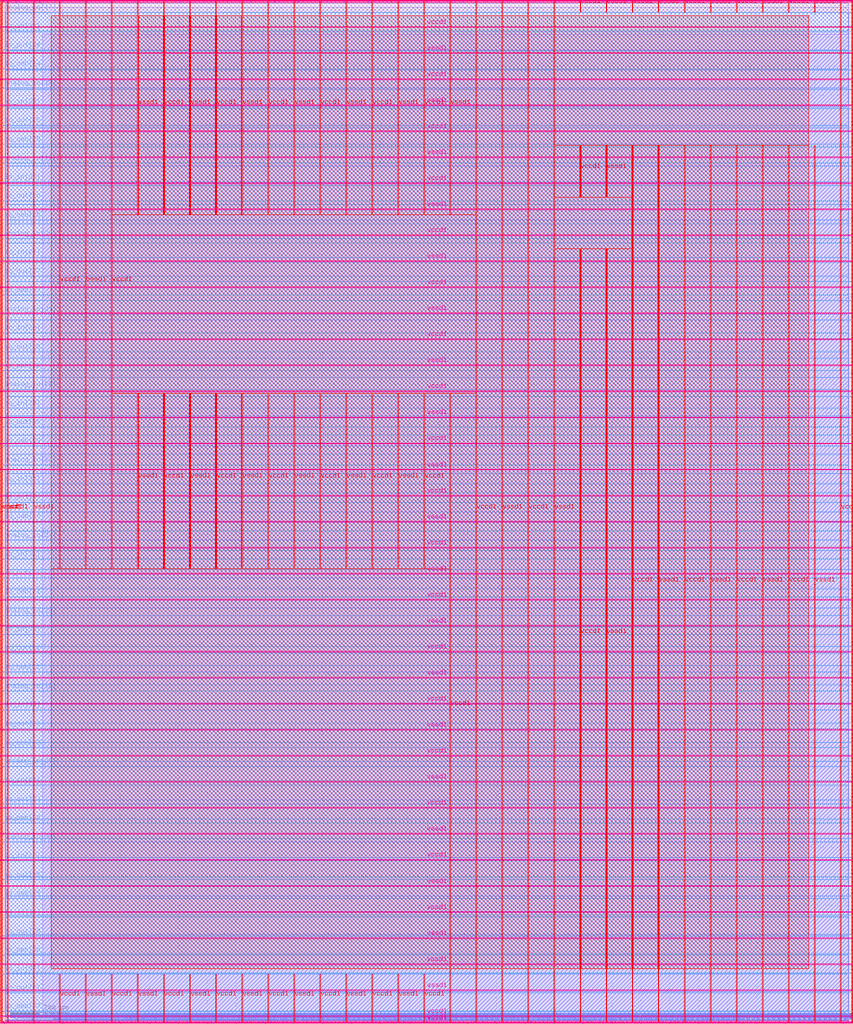
<source format=lef>
VERSION 5.7 ;
  NOWIREEXTENSIONATPIN ON ;
  DIVIDERCHAR "/" ;
  BUSBITCHARS "[]" ;
MACRO user_project_wrapper
  CLASS BLOCK ;
  FOREIGN user_project_wrapper ;
  ORIGIN 0.000 0.000 ;
  SIZE 2920.000 BY 3520.000 ;
  PIN analog_io[0]
    DIRECTION INOUT ;
    USE SIGNAL ;
    PORT
      LAYER met3 ;
        RECT 2917.600 1426.380 2924.800 1427.580 ;
    END
  END analog_io[0]
  PIN analog_io[10]
    DIRECTION INOUT ;
    USE SIGNAL ;
    PORT
      LAYER met2 ;
        RECT 2230.490 3517.600 2231.050 3524.800 ;
    END
  END analog_io[10]
  PIN analog_io[11]
    DIRECTION INOUT ;
    USE SIGNAL ;
    PORT
      LAYER met2 ;
        RECT 1905.730 3517.600 1906.290 3524.800 ;
    END
  END analog_io[11]
  PIN analog_io[12]
    DIRECTION INOUT ;
    USE SIGNAL ;
    PORT
      LAYER met2 ;
        RECT 1581.430 3517.600 1581.990 3524.800 ;
    END
  END analog_io[12]
  PIN analog_io[13]
    DIRECTION INOUT ;
    USE SIGNAL ;
    PORT
      LAYER met2 ;
        RECT 1257.130 3517.600 1257.690 3524.800 ;
    END
  END analog_io[13]
  PIN analog_io[14]
    DIRECTION INOUT ;
    USE SIGNAL ;
    PORT
      LAYER met2 ;
        RECT 932.370 3517.600 932.930 3524.800 ;
    END
  END analog_io[14]
  PIN analog_io[15]
    DIRECTION INOUT ;
    USE SIGNAL ;
    PORT
      LAYER met2 ;
        RECT 608.070 3517.600 608.630 3524.800 ;
    END
  END analog_io[15]
  PIN analog_io[16]
    DIRECTION INOUT ;
    USE SIGNAL ;
    PORT
      LAYER met2 ;
        RECT 283.770 3517.600 284.330 3524.800 ;
    END
  END analog_io[16]
  PIN analog_io[17]
    DIRECTION INOUT ;
    USE SIGNAL ;
    PORT
      LAYER met3 ;
        RECT -4.800 3486.100 2.400 3487.300 ;
    END
  END analog_io[17]
  PIN analog_io[18]
    DIRECTION INOUT ;
    USE SIGNAL ;
    PORT
      LAYER met3 ;
        RECT -4.800 3224.980 2.400 3226.180 ;
    END
  END analog_io[18]
  PIN analog_io[19]
    DIRECTION INOUT ;
    USE SIGNAL ;
    PORT
      LAYER met3 ;
        RECT -4.800 2964.540 2.400 2965.740 ;
    END
  END analog_io[19]
  PIN analog_io[1]
    DIRECTION INOUT ;
    USE SIGNAL ;
    PORT
      LAYER met3 ;
        RECT 2917.600 1692.260 2924.800 1693.460 ;
    END
  END analog_io[1]
  PIN analog_io[20]
    DIRECTION INOUT ;
    USE SIGNAL ;
    PORT
      LAYER met3 ;
        RECT -4.800 2703.420 2.400 2704.620 ;
    END
  END analog_io[20]
  PIN analog_io[21]
    DIRECTION INOUT ;
    USE SIGNAL ;
    PORT
      LAYER met3 ;
        RECT -4.800 2442.980 2.400 2444.180 ;
    END
  END analog_io[21]
  PIN analog_io[22]
    DIRECTION INOUT ;
    USE SIGNAL ;
    PORT
      LAYER met3 ;
        RECT -4.800 2182.540 2.400 2183.740 ;
    END
  END analog_io[22]
  PIN analog_io[23]
    DIRECTION INOUT ;
    USE SIGNAL ;
    PORT
      LAYER met3 ;
        RECT -4.800 1921.420 2.400 1922.620 ;
    END
  END analog_io[23]
  PIN analog_io[24]
    DIRECTION INOUT ;
    USE SIGNAL ;
    PORT
      LAYER met3 ;
        RECT -4.800 1660.980 2.400 1662.180 ;
    END
  END analog_io[24]
  PIN analog_io[25]
    DIRECTION INOUT ;
    USE SIGNAL ;
    PORT
      LAYER met3 ;
        RECT -4.800 1399.860 2.400 1401.060 ;
    END
  END analog_io[25]
  PIN analog_io[26]
    DIRECTION INOUT ;
    USE SIGNAL ;
    PORT
      LAYER met3 ;
        RECT -4.800 1139.420 2.400 1140.620 ;
    END
  END analog_io[26]
  PIN analog_io[27]
    DIRECTION INOUT ;
    USE SIGNAL ;
    PORT
      LAYER met3 ;
        RECT -4.800 878.980 2.400 880.180 ;
    END
  END analog_io[27]
  PIN analog_io[28]
    DIRECTION INOUT ;
    USE SIGNAL ;
    PORT
      LAYER met3 ;
        RECT -4.800 617.860 2.400 619.060 ;
    END
  END analog_io[28]
  PIN analog_io[2]
    DIRECTION INOUT ;
    USE SIGNAL ;
    PORT
      LAYER met3 ;
        RECT 2917.600 1958.140 2924.800 1959.340 ;
    END
  END analog_io[2]
  PIN analog_io[3]
    DIRECTION INOUT ;
    USE SIGNAL ;
    PORT
      LAYER met3 ;
        RECT 2917.600 2223.340 2924.800 2224.540 ;
    END
  END analog_io[3]
  PIN analog_io[4]
    DIRECTION INOUT ;
    USE SIGNAL ;
    PORT
      LAYER met3 ;
        RECT 2917.600 2489.220 2924.800 2490.420 ;
    END
  END analog_io[4]
  PIN analog_io[5]
    DIRECTION INOUT ;
    USE SIGNAL ;
    PORT
      LAYER met3 ;
        RECT 2917.600 2755.100 2924.800 2756.300 ;
    END
  END analog_io[5]
  PIN analog_io[6]
    DIRECTION INOUT ;
    USE SIGNAL ;
    PORT
      LAYER met3 ;
        RECT 2917.600 3020.300 2924.800 3021.500 ;
    END
  END analog_io[6]
  PIN analog_io[7]
    DIRECTION INOUT ;
    USE SIGNAL ;
    PORT
      LAYER met3 ;
        RECT 2917.600 3286.180 2924.800 3287.380 ;
    END
  END analog_io[7]
  PIN analog_io[8]
    DIRECTION INOUT ;
    USE SIGNAL ;
    PORT
      LAYER met2 ;
        RECT 2879.090 3517.600 2879.650 3524.800 ;
    END
  END analog_io[8]
  PIN analog_io[9]
    DIRECTION INOUT ;
    USE SIGNAL ;
    PORT
      LAYER met2 ;
        RECT 2554.790 3517.600 2555.350 3524.800 ;
    END
  END analog_io[9]
  PIN io_in[0]
    DIRECTION INPUT ;
    USE SIGNAL ;
    PORT
      LAYER met3 ;
        RECT 2917.600 32.380 2924.800 33.580 ;
    END
  END io_in[0]
  PIN io_in[10]
    DIRECTION INPUT ;
    USE SIGNAL ;
    PORT
      LAYER met3 ;
        RECT 2917.600 2289.980 2924.800 2291.180 ;
    END
  END io_in[10]
  PIN io_in[11]
    DIRECTION INPUT ;
    USE SIGNAL ;
    PORT
      LAYER met3 ;
        RECT 2917.600 2555.860 2924.800 2557.060 ;
    END
  END io_in[11]
  PIN io_in[12]
    DIRECTION INPUT ;
    USE SIGNAL ;
    PORT
      LAYER met3 ;
        RECT 2917.600 2821.060 2924.800 2822.260 ;
    END
  END io_in[12]
  PIN io_in[13]
    DIRECTION INPUT ;
    USE SIGNAL ;
    PORT
      LAYER met3 ;
        RECT 2917.600 3086.940 2924.800 3088.140 ;
    END
  END io_in[13]
  PIN io_in[14]
    DIRECTION INPUT ;
    USE SIGNAL ;
    PORT
      LAYER met3 ;
        RECT 2917.600 3352.820 2924.800 3354.020 ;
    END
  END io_in[14]
  PIN io_in[15]
    DIRECTION INPUT ;
    USE SIGNAL ;
    PORT
      LAYER met2 ;
        RECT 2798.130 3517.600 2798.690 3524.800 ;
    END
  END io_in[15]
  PIN io_in[16]
    DIRECTION INPUT ;
    USE SIGNAL ;
    PORT
      LAYER met2 ;
        RECT 2473.830 3517.600 2474.390 3524.800 ;
    END
  END io_in[16]
  PIN io_in[17]
    DIRECTION INPUT ;
    USE SIGNAL ;
    PORT
      LAYER met2 ;
        RECT 2149.070 3517.600 2149.630 3524.800 ;
    END
  END io_in[17]
  PIN io_in[18]
    DIRECTION INPUT ;
    USE SIGNAL ;
    PORT
      LAYER met2 ;
        RECT 1824.770 3517.600 1825.330 3524.800 ;
    END
  END io_in[18]
  PIN io_in[19]
    DIRECTION INPUT ;
    USE SIGNAL ;
    PORT
      LAYER met2 ;
        RECT 1500.470 3517.600 1501.030 3524.800 ;
    END
  END io_in[19]
  PIN io_in[1]
    DIRECTION INPUT ;
    USE SIGNAL ;
    PORT
      LAYER met3 ;
        RECT 2917.600 230.940 2924.800 232.140 ;
    END
  END io_in[1]
  PIN io_in[20]
    DIRECTION INPUT ;
    USE SIGNAL ;
    PORT
      LAYER met2 ;
        RECT 1175.710 3517.600 1176.270 3524.800 ;
    END
  END io_in[20]
  PIN io_in[21]
    DIRECTION INPUT ;
    USE SIGNAL ;
    PORT
      LAYER met2 ;
        RECT 851.410 3517.600 851.970 3524.800 ;
    END
  END io_in[21]
  PIN io_in[22]
    DIRECTION INPUT ;
    USE SIGNAL ;
    PORT
      LAYER met2 ;
        RECT 527.110 3517.600 527.670 3524.800 ;
    END
  END io_in[22]
  PIN io_in[23]
    DIRECTION INPUT ;
    USE SIGNAL ;
    PORT
      LAYER met2 ;
        RECT 202.350 3517.600 202.910 3524.800 ;
    END
  END io_in[23]
  PIN io_in[24]
    DIRECTION INPUT ;
    USE SIGNAL ;
    PORT
      LAYER met3 ;
        RECT -4.800 3420.820 2.400 3422.020 ;
    END
  END io_in[24]
  PIN io_in[25]
    DIRECTION INPUT ;
    USE SIGNAL ;
    PORT
      LAYER met3 ;
        RECT -4.800 3159.700 2.400 3160.900 ;
    END
  END io_in[25]
  PIN io_in[26]
    DIRECTION INPUT ;
    USE SIGNAL ;
    PORT
      LAYER met3 ;
        RECT -4.800 2899.260 2.400 2900.460 ;
    END
  END io_in[26]
  PIN io_in[27]
    DIRECTION INPUT ;
    USE SIGNAL ;
    PORT
      LAYER met3 ;
        RECT -4.800 2638.820 2.400 2640.020 ;
    END
  END io_in[27]
  PIN io_in[28]
    DIRECTION INPUT ;
    USE SIGNAL ;
    PORT
      LAYER met3 ;
        RECT -4.800 2377.700 2.400 2378.900 ;
    END
  END io_in[28]
  PIN io_in[29]
    DIRECTION INPUT ;
    USE SIGNAL ;
    PORT
      LAYER met3 ;
        RECT -4.800 2117.260 2.400 2118.460 ;
    END
  END io_in[29]
  PIN io_in[2]
    DIRECTION INPUT ;
    USE SIGNAL ;
    PORT
      LAYER met3 ;
        RECT 2917.600 430.180 2924.800 431.380 ;
    END
  END io_in[2]
  PIN io_in[30]
    DIRECTION INPUT ;
    USE SIGNAL ;
    PORT
      LAYER met3 ;
        RECT -4.800 1856.140 2.400 1857.340 ;
    END
  END io_in[30]
  PIN io_in[31]
    DIRECTION INPUT ;
    USE SIGNAL ;
    PORT
      LAYER met3 ;
        RECT -4.800 1595.700 2.400 1596.900 ;
    END
  END io_in[31]
  PIN io_in[32]
    DIRECTION INPUT ;
    USE SIGNAL ;
    PORT
      LAYER met3 ;
        RECT -4.800 1335.260 2.400 1336.460 ;
    END
  END io_in[32]
  PIN io_in[33]
    DIRECTION INPUT ;
    USE SIGNAL ;
    PORT
      LAYER met3 ;
        RECT -4.800 1074.140 2.400 1075.340 ;
    END
  END io_in[33]
  PIN io_in[34]
    DIRECTION INPUT ;
    USE SIGNAL ;
    PORT
      LAYER met3 ;
        RECT -4.800 813.700 2.400 814.900 ;
    END
  END io_in[34]
  PIN io_in[35]
    DIRECTION INPUT ;
    USE SIGNAL ;
    PORT
      LAYER met3 ;
        RECT -4.800 552.580 2.400 553.780 ;
    END
  END io_in[35]
  PIN io_in[36]
    DIRECTION INPUT ;
    USE SIGNAL ;
    PORT
      LAYER met3 ;
        RECT -4.800 357.420 2.400 358.620 ;
    END
  END io_in[36]
  PIN io_in[37]
    DIRECTION INPUT ;
    USE SIGNAL ;
    PORT
      LAYER met3 ;
        RECT -4.800 161.580 2.400 162.780 ;
    END
  END io_in[37]
  PIN io_in[3]
    DIRECTION INPUT ;
    USE SIGNAL ;
    PORT
      LAYER met3 ;
        RECT 2917.600 629.420 2924.800 630.620 ;
    END
  END io_in[3]
  PIN io_in[4]
    DIRECTION INPUT ;
    USE SIGNAL ;
    PORT
      LAYER met3 ;
        RECT 2917.600 828.660 2924.800 829.860 ;
    END
  END io_in[4]
  PIN io_in[5]
    DIRECTION INPUT ;
    USE SIGNAL ;
    PORT
      LAYER met3 ;
        RECT 2917.600 1027.900 2924.800 1029.100 ;
    END
  END io_in[5]
  PIN io_in[6]
    DIRECTION INPUT ;
    USE SIGNAL ;
    PORT
      LAYER met3 ;
        RECT 2917.600 1227.140 2924.800 1228.340 ;
    END
  END io_in[6]
  PIN io_in[7]
    DIRECTION INPUT ;
    USE SIGNAL ;
    PORT
      LAYER met3 ;
        RECT 2917.600 1493.020 2924.800 1494.220 ;
    END
  END io_in[7]
  PIN io_in[8]
    DIRECTION INPUT ;
    USE SIGNAL ;
    PORT
      LAYER met3 ;
        RECT 2917.600 1758.900 2924.800 1760.100 ;
    END
  END io_in[8]
  PIN io_in[9]
    DIRECTION INPUT ;
    USE SIGNAL ;
    PORT
      LAYER met3 ;
        RECT 2917.600 2024.100 2924.800 2025.300 ;
    END
  END io_in[9]
  PIN io_oeb[0]
    DIRECTION OUTPUT TRISTATE ;
    USE SIGNAL ;
    PORT
      LAYER met3 ;
        RECT 2917.600 164.980 2924.800 166.180 ;
    END
  END io_oeb[0]
  PIN io_oeb[10]
    DIRECTION OUTPUT TRISTATE ;
    USE SIGNAL ;
    PORT
      LAYER met3 ;
        RECT 2917.600 2422.580 2924.800 2423.780 ;
    END
  END io_oeb[10]
  PIN io_oeb[11]
    DIRECTION OUTPUT TRISTATE ;
    USE SIGNAL ;
    PORT
      LAYER met3 ;
        RECT 2917.600 2688.460 2924.800 2689.660 ;
    END
  END io_oeb[11]
  PIN io_oeb[12]
    DIRECTION OUTPUT TRISTATE ;
    USE SIGNAL ;
    PORT
      LAYER met3 ;
        RECT 2917.600 2954.340 2924.800 2955.540 ;
    END
  END io_oeb[12]
  PIN io_oeb[13]
    DIRECTION OUTPUT TRISTATE ;
    USE SIGNAL ;
    PORT
      LAYER met3 ;
        RECT 2917.600 3219.540 2924.800 3220.740 ;
    END
  END io_oeb[13]
  PIN io_oeb[14]
    DIRECTION OUTPUT TRISTATE ;
    USE SIGNAL ;
    PORT
      LAYER met3 ;
        RECT 2917.600 3485.420 2924.800 3486.620 ;
    END
  END io_oeb[14]
  PIN io_oeb[15]
    DIRECTION OUTPUT TRISTATE ;
    USE SIGNAL ;
    PORT
      LAYER met2 ;
        RECT 2635.750 3517.600 2636.310 3524.800 ;
    END
  END io_oeb[15]
  PIN io_oeb[16]
    DIRECTION OUTPUT TRISTATE ;
    USE SIGNAL ;
    PORT
      LAYER met2 ;
        RECT 2311.450 3517.600 2312.010 3524.800 ;
    END
  END io_oeb[16]
  PIN io_oeb[17]
    DIRECTION OUTPUT TRISTATE ;
    USE SIGNAL ;
    PORT
      LAYER met2 ;
        RECT 1987.150 3517.600 1987.710 3524.800 ;
    END
  END io_oeb[17]
  PIN io_oeb[18]
    DIRECTION OUTPUT TRISTATE ;
    USE SIGNAL ;
    PORT
      LAYER met2 ;
        RECT 1662.390 3517.600 1662.950 3524.800 ;
    END
  END io_oeb[18]
  PIN io_oeb[19]
    DIRECTION OUTPUT TRISTATE ;
    USE SIGNAL ;
    PORT
      LAYER met2 ;
        RECT 1338.090 3517.600 1338.650 3524.800 ;
    END
  END io_oeb[19]
  PIN io_oeb[1]
    DIRECTION OUTPUT TRISTATE ;
    USE SIGNAL ;
    PORT
      LAYER met3 ;
        RECT 2917.600 364.220 2924.800 365.420 ;
    END
  END io_oeb[1]
  PIN io_oeb[20]
    DIRECTION OUTPUT TRISTATE ;
    USE SIGNAL ;
    PORT
      LAYER met2 ;
        RECT 1013.790 3517.600 1014.350 3524.800 ;
    END
  END io_oeb[20]
  PIN io_oeb[21]
    DIRECTION OUTPUT TRISTATE ;
    USE SIGNAL ;
    PORT
      LAYER met2 ;
        RECT 689.030 3517.600 689.590 3524.800 ;
    END
  END io_oeb[21]
  PIN io_oeb[22]
    DIRECTION OUTPUT TRISTATE ;
    USE SIGNAL ;
    PORT
      LAYER met2 ;
        RECT 364.730 3517.600 365.290 3524.800 ;
    END
  END io_oeb[22]
  PIN io_oeb[23]
    DIRECTION OUTPUT TRISTATE ;
    USE SIGNAL ;
    PORT
      LAYER met2 ;
        RECT 40.430 3517.600 40.990 3524.800 ;
    END
  END io_oeb[23]
  PIN io_oeb[24]
    DIRECTION OUTPUT TRISTATE ;
    USE SIGNAL ;
    PORT
      LAYER met3 ;
        RECT -4.800 3290.260 2.400 3291.460 ;
    END
  END io_oeb[24]
  PIN io_oeb[25]
    DIRECTION OUTPUT TRISTATE ;
    USE SIGNAL ;
    PORT
      LAYER met3 ;
        RECT -4.800 3029.820 2.400 3031.020 ;
    END
  END io_oeb[25]
  PIN io_oeb[26]
    DIRECTION OUTPUT TRISTATE ;
    USE SIGNAL ;
    PORT
      LAYER met3 ;
        RECT -4.800 2768.700 2.400 2769.900 ;
    END
  END io_oeb[26]
  PIN io_oeb[27]
    DIRECTION OUTPUT TRISTATE ;
    USE SIGNAL ;
    PORT
      LAYER met3 ;
        RECT -4.800 2508.260 2.400 2509.460 ;
    END
  END io_oeb[27]
  PIN io_oeb[28]
    DIRECTION OUTPUT TRISTATE ;
    USE SIGNAL ;
    PORT
      LAYER met3 ;
        RECT -4.800 2247.140 2.400 2248.340 ;
    END
  END io_oeb[28]
  PIN io_oeb[29]
    DIRECTION OUTPUT TRISTATE ;
    USE SIGNAL ;
    PORT
      LAYER met3 ;
        RECT -4.800 1986.700 2.400 1987.900 ;
    END
  END io_oeb[29]
  PIN io_oeb[2]
    DIRECTION OUTPUT TRISTATE ;
    USE SIGNAL ;
    PORT
      LAYER met3 ;
        RECT 2917.600 563.460 2924.800 564.660 ;
    END
  END io_oeb[2]
  PIN io_oeb[30]
    DIRECTION OUTPUT TRISTATE ;
    USE SIGNAL ;
    PORT
      LAYER met3 ;
        RECT -4.800 1726.260 2.400 1727.460 ;
    END
  END io_oeb[30]
  PIN io_oeb[31]
    DIRECTION OUTPUT TRISTATE ;
    USE SIGNAL ;
    PORT
      LAYER met3 ;
        RECT -4.800 1465.140 2.400 1466.340 ;
    END
  END io_oeb[31]
  PIN io_oeb[32]
    DIRECTION OUTPUT TRISTATE ;
    USE SIGNAL ;
    PORT
      LAYER met3 ;
        RECT -4.800 1204.700 2.400 1205.900 ;
    END
  END io_oeb[32]
  PIN io_oeb[33]
    DIRECTION OUTPUT TRISTATE ;
    USE SIGNAL ;
    PORT
      LAYER met3 ;
        RECT -4.800 943.580 2.400 944.780 ;
    END
  END io_oeb[33]
  PIN io_oeb[34]
    DIRECTION OUTPUT TRISTATE ;
    USE SIGNAL ;
    PORT
      LAYER met3 ;
        RECT -4.800 683.140 2.400 684.340 ;
    END
  END io_oeb[34]
  PIN io_oeb[35]
    DIRECTION OUTPUT TRISTATE ;
    USE SIGNAL ;
    PORT
      LAYER met3 ;
        RECT -4.800 422.700 2.400 423.900 ;
    END
  END io_oeb[35]
  PIN io_oeb[36]
    DIRECTION OUTPUT TRISTATE ;
    USE SIGNAL ;
    PORT
      LAYER met3 ;
        RECT -4.800 226.860 2.400 228.060 ;
    END
  END io_oeb[36]
  PIN io_oeb[37]
    DIRECTION OUTPUT TRISTATE ;
    USE SIGNAL ;
    PORT
      LAYER met3 ;
        RECT -4.800 31.700 2.400 32.900 ;
    END
  END io_oeb[37]
  PIN io_oeb[3]
    DIRECTION OUTPUT TRISTATE ;
    USE SIGNAL ;
    PORT
      LAYER met3 ;
        RECT 2917.600 762.700 2924.800 763.900 ;
    END
  END io_oeb[3]
  PIN io_oeb[4]
    DIRECTION OUTPUT TRISTATE ;
    USE SIGNAL ;
    PORT
      LAYER met3 ;
        RECT 2917.600 961.940 2924.800 963.140 ;
    END
  END io_oeb[4]
  PIN io_oeb[5]
    DIRECTION OUTPUT TRISTATE ;
    USE SIGNAL ;
    PORT
      LAYER met3 ;
        RECT 2917.600 1161.180 2924.800 1162.380 ;
    END
  END io_oeb[5]
  PIN io_oeb[6]
    DIRECTION OUTPUT TRISTATE ;
    USE SIGNAL ;
    PORT
      LAYER met3 ;
        RECT 2917.600 1360.420 2924.800 1361.620 ;
    END
  END io_oeb[6]
  PIN io_oeb[7]
    DIRECTION OUTPUT TRISTATE ;
    USE SIGNAL ;
    PORT
      LAYER met3 ;
        RECT 2917.600 1625.620 2924.800 1626.820 ;
    END
  END io_oeb[7]
  PIN io_oeb[8]
    DIRECTION OUTPUT TRISTATE ;
    USE SIGNAL ;
    PORT
      LAYER met3 ;
        RECT 2917.600 1891.500 2924.800 1892.700 ;
    END
  END io_oeb[8]
  PIN io_oeb[9]
    DIRECTION OUTPUT TRISTATE ;
    USE SIGNAL ;
    PORT
      LAYER met3 ;
        RECT 2917.600 2157.380 2924.800 2158.580 ;
    END
  END io_oeb[9]
  PIN io_out[0]
    DIRECTION OUTPUT TRISTATE ;
    USE SIGNAL ;
    PORT
      LAYER met3 ;
        RECT 2917.600 98.340 2924.800 99.540 ;
    END
  END io_out[0]
  PIN io_out[10]
    DIRECTION OUTPUT TRISTATE ;
    USE SIGNAL ;
    PORT
      LAYER met3 ;
        RECT 2917.600 2356.620 2924.800 2357.820 ;
    END
  END io_out[10]
  PIN io_out[11]
    DIRECTION OUTPUT TRISTATE ;
    USE SIGNAL ;
    PORT
      LAYER met3 ;
        RECT 2917.600 2621.820 2924.800 2623.020 ;
    END
  END io_out[11]
  PIN io_out[12]
    DIRECTION OUTPUT TRISTATE ;
    USE SIGNAL ;
    PORT
      LAYER met3 ;
        RECT 2917.600 2887.700 2924.800 2888.900 ;
    END
  END io_out[12]
  PIN io_out[13]
    DIRECTION OUTPUT TRISTATE ;
    USE SIGNAL ;
    PORT
      LAYER met3 ;
        RECT 2917.600 3153.580 2924.800 3154.780 ;
    END
  END io_out[13]
  PIN io_out[14]
    DIRECTION OUTPUT TRISTATE ;
    USE SIGNAL ;
    PORT
      LAYER met3 ;
        RECT 2917.600 3418.780 2924.800 3419.980 ;
    END
  END io_out[14]
  PIN io_out[15]
    DIRECTION OUTPUT TRISTATE ;
    USE SIGNAL ;
    PORT
      LAYER met2 ;
        RECT 2717.170 3517.600 2717.730 3524.800 ;
    END
  END io_out[15]
  PIN io_out[16]
    DIRECTION OUTPUT TRISTATE ;
    USE SIGNAL ;
    PORT
      LAYER met2 ;
        RECT 2392.410 3517.600 2392.970 3524.800 ;
    END
  END io_out[16]
  PIN io_out[17]
    DIRECTION OUTPUT TRISTATE ;
    USE SIGNAL ;
    PORT
      LAYER met2 ;
        RECT 2068.110 3517.600 2068.670 3524.800 ;
    END
  END io_out[17]
  PIN io_out[18]
    DIRECTION OUTPUT TRISTATE ;
    USE SIGNAL ;
    PORT
      LAYER met2 ;
        RECT 1743.810 3517.600 1744.370 3524.800 ;
    END
  END io_out[18]
  PIN io_out[19]
    DIRECTION OUTPUT TRISTATE ;
    USE SIGNAL ;
    PORT
      LAYER met2 ;
        RECT 1419.050 3517.600 1419.610 3524.800 ;
    END
  END io_out[19]
  PIN io_out[1]
    DIRECTION OUTPUT TRISTATE ;
    USE SIGNAL ;
    PORT
      LAYER met3 ;
        RECT 2917.600 297.580 2924.800 298.780 ;
    END
  END io_out[1]
  PIN io_out[20]
    DIRECTION OUTPUT TRISTATE ;
    USE SIGNAL ;
    PORT
      LAYER met2 ;
        RECT 1094.750 3517.600 1095.310 3524.800 ;
    END
  END io_out[20]
  PIN io_out[21]
    DIRECTION OUTPUT TRISTATE ;
    USE SIGNAL ;
    PORT
      LAYER met2 ;
        RECT 770.450 3517.600 771.010 3524.800 ;
    END
  END io_out[21]
  PIN io_out[22]
    DIRECTION OUTPUT TRISTATE ;
    USE SIGNAL ;
    PORT
      LAYER met2 ;
        RECT 445.690 3517.600 446.250 3524.800 ;
    END
  END io_out[22]
  PIN io_out[23]
    DIRECTION OUTPUT TRISTATE ;
    USE SIGNAL ;
    PORT
      LAYER met2 ;
        RECT 121.390 3517.600 121.950 3524.800 ;
    END
  END io_out[23]
  PIN io_out[24]
    DIRECTION OUTPUT TRISTATE ;
    USE SIGNAL ;
    PORT
      LAYER met3 ;
        RECT -4.800 3355.540 2.400 3356.740 ;
    END
  END io_out[24]
  PIN io_out[25]
    DIRECTION OUTPUT TRISTATE ;
    USE SIGNAL ;
    PORT
      LAYER met3 ;
        RECT -4.800 3095.100 2.400 3096.300 ;
    END
  END io_out[25]
  PIN io_out[26]
    DIRECTION OUTPUT TRISTATE ;
    USE SIGNAL ;
    PORT
      LAYER met3 ;
        RECT -4.800 2833.980 2.400 2835.180 ;
    END
  END io_out[26]
  PIN io_out[27]
    DIRECTION OUTPUT TRISTATE ;
    USE SIGNAL ;
    PORT
      LAYER met3 ;
        RECT -4.800 2573.540 2.400 2574.740 ;
    END
  END io_out[27]
  PIN io_out[28]
    DIRECTION OUTPUT TRISTATE ;
    USE SIGNAL ;
    PORT
      LAYER met3 ;
        RECT -4.800 2312.420 2.400 2313.620 ;
    END
  END io_out[28]
  PIN io_out[29]
    DIRECTION OUTPUT TRISTATE ;
    USE SIGNAL ;
    PORT
      LAYER met3 ;
        RECT -4.800 2051.980 2.400 2053.180 ;
    END
  END io_out[29]
  PIN io_out[2]
    DIRECTION OUTPUT TRISTATE ;
    USE SIGNAL ;
    PORT
      LAYER met3 ;
        RECT 2917.600 496.820 2924.800 498.020 ;
    END
  END io_out[2]
  PIN io_out[30]
    DIRECTION OUTPUT TRISTATE ;
    USE SIGNAL ;
    PORT
      LAYER met3 ;
        RECT -4.800 1791.540 2.400 1792.740 ;
    END
  END io_out[30]
  PIN io_out[31]
    DIRECTION OUTPUT TRISTATE ;
    USE SIGNAL ;
    PORT
      LAYER met3 ;
        RECT -4.800 1530.420 2.400 1531.620 ;
    END
  END io_out[31]
  PIN io_out[32]
    DIRECTION OUTPUT TRISTATE ;
    USE SIGNAL ;
    PORT
      LAYER met3 ;
        RECT -4.800 1269.980 2.400 1271.180 ;
    END
  END io_out[32]
  PIN io_out[33]
    DIRECTION OUTPUT TRISTATE ;
    USE SIGNAL ;
    PORT
      LAYER met3 ;
        RECT -4.800 1008.860 2.400 1010.060 ;
    END
  END io_out[33]
  PIN io_out[34]
    DIRECTION OUTPUT TRISTATE ;
    USE SIGNAL ;
    PORT
      LAYER met3 ;
        RECT -4.800 748.420 2.400 749.620 ;
    END
  END io_out[34]
  PIN io_out[35]
    DIRECTION OUTPUT TRISTATE ;
    USE SIGNAL ;
    PORT
      LAYER met3 ;
        RECT -4.800 487.300 2.400 488.500 ;
    END
  END io_out[35]
  PIN io_out[36]
    DIRECTION OUTPUT TRISTATE ;
    USE SIGNAL ;
    PORT
      LAYER met3 ;
        RECT -4.800 292.140 2.400 293.340 ;
    END
  END io_out[36]
  PIN io_out[37]
    DIRECTION OUTPUT TRISTATE ;
    USE SIGNAL ;
    PORT
      LAYER met3 ;
        RECT -4.800 96.300 2.400 97.500 ;
    END
  END io_out[37]
  PIN io_out[3]
    DIRECTION OUTPUT TRISTATE ;
    USE SIGNAL ;
    PORT
      LAYER met3 ;
        RECT 2917.600 696.060 2924.800 697.260 ;
    END
  END io_out[3]
  PIN io_out[4]
    DIRECTION OUTPUT TRISTATE ;
    USE SIGNAL ;
    PORT
      LAYER met3 ;
        RECT 2917.600 895.300 2924.800 896.500 ;
    END
  END io_out[4]
  PIN io_out[5]
    DIRECTION OUTPUT TRISTATE ;
    USE SIGNAL ;
    PORT
      LAYER met3 ;
        RECT 2917.600 1094.540 2924.800 1095.740 ;
    END
  END io_out[5]
  PIN io_out[6]
    DIRECTION OUTPUT TRISTATE ;
    USE SIGNAL ;
    PORT
      LAYER met3 ;
        RECT 2917.600 1293.780 2924.800 1294.980 ;
    END
  END io_out[6]
  PIN io_out[7]
    DIRECTION OUTPUT TRISTATE ;
    USE SIGNAL ;
    PORT
      LAYER met3 ;
        RECT 2917.600 1559.660 2924.800 1560.860 ;
    END
  END io_out[7]
  PIN io_out[8]
    DIRECTION OUTPUT TRISTATE ;
    USE SIGNAL ;
    PORT
      LAYER met3 ;
        RECT 2917.600 1824.860 2924.800 1826.060 ;
    END
  END io_out[8]
  PIN io_out[9]
    DIRECTION OUTPUT TRISTATE ;
    USE SIGNAL ;
    PORT
      LAYER met3 ;
        RECT 2917.600 2090.740 2924.800 2091.940 ;
    END
  END io_out[9]
  PIN la_data_in[0]
    DIRECTION INPUT ;
    USE SIGNAL ;
    PORT
      LAYER met2 ;
        RECT 629.230 -4.800 629.790 2.400 ;
    END
  END la_data_in[0]
  PIN la_data_in[100]
    DIRECTION INPUT ;
    USE SIGNAL ;
    PORT
      LAYER met2 ;
        RECT 2402.530 -4.800 2403.090 2.400 ;
    END
  END la_data_in[100]
  PIN la_data_in[101]
    DIRECTION INPUT ;
    USE SIGNAL ;
    PORT
      LAYER met2 ;
        RECT 2420.010 -4.800 2420.570 2.400 ;
    END
  END la_data_in[101]
  PIN la_data_in[102]
    DIRECTION INPUT ;
    USE SIGNAL ;
    PORT
      LAYER met2 ;
        RECT 2437.950 -4.800 2438.510 2.400 ;
    END
  END la_data_in[102]
  PIN la_data_in[103]
    DIRECTION INPUT ;
    USE SIGNAL ;
    PORT
      LAYER met2 ;
        RECT 2455.430 -4.800 2455.990 2.400 ;
    END
  END la_data_in[103]
  PIN la_data_in[104]
    DIRECTION INPUT ;
    USE SIGNAL ;
    PORT
      LAYER met2 ;
        RECT 2473.370 -4.800 2473.930 2.400 ;
    END
  END la_data_in[104]
  PIN la_data_in[105]
    DIRECTION INPUT ;
    USE SIGNAL ;
    PORT
      LAYER met2 ;
        RECT 2490.850 -4.800 2491.410 2.400 ;
    END
  END la_data_in[105]
  PIN la_data_in[106]
    DIRECTION INPUT ;
    USE SIGNAL ;
    PORT
      LAYER met2 ;
        RECT 2508.790 -4.800 2509.350 2.400 ;
    END
  END la_data_in[106]
  PIN la_data_in[107]
    DIRECTION INPUT ;
    USE SIGNAL ;
    PORT
      LAYER met2 ;
        RECT 2526.730 -4.800 2527.290 2.400 ;
    END
  END la_data_in[107]
  PIN la_data_in[108]
    DIRECTION INPUT ;
    USE SIGNAL ;
    PORT
      LAYER met2 ;
        RECT 2544.210 -4.800 2544.770 2.400 ;
    END
  END la_data_in[108]
  PIN la_data_in[109]
    DIRECTION INPUT ;
    USE SIGNAL ;
    PORT
      LAYER met2 ;
        RECT 2562.150 -4.800 2562.710 2.400 ;
    END
  END la_data_in[109]
  PIN la_data_in[10]
    DIRECTION INPUT ;
    USE SIGNAL ;
    PORT
      LAYER met2 ;
        RECT 806.330 -4.800 806.890 2.400 ;
    END
  END la_data_in[10]
  PIN la_data_in[110]
    DIRECTION INPUT ;
    USE SIGNAL ;
    PORT
      LAYER met2 ;
        RECT 2579.630 -4.800 2580.190 2.400 ;
    END
  END la_data_in[110]
  PIN la_data_in[111]
    DIRECTION INPUT ;
    USE SIGNAL ;
    PORT
      LAYER met2 ;
        RECT 2597.570 -4.800 2598.130 2.400 ;
    END
  END la_data_in[111]
  PIN la_data_in[112]
    DIRECTION INPUT ;
    USE SIGNAL ;
    PORT
      LAYER met2 ;
        RECT 2615.050 -4.800 2615.610 2.400 ;
    END
  END la_data_in[112]
  PIN la_data_in[113]
    DIRECTION INPUT ;
    USE SIGNAL ;
    PORT
      LAYER met2 ;
        RECT 2632.990 -4.800 2633.550 2.400 ;
    END
  END la_data_in[113]
  PIN la_data_in[114]
    DIRECTION INPUT ;
    USE SIGNAL ;
    PORT
      LAYER met2 ;
        RECT 2650.470 -4.800 2651.030 2.400 ;
    END
  END la_data_in[114]
  PIN la_data_in[115]
    DIRECTION INPUT ;
    USE SIGNAL ;
    PORT
      LAYER met2 ;
        RECT 2668.410 -4.800 2668.970 2.400 ;
    END
  END la_data_in[115]
  PIN la_data_in[116]
    DIRECTION INPUT ;
    USE SIGNAL ;
    PORT
      LAYER met2 ;
        RECT 2685.890 -4.800 2686.450 2.400 ;
    END
  END la_data_in[116]
  PIN la_data_in[117]
    DIRECTION INPUT ;
    USE SIGNAL ;
    PORT
      LAYER met2 ;
        RECT 2703.830 -4.800 2704.390 2.400 ;
    END
  END la_data_in[117]
  PIN la_data_in[118]
    DIRECTION INPUT ;
    USE SIGNAL ;
    PORT
      LAYER met2 ;
        RECT 2721.770 -4.800 2722.330 2.400 ;
    END
  END la_data_in[118]
  PIN la_data_in[119]
    DIRECTION INPUT ;
    USE SIGNAL ;
    PORT
      LAYER met2 ;
        RECT 2739.250 -4.800 2739.810 2.400 ;
    END
  END la_data_in[119]
  PIN la_data_in[11]
    DIRECTION INPUT ;
    USE SIGNAL ;
    PORT
      LAYER met2 ;
        RECT 824.270 -4.800 824.830 2.400 ;
    END
  END la_data_in[11]
  PIN la_data_in[120]
    DIRECTION INPUT ;
    USE SIGNAL ;
    PORT
      LAYER met2 ;
        RECT 2757.190 -4.800 2757.750 2.400 ;
    END
  END la_data_in[120]
  PIN la_data_in[121]
    DIRECTION INPUT ;
    USE SIGNAL ;
    PORT
      LAYER met2 ;
        RECT 2774.670 -4.800 2775.230 2.400 ;
    END
  END la_data_in[121]
  PIN la_data_in[122]
    DIRECTION INPUT ;
    USE SIGNAL ;
    PORT
      LAYER met2 ;
        RECT 2792.610 -4.800 2793.170 2.400 ;
    END
  END la_data_in[122]
  PIN la_data_in[123]
    DIRECTION INPUT ;
    USE SIGNAL ;
    PORT
      LAYER met2 ;
        RECT 2810.090 -4.800 2810.650 2.400 ;
    END
  END la_data_in[123]
  PIN la_data_in[124]
    DIRECTION INPUT ;
    USE SIGNAL ;
    PORT
      LAYER met2 ;
        RECT 2828.030 -4.800 2828.590 2.400 ;
    END
  END la_data_in[124]
  PIN la_data_in[125]
    DIRECTION INPUT ;
    USE SIGNAL ;
    PORT
      LAYER met2 ;
        RECT 2845.510 -4.800 2846.070 2.400 ;
    END
  END la_data_in[125]
  PIN la_data_in[126]
    DIRECTION INPUT ;
    USE SIGNAL ;
    PORT
      LAYER met2 ;
        RECT 2863.450 -4.800 2864.010 2.400 ;
    END
  END la_data_in[126]
  PIN la_data_in[127]
    DIRECTION INPUT ;
    USE SIGNAL ;
    PORT
      LAYER met2 ;
        RECT 2881.390 -4.800 2881.950 2.400 ;
    END
  END la_data_in[127]
  PIN la_data_in[12]
    DIRECTION INPUT ;
    USE SIGNAL ;
    PORT
      LAYER met2 ;
        RECT 841.750 -4.800 842.310 2.400 ;
    END
  END la_data_in[12]
  PIN la_data_in[13]
    DIRECTION INPUT ;
    USE SIGNAL ;
    PORT
      LAYER met2 ;
        RECT 859.690 -4.800 860.250 2.400 ;
    END
  END la_data_in[13]
  PIN la_data_in[14]
    DIRECTION INPUT ;
    USE SIGNAL ;
    PORT
      LAYER met2 ;
        RECT 877.170 -4.800 877.730 2.400 ;
    END
  END la_data_in[14]
  PIN la_data_in[15]
    DIRECTION INPUT ;
    USE SIGNAL ;
    PORT
      LAYER met2 ;
        RECT 895.110 -4.800 895.670 2.400 ;
    END
  END la_data_in[15]
  PIN la_data_in[16]
    DIRECTION INPUT ;
    USE SIGNAL ;
    PORT
      LAYER met2 ;
        RECT 912.590 -4.800 913.150 2.400 ;
    END
  END la_data_in[16]
  PIN la_data_in[17]
    DIRECTION INPUT ;
    USE SIGNAL ;
    PORT
      LAYER met2 ;
        RECT 930.530 -4.800 931.090 2.400 ;
    END
  END la_data_in[17]
  PIN la_data_in[18]
    DIRECTION INPUT ;
    USE SIGNAL ;
    PORT
      LAYER met2 ;
        RECT 948.470 -4.800 949.030 2.400 ;
    END
  END la_data_in[18]
  PIN la_data_in[19]
    DIRECTION INPUT ;
    USE SIGNAL ;
    PORT
      LAYER met2 ;
        RECT 965.950 -4.800 966.510 2.400 ;
    END
  END la_data_in[19]
  PIN la_data_in[1]
    DIRECTION INPUT ;
    USE SIGNAL ;
    PORT
      LAYER met2 ;
        RECT 646.710 -4.800 647.270 2.400 ;
    END
  END la_data_in[1]
  PIN la_data_in[20]
    DIRECTION INPUT ;
    USE SIGNAL ;
    PORT
      LAYER met2 ;
        RECT 983.890 -4.800 984.450 2.400 ;
    END
  END la_data_in[20]
  PIN la_data_in[21]
    DIRECTION INPUT ;
    USE SIGNAL ;
    PORT
      LAYER met2 ;
        RECT 1001.370 -4.800 1001.930 2.400 ;
    END
  END la_data_in[21]
  PIN la_data_in[22]
    DIRECTION INPUT ;
    USE SIGNAL ;
    PORT
      LAYER met2 ;
        RECT 1019.310 -4.800 1019.870 2.400 ;
    END
  END la_data_in[22]
  PIN la_data_in[23]
    DIRECTION INPUT ;
    USE SIGNAL ;
    PORT
      LAYER met2 ;
        RECT 1036.790 -4.800 1037.350 2.400 ;
    END
  END la_data_in[23]
  PIN la_data_in[24]
    DIRECTION INPUT ;
    USE SIGNAL ;
    PORT
      LAYER met2 ;
        RECT 1054.730 -4.800 1055.290 2.400 ;
    END
  END la_data_in[24]
  PIN la_data_in[25]
    DIRECTION INPUT ;
    USE SIGNAL ;
    PORT
      LAYER met2 ;
        RECT 1072.210 -4.800 1072.770 2.400 ;
    END
  END la_data_in[25]
  PIN la_data_in[26]
    DIRECTION INPUT ;
    USE SIGNAL ;
    PORT
      LAYER met2 ;
        RECT 1090.150 -4.800 1090.710 2.400 ;
    END
  END la_data_in[26]
  PIN la_data_in[27]
    DIRECTION INPUT ;
    USE SIGNAL ;
    PORT
      LAYER met2 ;
        RECT 1107.630 -4.800 1108.190 2.400 ;
    END
  END la_data_in[27]
  PIN la_data_in[28]
    DIRECTION INPUT ;
    USE SIGNAL ;
    PORT
      LAYER met2 ;
        RECT 1125.570 -4.800 1126.130 2.400 ;
    END
  END la_data_in[28]
  PIN la_data_in[29]
    DIRECTION INPUT ;
    USE SIGNAL ;
    PORT
      LAYER met2 ;
        RECT 1143.510 -4.800 1144.070 2.400 ;
    END
  END la_data_in[29]
  PIN la_data_in[2]
    DIRECTION INPUT ;
    USE SIGNAL ;
    PORT
      LAYER met2 ;
        RECT 664.650 -4.800 665.210 2.400 ;
    END
  END la_data_in[2]
  PIN la_data_in[30]
    DIRECTION INPUT ;
    USE SIGNAL ;
    PORT
      LAYER met2 ;
        RECT 1160.990 -4.800 1161.550 2.400 ;
    END
  END la_data_in[30]
  PIN la_data_in[31]
    DIRECTION INPUT ;
    USE SIGNAL ;
    PORT
      LAYER met2 ;
        RECT 1178.930 -4.800 1179.490 2.400 ;
    END
  END la_data_in[31]
  PIN la_data_in[32]
    DIRECTION INPUT ;
    USE SIGNAL ;
    PORT
      LAYER met2 ;
        RECT 1196.410 -4.800 1196.970 2.400 ;
    END
  END la_data_in[32]
  PIN la_data_in[33]
    DIRECTION INPUT ;
    USE SIGNAL ;
    PORT
      LAYER met2 ;
        RECT 1214.350 -4.800 1214.910 2.400 ;
    END
  END la_data_in[33]
  PIN la_data_in[34]
    DIRECTION INPUT ;
    USE SIGNAL ;
    PORT
      LAYER met2 ;
        RECT 1231.830 -4.800 1232.390 2.400 ;
    END
  END la_data_in[34]
  PIN la_data_in[35]
    DIRECTION INPUT ;
    USE SIGNAL ;
    PORT
      LAYER met2 ;
        RECT 1249.770 -4.800 1250.330 2.400 ;
    END
  END la_data_in[35]
  PIN la_data_in[36]
    DIRECTION INPUT ;
    USE SIGNAL ;
    PORT
      LAYER met2 ;
        RECT 1267.250 -4.800 1267.810 2.400 ;
    END
  END la_data_in[36]
  PIN la_data_in[37]
    DIRECTION INPUT ;
    USE SIGNAL ;
    PORT
      LAYER met2 ;
        RECT 1285.190 -4.800 1285.750 2.400 ;
    END
  END la_data_in[37]
  PIN la_data_in[38]
    DIRECTION INPUT ;
    USE SIGNAL ;
    PORT
      LAYER met2 ;
        RECT 1303.130 -4.800 1303.690 2.400 ;
    END
  END la_data_in[38]
  PIN la_data_in[39]
    DIRECTION INPUT ;
    USE SIGNAL ;
    PORT
      LAYER met2 ;
        RECT 1320.610 -4.800 1321.170 2.400 ;
    END
  END la_data_in[39]
  PIN la_data_in[3]
    DIRECTION INPUT ;
    USE SIGNAL ;
    PORT
      LAYER met2 ;
        RECT 682.130 -4.800 682.690 2.400 ;
    END
  END la_data_in[3]
  PIN la_data_in[40]
    DIRECTION INPUT ;
    USE SIGNAL ;
    PORT
      LAYER met2 ;
        RECT 1338.550 -4.800 1339.110 2.400 ;
    END
  END la_data_in[40]
  PIN la_data_in[41]
    DIRECTION INPUT ;
    USE SIGNAL ;
    PORT
      LAYER met2 ;
        RECT 1356.030 -4.800 1356.590 2.400 ;
    END
  END la_data_in[41]
  PIN la_data_in[42]
    DIRECTION INPUT ;
    USE SIGNAL ;
    PORT
      LAYER met2 ;
        RECT 1373.970 -4.800 1374.530 2.400 ;
    END
  END la_data_in[42]
  PIN la_data_in[43]
    DIRECTION INPUT ;
    USE SIGNAL ;
    PORT
      LAYER met2 ;
        RECT 1391.450 -4.800 1392.010 2.400 ;
    END
  END la_data_in[43]
  PIN la_data_in[44]
    DIRECTION INPUT ;
    USE SIGNAL ;
    PORT
      LAYER met2 ;
        RECT 1409.390 -4.800 1409.950 2.400 ;
    END
  END la_data_in[44]
  PIN la_data_in[45]
    DIRECTION INPUT ;
    USE SIGNAL ;
    PORT
      LAYER met2 ;
        RECT 1426.870 -4.800 1427.430 2.400 ;
    END
  END la_data_in[45]
  PIN la_data_in[46]
    DIRECTION INPUT ;
    USE SIGNAL ;
    PORT
      LAYER met2 ;
        RECT 1444.810 -4.800 1445.370 2.400 ;
    END
  END la_data_in[46]
  PIN la_data_in[47]
    DIRECTION INPUT ;
    USE SIGNAL ;
    PORT
      LAYER met2 ;
        RECT 1462.750 -4.800 1463.310 2.400 ;
    END
  END la_data_in[47]
  PIN la_data_in[48]
    DIRECTION INPUT ;
    USE SIGNAL ;
    PORT
      LAYER met2 ;
        RECT 1480.230 -4.800 1480.790 2.400 ;
    END
  END la_data_in[48]
  PIN la_data_in[49]
    DIRECTION INPUT ;
    USE SIGNAL ;
    PORT
      LAYER met2 ;
        RECT 1498.170 -4.800 1498.730 2.400 ;
    END
  END la_data_in[49]
  PIN la_data_in[4]
    DIRECTION INPUT ;
    USE SIGNAL ;
    PORT
      LAYER met2 ;
        RECT 700.070 -4.800 700.630 2.400 ;
    END
  END la_data_in[4]
  PIN la_data_in[50]
    DIRECTION INPUT ;
    USE SIGNAL ;
    PORT
      LAYER met2 ;
        RECT 1515.650 -4.800 1516.210 2.400 ;
    END
  END la_data_in[50]
  PIN la_data_in[51]
    DIRECTION INPUT ;
    USE SIGNAL ;
    PORT
      LAYER met2 ;
        RECT 1533.590 -4.800 1534.150 2.400 ;
    END
  END la_data_in[51]
  PIN la_data_in[52]
    DIRECTION INPUT ;
    USE SIGNAL ;
    PORT
      LAYER met2 ;
        RECT 1551.070 -4.800 1551.630 2.400 ;
    END
  END la_data_in[52]
  PIN la_data_in[53]
    DIRECTION INPUT ;
    USE SIGNAL ;
    PORT
      LAYER met2 ;
        RECT 1569.010 -4.800 1569.570 2.400 ;
    END
  END la_data_in[53]
  PIN la_data_in[54]
    DIRECTION INPUT ;
    USE SIGNAL ;
    PORT
      LAYER met2 ;
        RECT 1586.490 -4.800 1587.050 2.400 ;
    END
  END la_data_in[54]
  PIN la_data_in[55]
    DIRECTION INPUT ;
    USE SIGNAL ;
    PORT
      LAYER met2 ;
        RECT 1604.430 -4.800 1604.990 2.400 ;
    END
  END la_data_in[55]
  PIN la_data_in[56]
    DIRECTION INPUT ;
    USE SIGNAL ;
    PORT
      LAYER met2 ;
        RECT 1621.910 -4.800 1622.470 2.400 ;
    END
  END la_data_in[56]
  PIN la_data_in[57]
    DIRECTION INPUT ;
    USE SIGNAL ;
    PORT
      LAYER met2 ;
        RECT 1639.850 -4.800 1640.410 2.400 ;
    END
  END la_data_in[57]
  PIN la_data_in[58]
    DIRECTION INPUT ;
    USE SIGNAL ;
    PORT
      LAYER met2 ;
        RECT 1657.790 -4.800 1658.350 2.400 ;
    END
  END la_data_in[58]
  PIN la_data_in[59]
    DIRECTION INPUT ;
    USE SIGNAL ;
    PORT
      LAYER met2 ;
        RECT 1675.270 -4.800 1675.830 2.400 ;
    END
  END la_data_in[59]
  PIN la_data_in[5]
    DIRECTION INPUT ;
    USE SIGNAL ;
    PORT
      LAYER met2 ;
        RECT 717.550 -4.800 718.110 2.400 ;
    END
  END la_data_in[5]
  PIN la_data_in[60]
    DIRECTION INPUT ;
    USE SIGNAL ;
    PORT
      LAYER met2 ;
        RECT 1693.210 -4.800 1693.770 2.400 ;
    END
  END la_data_in[60]
  PIN la_data_in[61]
    DIRECTION INPUT ;
    USE SIGNAL ;
    PORT
      LAYER met2 ;
        RECT 1710.690 -4.800 1711.250 2.400 ;
    END
  END la_data_in[61]
  PIN la_data_in[62]
    DIRECTION INPUT ;
    USE SIGNAL ;
    PORT
      LAYER met2 ;
        RECT 1728.630 -4.800 1729.190 2.400 ;
    END
  END la_data_in[62]
  PIN la_data_in[63]
    DIRECTION INPUT ;
    USE SIGNAL ;
    PORT
      LAYER met2 ;
        RECT 1746.110 -4.800 1746.670 2.400 ;
    END
  END la_data_in[63]
  PIN la_data_in[64]
    DIRECTION INPUT ;
    USE SIGNAL ;
    PORT
      LAYER met2 ;
        RECT 1764.050 -4.800 1764.610 2.400 ;
    END
  END la_data_in[64]
  PIN la_data_in[65]
    DIRECTION INPUT ;
    USE SIGNAL ;
    PORT
      LAYER met2 ;
        RECT 1781.530 -4.800 1782.090 2.400 ;
    END
  END la_data_in[65]
  PIN la_data_in[66]
    DIRECTION INPUT ;
    USE SIGNAL ;
    PORT
      LAYER met2 ;
        RECT 1799.470 -4.800 1800.030 2.400 ;
    END
  END la_data_in[66]
  PIN la_data_in[67]
    DIRECTION INPUT ;
    USE SIGNAL ;
    PORT
      LAYER met2 ;
        RECT 1817.410 -4.800 1817.970 2.400 ;
    END
  END la_data_in[67]
  PIN la_data_in[68]
    DIRECTION INPUT ;
    USE SIGNAL ;
    PORT
      LAYER met2 ;
        RECT 1834.890 -4.800 1835.450 2.400 ;
    END
  END la_data_in[68]
  PIN la_data_in[69]
    DIRECTION INPUT ;
    USE SIGNAL ;
    PORT
      LAYER met2 ;
        RECT 1852.830 -4.800 1853.390 2.400 ;
    END
  END la_data_in[69]
  PIN la_data_in[6]
    DIRECTION INPUT ;
    USE SIGNAL ;
    PORT
      LAYER met2 ;
        RECT 735.490 -4.800 736.050 2.400 ;
    END
  END la_data_in[6]
  PIN la_data_in[70]
    DIRECTION INPUT ;
    USE SIGNAL ;
    PORT
      LAYER met2 ;
        RECT 1870.310 -4.800 1870.870 2.400 ;
    END
  END la_data_in[70]
  PIN la_data_in[71]
    DIRECTION INPUT ;
    USE SIGNAL ;
    PORT
      LAYER met2 ;
        RECT 1888.250 -4.800 1888.810 2.400 ;
    END
  END la_data_in[71]
  PIN la_data_in[72]
    DIRECTION INPUT ;
    USE SIGNAL ;
    PORT
      LAYER met2 ;
        RECT 1905.730 -4.800 1906.290 2.400 ;
    END
  END la_data_in[72]
  PIN la_data_in[73]
    DIRECTION INPUT ;
    USE SIGNAL ;
    PORT
      LAYER met2 ;
        RECT 1923.670 -4.800 1924.230 2.400 ;
    END
  END la_data_in[73]
  PIN la_data_in[74]
    DIRECTION INPUT ;
    USE SIGNAL ;
    PORT
      LAYER met2 ;
        RECT 1941.150 -4.800 1941.710 2.400 ;
    END
  END la_data_in[74]
  PIN la_data_in[75]
    DIRECTION INPUT ;
    USE SIGNAL ;
    PORT
      LAYER met2 ;
        RECT 1959.090 -4.800 1959.650 2.400 ;
    END
  END la_data_in[75]
  PIN la_data_in[76]
    DIRECTION INPUT ;
    USE SIGNAL ;
    PORT
      LAYER met2 ;
        RECT 1976.570 -4.800 1977.130 2.400 ;
    END
  END la_data_in[76]
  PIN la_data_in[77]
    DIRECTION INPUT ;
    USE SIGNAL ;
    PORT
      LAYER met2 ;
        RECT 1994.510 -4.800 1995.070 2.400 ;
    END
  END la_data_in[77]
  PIN la_data_in[78]
    DIRECTION INPUT ;
    USE SIGNAL ;
    PORT
      LAYER met2 ;
        RECT 2012.450 -4.800 2013.010 2.400 ;
    END
  END la_data_in[78]
  PIN la_data_in[79]
    DIRECTION INPUT ;
    USE SIGNAL ;
    PORT
      LAYER met2 ;
        RECT 2029.930 -4.800 2030.490 2.400 ;
    END
  END la_data_in[79]
  PIN la_data_in[7]
    DIRECTION INPUT ;
    USE SIGNAL ;
    PORT
      LAYER met2 ;
        RECT 752.970 -4.800 753.530 2.400 ;
    END
  END la_data_in[7]
  PIN la_data_in[80]
    DIRECTION INPUT ;
    USE SIGNAL ;
    PORT
      LAYER met2 ;
        RECT 2047.870 -4.800 2048.430 2.400 ;
    END
  END la_data_in[80]
  PIN la_data_in[81]
    DIRECTION INPUT ;
    USE SIGNAL ;
    PORT
      LAYER met2 ;
        RECT 2065.350 -4.800 2065.910 2.400 ;
    END
  END la_data_in[81]
  PIN la_data_in[82]
    DIRECTION INPUT ;
    USE SIGNAL ;
    PORT
      LAYER met2 ;
        RECT 2083.290 -4.800 2083.850 2.400 ;
    END
  END la_data_in[82]
  PIN la_data_in[83]
    DIRECTION INPUT ;
    USE SIGNAL ;
    PORT
      LAYER met2 ;
        RECT 2100.770 -4.800 2101.330 2.400 ;
    END
  END la_data_in[83]
  PIN la_data_in[84]
    DIRECTION INPUT ;
    USE SIGNAL ;
    PORT
      LAYER met2 ;
        RECT 2118.710 -4.800 2119.270 2.400 ;
    END
  END la_data_in[84]
  PIN la_data_in[85]
    DIRECTION INPUT ;
    USE SIGNAL ;
    PORT
      LAYER met2 ;
        RECT 2136.190 -4.800 2136.750 2.400 ;
    END
  END la_data_in[85]
  PIN la_data_in[86]
    DIRECTION INPUT ;
    USE SIGNAL ;
    PORT
      LAYER met2 ;
        RECT 2154.130 -4.800 2154.690 2.400 ;
    END
  END la_data_in[86]
  PIN la_data_in[87]
    DIRECTION INPUT ;
    USE SIGNAL ;
    PORT
      LAYER met2 ;
        RECT 2172.070 -4.800 2172.630 2.400 ;
    END
  END la_data_in[87]
  PIN la_data_in[88]
    DIRECTION INPUT ;
    USE SIGNAL ;
    PORT
      LAYER met2 ;
        RECT 2189.550 -4.800 2190.110 2.400 ;
    END
  END la_data_in[88]
  PIN la_data_in[89]
    DIRECTION INPUT ;
    USE SIGNAL ;
    PORT
      LAYER met2 ;
        RECT 2207.490 -4.800 2208.050 2.400 ;
    END
  END la_data_in[89]
  PIN la_data_in[8]
    DIRECTION INPUT ;
    USE SIGNAL ;
    PORT
      LAYER met2 ;
        RECT 770.910 -4.800 771.470 2.400 ;
    END
  END la_data_in[8]
  PIN la_data_in[90]
    DIRECTION INPUT ;
    USE SIGNAL ;
    PORT
      LAYER met2 ;
        RECT 2224.970 -4.800 2225.530 2.400 ;
    END
  END la_data_in[90]
  PIN la_data_in[91]
    DIRECTION INPUT ;
    USE SIGNAL ;
    PORT
      LAYER met2 ;
        RECT 2242.910 -4.800 2243.470 2.400 ;
    END
  END la_data_in[91]
  PIN la_data_in[92]
    DIRECTION INPUT ;
    USE SIGNAL ;
    PORT
      LAYER met2 ;
        RECT 2260.390 -4.800 2260.950 2.400 ;
    END
  END la_data_in[92]
  PIN la_data_in[93]
    DIRECTION INPUT ;
    USE SIGNAL ;
    PORT
      LAYER met2 ;
        RECT 2278.330 -4.800 2278.890 2.400 ;
    END
  END la_data_in[93]
  PIN la_data_in[94]
    DIRECTION INPUT ;
    USE SIGNAL ;
    PORT
      LAYER met2 ;
        RECT 2295.810 -4.800 2296.370 2.400 ;
    END
  END la_data_in[94]
  PIN la_data_in[95]
    DIRECTION INPUT ;
    USE SIGNAL ;
    PORT
      LAYER met2 ;
        RECT 2313.750 -4.800 2314.310 2.400 ;
    END
  END la_data_in[95]
  PIN la_data_in[96]
    DIRECTION INPUT ;
    USE SIGNAL ;
    PORT
      LAYER met2 ;
        RECT 2331.230 -4.800 2331.790 2.400 ;
    END
  END la_data_in[96]
  PIN la_data_in[97]
    DIRECTION INPUT ;
    USE SIGNAL ;
    PORT
      LAYER met2 ;
        RECT 2349.170 -4.800 2349.730 2.400 ;
    END
  END la_data_in[97]
  PIN la_data_in[98]
    DIRECTION INPUT ;
    USE SIGNAL ;
    PORT
      LAYER met2 ;
        RECT 2367.110 -4.800 2367.670 2.400 ;
    END
  END la_data_in[98]
  PIN la_data_in[99]
    DIRECTION INPUT ;
    USE SIGNAL ;
    PORT
      LAYER met2 ;
        RECT 2384.590 -4.800 2385.150 2.400 ;
    END
  END la_data_in[99]
  PIN la_data_in[9]
    DIRECTION INPUT ;
    USE SIGNAL ;
    PORT
      LAYER met2 ;
        RECT 788.850 -4.800 789.410 2.400 ;
    END
  END la_data_in[9]
  PIN la_data_out[0]
    DIRECTION OUTPUT TRISTATE ;
    USE SIGNAL ;
    PORT
      LAYER met2 ;
        RECT 634.750 -4.800 635.310 2.400 ;
    END
  END la_data_out[0]
  PIN la_data_out[100]
    DIRECTION OUTPUT TRISTATE ;
    USE SIGNAL ;
    PORT
      LAYER met2 ;
        RECT 2408.510 -4.800 2409.070 2.400 ;
    END
  END la_data_out[100]
  PIN la_data_out[101]
    DIRECTION OUTPUT TRISTATE ;
    USE SIGNAL ;
    PORT
      LAYER met2 ;
        RECT 2425.990 -4.800 2426.550 2.400 ;
    END
  END la_data_out[101]
  PIN la_data_out[102]
    DIRECTION OUTPUT TRISTATE ;
    USE SIGNAL ;
    PORT
      LAYER met2 ;
        RECT 2443.930 -4.800 2444.490 2.400 ;
    END
  END la_data_out[102]
  PIN la_data_out[103]
    DIRECTION OUTPUT TRISTATE ;
    USE SIGNAL ;
    PORT
      LAYER met2 ;
        RECT 2461.410 -4.800 2461.970 2.400 ;
    END
  END la_data_out[103]
  PIN la_data_out[104]
    DIRECTION OUTPUT TRISTATE ;
    USE SIGNAL ;
    PORT
      LAYER met2 ;
        RECT 2479.350 -4.800 2479.910 2.400 ;
    END
  END la_data_out[104]
  PIN la_data_out[105]
    DIRECTION OUTPUT TRISTATE ;
    USE SIGNAL ;
    PORT
      LAYER met2 ;
        RECT 2496.830 -4.800 2497.390 2.400 ;
    END
  END la_data_out[105]
  PIN la_data_out[106]
    DIRECTION OUTPUT TRISTATE ;
    USE SIGNAL ;
    PORT
      LAYER met2 ;
        RECT 2514.770 -4.800 2515.330 2.400 ;
    END
  END la_data_out[106]
  PIN la_data_out[107]
    DIRECTION OUTPUT TRISTATE ;
    USE SIGNAL ;
    PORT
      LAYER met2 ;
        RECT 2532.250 -4.800 2532.810 2.400 ;
    END
  END la_data_out[107]
  PIN la_data_out[108]
    DIRECTION OUTPUT TRISTATE ;
    USE SIGNAL ;
    PORT
      LAYER met2 ;
        RECT 2550.190 -4.800 2550.750 2.400 ;
    END
  END la_data_out[108]
  PIN la_data_out[109]
    DIRECTION OUTPUT TRISTATE ;
    USE SIGNAL ;
    PORT
      LAYER met2 ;
        RECT 2567.670 -4.800 2568.230 2.400 ;
    END
  END la_data_out[109]
  PIN la_data_out[10]
    DIRECTION OUTPUT TRISTATE ;
    USE SIGNAL ;
    PORT
      LAYER met2 ;
        RECT 812.310 -4.800 812.870 2.400 ;
    END
  END la_data_out[10]
  PIN la_data_out[110]
    DIRECTION OUTPUT TRISTATE ;
    USE SIGNAL ;
    PORT
      LAYER met2 ;
        RECT 2585.610 -4.800 2586.170 2.400 ;
    END
  END la_data_out[110]
  PIN la_data_out[111]
    DIRECTION OUTPUT TRISTATE ;
    USE SIGNAL ;
    PORT
      LAYER met2 ;
        RECT 2603.550 -4.800 2604.110 2.400 ;
    END
  END la_data_out[111]
  PIN la_data_out[112]
    DIRECTION OUTPUT TRISTATE ;
    USE SIGNAL ;
    PORT
      LAYER met2 ;
        RECT 2621.030 -4.800 2621.590 2.400 ;
    END
  END la_data_out[112]
  PIN la_data_out[113]
    DIRECTION OUTPUT TRISTATE ;
    USE SIGNAL ;
    PORT
      LAYER met2 ;
        RECT 2638.970 -4.800 2639.530 2.400 ;
    END
  END la_data_out[113]
  PIN la_data_out[114]
    DIRECTION OUTPUT TRISTATE ;
    USE SIGNAL ;
    PORT
      LAYER met2 ;
        RECT 2656.450 -4.800 2657.010 2.400 ;
    END
  END la_data_out[114]
  PIN la_data_out[115]
    DIRECTION OUTPUT TRISTATE ;
    USE SIGNAL ;
    PORT
      LAYER met2 ;
        RECT 2674.390 -4.800 2674.950 2.400 ;
    END
  END la_data_out[115]
  PIN la_data_out[116]
    DIRECTION OUTPUT TRISTATE ;
    USE SIGNAL ;
    PORT
      LAYER met2 ;
        RECT 2691.870 -4.800 2692.430 2.400 ;
    END
  END la_data_out[116]
  PIN la_data_out[117]
    DIRECTION OUTPUT TRISTATE ;
    USE SIGNAL ;
    PORT
      LAYER met2 ;
        RECT 2709.810 -4.800 2710.370 2.400 ;
    END
  END la_data_out[117]
  PIN la_data_out[118]
    DIRECTION OUTPUT TRISTATE ;
    USE SIGNAL ;
    PORT
      LAYER met2 ;
        RECT 2727.290 -4.800 2727.850 2.400 ;
    END
  END la_data_out[118]
  PIN la_data_out[119]
    DIRECTION OUTPUT TRISTATE ;
    USE SIGNAL ;
    PORT
      LAYER met2 ;
        RECT 2745.230 -4.800 2745.790 2.400 ;
    END
  END la_data_out[119]
  PIN la_data_out[11]
    DIRECTION OUTPUT TRISTATE ;
    USE SIGNAL ;
    PORT
      LAYER met2 ;
        RECT 830.250 -4.800 830.810 2.400 ;
    END
  END la_data_out[11]
  PIN la_data_out[120]
    DIRECTION OUTPUT TRISTATE ;
    USE SIGNAL ;
    PORT
      LAYER met2 ;
        RECT 2763.170 -4.800 2763.730 2.400 ;
    END
  END la_data_out[120]
  PIN la_data_out[121]
    DIRECTION OUTPUT TRISTATE ;
    USE SIGNAL ;
    PORT
      LAYER met2 ;
        RECT 2780.650 -4.800 2781.210 2.400 ;
    END
  END la_data_out[121]
  PIN la_data_out[122]
    DIRECTION OUTPUT TRISTATE ;
    USE SIGNAL ;
    PORT
      LAYER met2 ;
        RECT 2798.590 -4.800 2799.150 2.400 ;
    END
  END la_data_out[122]
  PIN la_data_out[123]
    DIRECTION OUTPUT TRISTATE ;
    USE SIGNAL ;
    PORT
      LAYER met2 ;
        RECT 2816.070 -4.800 2816.630 2.400 ;
    END
  END la_data_out[123]
  PIN la_data_out[124]
    DIRECTION OUTPUT TRISTATE ;
    USE SIGNAL ;
    PORT
      LAYER met2 ;
        RECT 2834.010 -4.800 2834.570 2.400 ;
    END
  END la_data_out[124]
  PIN la_data_out[125]
    DIRECTION OUTPUT TRISTATE ;
    USE SIGNAL ;
    PORT
      LAYER met2 ;
        RECT 2851.490 -4.800 2852.050 2.400 ;
    END
  END la_data_out[125]
  PIN la_data_out[126]
    DIRECTION OUTPUT TRISTATE ;
    USE SIGNAL ;
    PORT
      LAYER met2 ;
        RECT 2869.430 -4.800 2869.990 2.400 ;
    END
  END la_data_out[126]
  PIN la_data_out[127]
    DIRECTION OUTPUT TRISTATE ;
    USE SIGNAL ;
    PORT
      LAYER met2 ;
        RECT 2886.910 -4.800 2887.470 2.400 ;
    END
  END la_data_out[127]
  PIN la_data_out[12]
    DIRECTION OUTPUT TRISTATE ;
    USE SIGNAL ;
    PORT
      LAYER met2 ;
        RECT 847.730 -4.800 848.290 2.400 ;
    END
  END la_data_out[12]
  PIN la_data_out[13]
    DIRECTION OUTPUT TRISTATE ;
    USE SIGNAL ;
    PORT
      LAYER met2 ;
        RECT 865.670 -4.800 866.230 2.400 ;
    END
  END la_data_out[13]
  PIN la_data_out[14]
    DIRECTION OUTPUT TRISTATE ;
    USE SIGNAL ;
    PORT
      LAYER met2 ;
        RECT 883.150 -4.800 883.710 2.400 ;
    END
  END la_data_out[14]
  PIN la_data_out[15]
    DIRECTION OUTPUT TRISTATE ;
    USE SIGNAL ;
    PORT
      LAYER met2 ;
        RECT 901.090 -4.800 901.650 2.400 ;
    END
  END la_data_out[15]
  PIN la_data_out[16]
    DIRECTION OUTPUT TRISTATE ;
    USE SIGNAL ;
    PORT
      LAYER met2 ;
        RECT 918.570 -4.800 919.130 2.400 ;
    END
  END la_data_out[16]
  PIN la_data_out[17]
    DIRECTION OUTPUT TRISTATE ;
    USE SIGNAL ;
    PORT
      LAYER met2 ;
        RECT 936.510 -4.800 937.070 2.400 ;
    END
  END la_data_out[17]
  PIN la_data_out[18]
    DIRECTION OUTPUT TRISTATE ;
    USE SIGNAL ;
    PORT
      LAYER met2 ;
        RECT 953.990 -4.800 954.550 2.400 ;
    END
  END la_data_out[18]
  PIN la_data_out[19]
    DIRECTION OUTPUT TRISTATE ;
    USE SIGNAL ;
    PORT
      LAYER met2 ;
        RECT 971.930 -4.800 972.490 2.400 ;
    END
  END la_data_out[19]
  PIN la_data_out[1]
    DIRECTION OUTPUT TRISTATE ;
    USE SIGNAL ;
    PORT
      LAYER met2 ;
        RECT 652.690 -4.800 653.250 2.400 ;
    END
  END la_data_out[1]
  PIN la_data_out[20]
    DIRECTION OUTPUT TRISTATE ;
    USE SIGNAL ;
    PORT
      LAYER met2 ;
        RECT 989.410 -4.800 989.970 2.400 ;
    END
  END la_data_out[20]
  PIN la_data_out[21]
    DIRECTION OUTPUT TRISTATE ;
    USE SIGNAL ;
    PORT
      LAYER met2 ;
        RECT 1007.350 -4.800 1007.910 2.400 ;
    END
  END la_data_out[21]
  PIN la_data_out[22]
    DIRECTION OUTPUT TRISTATE ;
    USE SIGNAL ;
    PORT
      LAYER met2 ;
        RECT 1025.290 -4.800 1025.850 2.400 ;
    END
  END la_data_out[22]
  PIN la_data_out[23]
    DIRECTION OUTPUT TRISTATE ;
    USE SIGNAL ;
    PORT
      LAYER met2 ;
        RECT 1042.770 -4.800 1043.330 2.400 ;
    END
  END la_data_out[23]
  PIN la_data_out[24]
    DIRECTION OUTPUT TRISTATE ;
    USE SIGNAL ;
    PORT
      LAYER met2 ;
        RECT 1060.710 -4.800 1061.270 2.400 ;
    END
  END la_data_out[24]
  PIN la_data_out[25]
    DIRECTION OUTPUT TRISTATE ;
    USE SIGNAL ;
    PORT
      LAYER met2 ;
        RECT 1078.190 -4.800 1078.750 2.400 ;
    END
  END la_data_out[25]
  PIN la_data_out[26]
    DIRECTION OUTPUT TRISTATE ;
    USE SIGNAL ;
    PORT
      LAYER met2 ;
        RECT 1096.130 -4.800 1096.690 2.400 ;
    END
  END la_data_out[26]
  PIN la_data_out[27]
    DIRECTION OUTPUT TRISTATE ;
    USE SIGNAL ;
    PORT
      LAYER met2 ;
        RECT 1113.610 -4.800 1114.170 2.400 ;
    END
  END la_data_out[27]
  PIN la_data_out[28]
    DIRECTION OUTPUT TRISTATE ;
    USE SIGNAL ;
    PORT
      LAYER met2 ;
        RECT 1131.550 -4.800 1132.110 2.400 ;
    END
  END la_data_out[28]
  PIN la_data_out[29]
    DIRECTION OUTPUT TRISTATE ;
    USE SIGNAL ;
    PORT
      LAYER met2 ;
        RECT 1149.030 -4.800 1149.590 2.400 ;
    END
  END la_data_out[29]
  PIN la_data_out[2]
    DIRECTION OUTPUT TRISTATE ;
    USE SIGNAL ;
    PORT
      LAYER met2 ;
        RECT 670.630 -4.800 671.190 2.400 ;
    END
  END la_data_out[2]
  PIN la_data_out[30]
    DIRECTION OUTPUT TRISTATE ;
    USE SIGNAL ;
    PORT
      LAYER met2 ;
        RECT 1166.970 -4.800 1167.530 2.400 ;
    END
  END la_data_out[30]
  PIN la_data_out[31]
    DIRECTION OUTPUT TRISTATE ;
    USE SIGNAL ;
    PORT
      LAYER met2 ;
        RECT 1184.910 -4.800 1185.470 2.400 ;
    END
  END la_data_out[31]
  PIN la_data_out[32]
    DIRECTION OUTPUT TRISTATE ;
    USE SIGNAL ;
    PORT
      LAYER met2 ;
        RECT 1202.390 -4.800 1202.950 2.400 ;
    END
  END la_data_out[32]
  PIN la_data_out[33]
    DIRECTION OUTPUT TRISTATE ;
    USE SIGNAL ;
    PORT
      LAYER met2 ;
        RECT 1220.330 -4.800 1220.890 2.400 ;
    END
  END la_data_out[33]
  PIN la_data_out[34]
    DIRECTION OUTPUT TRISTATE ;
    USE SIGNAL ;
    PORT
      LAYER met2 ;
        RECT 1237.810 -4.800 1238.370 2.400 ;
    END
  END la_data_out[34]
  PIN la_data_out[35]
    DIRECTION OUTPUT TRISTATE ;
    USE SIGNAL ;
    PORT
      LAYER met2 ;
        RECT 1255.750 -4.800 1256.310 2.400 ;
    END
  END la_data_out[35]
  PIN la_data_out[36]
    DIRECTION OUTPUT TRISTATE ;
    USE SIGNAL ;
    PORT
      LAYER met2 ;
        RECT 1273.230 -4.800 1273.790 2.400 ;
    END
  END la_data_out[36]
  PIN la_data_out[37]
    DIRECTION OUTPUT TRISTATE ;
    USE SIGNAL ;
    PORT
      LAYER met2 ;
        RECT 1291.170 -4.800 1291.730 2.400 ;
    END
  END la_data_out[37]
  PIN la_data_out[38]
    DIRECTION OUTPUT TRISTATE ;
    USE SIGNAL ;
    PORT
      LAYER met2 ;
        RECT 1308.650 -4.800 1309.210 2.400 ;
    END
  END la_data_out[38]
  PIN la_data_out[39]
    DIRECTION OUTPUT TRISTATE ;
    USE SIGNAL ;
    PORT
      LAYER met2 ;
        RECT 1326.590 -4.800 1327.150 2.400 ;
    END
  END la_data_out[39]
  PIN la_data_out[3]
    DIRECTION OUTPUT TRISTATE ;
    USE SIGNAL ;
    PORT
      LAYER met2 ;
        RECT 688.110 -4.800 688.670 2.400 ;
    END
  END la_data_out[3]
  PIN la_data_out[40]
    DIRECTION OUTPUT TRISTATE ;
    USE SIGNAL ;
    PORT
      LAYER met2 ;
        RECT 1344.070 -4.800 1344.630 2.400 ;
    END
  END la_data_out[40]
  PIN la_data_out[41]
    DIRECTION OUTPUT TRISTATE ;
    USE SIGNAL ;
    PORT
      LAYER met2 ;
        RECT 1362.010 -4.800 1362.570 2.400 ;
    END
  END la_data_out[41]
  PIN la_data_out[42]
    DIRECTION OUTPUT TRISTATE ;
    USE SIGNAL ;
    PORT
      LAYER met2 ;
        RECT 1379.950 -4.800 1380.510 2.400 ;
    END
  END la_data_out[42]
  PIN la_data_out[43]
    DIRECTION OUTPUT TRISTATE ;
    USE SIGNAL ;
    PORT
      LAYER met2 ;
        RECT 1397.430 -4.800 1397.990 2.400 ;
    END
  END la_data_out[43]
  PIN la_data_out[44]
    DIRECTION OUTPUT TRISTATE ;
    USE SIGNAL ;
    PORT
      LAYER met2 ;
        RECT 1415.370 -4.800 1415.930 2.400 ;
    END
  END la_data_out[44]
  PIN la_data_out[45]
    DIRECTION OUTPUT TRISTATE ;
    USE SIGNAL ;
    PORT
      LAYER met2 ;
        RECT 1432.850 -4.800 1433.410 2.400 ;
    END
  END la_data_out[45]
  PIN la_data_out[46]
    DIRECTION OUTPUT TRISTATE ;
    USE SIGNAL ;
    PORT
      LAYER met2 ;
        RECT 1450.790 -4.800 1451.350 2.400 ;
    END
  END la_data_out[46]
  PIN la_data_out[47]
    DIRECTION OUTPUT TRISTATE ;
    USE SIGNAL ;
    PORT
      LAYER met2 ;
        RECT 1468.270 -4.800 1468.830 2.400 ;
    END
  END la_data_out[47]
  PIN la_data_out[48]
    DIRECTION OUTPUT TRISTATE ;
    USE SIGNAL ;
    PORT
      LAYER met2 ;
        RECT 1486.210 -4.800 1486.770 2.400 ;
    END
  END la_data_out[48]
  PIN la_data_out[49]
    DIRECTION OUTPUT TRISTATE ;
    USE SIGNAL ;
    PORT
      LAYER met2 ;
        RECT 1503.690 -4.800 1504.250 2.400 ;
    END
  END la_data_out[49]
  PIN la_data_out[4]
    DIRECTION OUTPUT TRISTATE ;
    USE SIGNAL ;
    PORT
      LAYER met2 ;
        RECT 706.050 -4.800 706.610 2.400 ;
    END
  END la_data_out[4]
  PIN la_data_out[50]
    DIRECTION OUTPUT TRISTATE ;
    USE SIGNAL ;
    PORT
      LAYER met2 ;
        RECT 1521.630 -4.800 1522.190 2.400 ;
    END
  END la_data_out[50]
  PIN la_data_out[51]
    DIRECTION OUTPUT TRISTATE ;
    USE SIGNAL ;
    PORT
      LAYER met2 ;
        RECT 1539.570 -4.800 1540.130 2.400 ;
    END
  END la_data_out[51]
  PIN la_data_out[52]
    DIRECTION OUTPUT TRISTATE ;
    USE SIGNAL ;
    PORT
      LAYER met2 ;
        RECT 1557.050 -4.800 1557.610 2.400 ;
    END
  END la_data_out[52]
  PIN la_data_out[53]
    DIRECTION OUTPUT TRISTATE ;
    USE SIGNAL ;
    PORT
      LAYER met2 ;
        RECT 1574.990 -4.800 1575.550 2.400 ;
    END
  END la_data_out[53]
  PIN la_data_out[54]
    DIRECTION OUTPUT TRISTATE ;
    USE SIGNAL ;
    PORT
      LAYER met2 ;
        RECT 1592.470 -4.800 1593.030 2.400 ;
    END
  END la_data_out[54]
  PIN la_data_out[55]
    DIRECTION OUTPUT TRISTATE ;
    USE SIGNAL ;
    PORT
      LAYER met2 ;
        RECT 1610.410 -4.800 1610.970 2.400 ;
    END
  END la_data_out[55]
  PIN la_data_out[56]
    DIRECTION OUTPUT TRISTATE ;
    USE SIGNAL ;
    PORT
      LAYER met2 ;
        RECT 1627.890 -4.800 1628.450 2.400 ;
    END
  END la_data_out[56]
  PIN la_data_out[57]
    DIRECTION OUTPUT TRISTATE ;
    USE SIGNAL ;
    PORT
      LAYER met2 ;
        RECT 1645.830 -4.800 1646.390 2.400 ;
    END
  END la_data_out[57]
  PIN la_data_out[58]
    DIRECTION OUTPUT TRISTATE ;
    USE SIGNAL ;
    PORT
      LAYER met2 ;
        RECT 1663.310 -4.800 1663.870 2.400 ;
    END
  END la_data_out[58]
  PIN la_data_out[59]
    DIRECTION OUTPUT TRISTATE ;
    USE SIGNAL ;
    PORT
      LAYER met2 ;
        RECT 1681.250 -4.800 1681.810 2.400 ;
    END
  END la_data_out[59]
  PIN la_data_out[5]
    DIRECTION OUTPUT TRISTATE ;
    USE SIGNAL ;
    PORT
      LAYER met2 ;
        RECT 723.530 -4.800 724.090 2.400 ;
    END
  END la_data_out[5]
  PIN la_data_out[60]
    DIRECTION OUTPUT TRISTATE ;
    USE SIGNAL ;
    PORT
      LAYER met2 ;
        RECT 1699.190 -4.800 1699.750 2.400 ;
    END
  END la_data_out[60]
  PIN la_data_out[61]
    DIRECTION OUTPUT TRISTATE ;
    USE SIGNAL ;
    PORT
      LAYER met2 ;
        RECT 1716.670 -4.800 1717.230 2.400 ;
    END
  END la_data_out[61]
  PIN la_data_out[62]
    DIRECTION OUTPUT TRISTATE ;
    USE SIGNAL ;
    PORT
      LAYER met2 ;
        RECT 1734.610 -4.800 1735.170 2.400 ;
    END
  END la_data_out[62]
  PIN la_data_out[63]
    DIRECTION OUTPUT TRISTATE ;
    USE SIGNAL ;
    PORT
      LAYER met2 ;
        RECT 1752.090 -4.800 1752.650 2.400 ;
    END
  END la_data_out[63]
  PIN la_data_out[64]
    DIRECTION OUTPUT TRISTATE ;
    USE SIGNAL ;
    PORT
      LAYER met2 ;
        RECT 1770.030 -4.800 1770.590 2.400 ;
    END
  END la_data_out[64]
  PIN la_data_out[65]
    DIRECTION OUTPUT TRISTATE ;
    USE SIGNAL ;
    PORT
      LAYER met2 ;
        RECT 1787.510 -4.800 1788.070 2.400 ;
    END
  END la_data_out[65]
  PIN la_data_out[66]
    DIRECTION OUTPUT TRISTATE ;
    USE SIGNAL ;
    PORT
      LAYER met2 ;
        RECT 1805.450 -4.800 1806.010 2.400 ;
    END
  END la_data_out[66]
  PIN la_data_out[67]
    DIRECTION OUTPUT TRISTATE ;
    USE SIGNAL ;
    PORT
      LAYER met2 ;
        RECT 1822.930 -4.800 1823.490 2.400 ;
    END
  END la_data_out[67]
  PIN la_data_out[68]
    DIRECTION OUTPUT TRISTATE ;
    USE SIGNAL ;
    PORT
      LAYER met2 ;
        RECT 1840.870 -4.800 1841.430 2.400 ;
    END
  END la_data_out[68]
  PIN la_data_out[69]
    DIRECTION OUTPUT TRISTATE ;
    USE SIGNAL ;
    PORT
      LAYER met2 ;
        RECT 1858.350 -4.800 1858.910 2.400 ;
    END
  END la_data_out[69]
  PIN la_data_out[6]
    DIRECTION OUTPUT TRISTATE ;
    USE SIGNAL ;
    PORT
      LAYER met2 ;
        RECT 741.470 -4.800 742.030 2.400 ;
    END
  END la_data_out[6]
  PIN la_data_out[70]
    DIRECTION OUTPUT TRISTATE ;
    USE SIGNAL ;
    PORT
      LAYER met2 ;
        RECT 1876.290 -4.800 1876.850 2.400 ;
    END
  END la_data_out[70]
  PIN la_data_out[71]
    DIRECTION OUTPUT TRISTATE ;
    USE SIGNAL ;
    PORT
      LAYER met2 ;
        RECT 1894.230 -4.800 1894.790 2.400 ;
    END
  END la_data_out[71]
  PIN la_data_out[72]
    DIRECTION OUTPUT TRISTATE ;
    USE SIGNAL ;
    PORT
      LAYER met2 ;
        RECT 1911.710 -4.800 1912.270 2.400 ;
    END
  END la_data_out[72]
  PIN la_data_out[73]
    DIRECTION OUTPUT TRISTATE ;
    USE SIGNAL ;
    PORT
      LAYER met2 ;
        RECT 1929.650 -4.800 1930.210 2.400 ;
    END
  END la_data_out[73]
  PIN la_data_out[74]
    DIRECTION OUTPUT TRISTATE ;
    USE SIGNAL ;
    PORT
      LAYER met2 ;
        RECT 1947.130 -4.800 1947.690 2.400 ;
    END
  END la_data_out[74]
  PIN la_data_out[75]
    DIRECTION OUTPUT TRISTATE ;
    USE SIGNAL ;
    PORT
      LAYER met2 ;
        RECT 1965.070 -4.800 1965.630 2.400 ;
    END
  END la_data_out[75]
  PIN la_data_out[76]
    DIRECTION OUTPUT TRISTATE ;
    USE SIGNAL ;
    PORT
      LAYER met2 ;
        RECT 1982.550 -4.800 1983.110 2.400 ;
    END
  END la_data_out[76]
  PIN la_data_out[77]
    DIRECTION OUTPUT TRISTATE ;
    USE SIGNAL ;
    PORT
      LAYER met2 ;
        RECT 2000.490 -4.800 2001.050 2.400 ;
    END
  END la_data_out[77]
  PIN la_data_out[78]
    DIRECTION OUTPUT TRISTATE ;
    USE SIGNAL ;
    PORT
      LAYER met2 ;
        RECT 2017.970 -4.800 2018.530 2.400 ;
    END
  END la_data_out[78]
  PIN la_data_out[79]
    DIRECTION OUTPUT TRISTATE ;
    USE SIGNAL ;
    PORT
      LAYER met2 ;
        RECT 2035.910 -4.800 2036.470 2.400 ;
    END
  END la_data_out[79]
  PIN la_data_out[7]
    DIRECTION OUTPUT TRISTATE ;
    USE SIGNAL ;
    PORT
      LAYER met2 ;
        RECT 758.950 -4.800 759.510 2.400 ;
    END
  END la_data_out[7]
  PIN la_data_out[80]
    DIRECTION OUTPUT TRISTATE ;
    USE SIGNAL ;
    PORT
      LAYER met2 ;
        RECT 2053.850 -4.800 2054.410 2.400 ;
    END
  END la_data_out[80]
  PIN la_data_out[81]
    DIRECTION OUTPUT TRISTATE ;
    USE SIGNAL ;
    PORT
      LAYER met2 ;
        RECT 2071.330 -4.800 2071.890 2.400 ;
    END
  END la_data_out[81]
  PIN la_data_out[82]
    DIRECTION OUTPUT TRISTATE ;
    USE SIGNAL ;
    PORT
      LAYER met2 ;
        RECT 2089.270 -4.800 2089.830 2.400 ;
    END
  END la_data_out[82]
  PIN la_data_out[83]
    DIRECTION OUTPUT TRISTATE ;
    USE SIGNAL ;
    PORT
      LAYER met2 ;
        RECT 2106.750 -4.800 2107.310 2.400 ;
    END
  END la_data_out[83]
  PIN la_data_out[84]
    DIRECTION OUTPUT TRISTATE ;
    USE SIGNAL ;
    PORT
      LAYER met2 ;
        RECT 2124.690 -4.800 2125.250 2.400 ;
    END
  END la_data_out[84]
  PIN la_data_out[85]
    DIRECTION OUTPUT TRISTATE ;
    USE SIGNAL ;
    PORT
      LAYER met2 ;
        RECT 2142.170 -4.800 2142.730 2.400 ;
    END
  END la_data_out[85]
  PIN la_data_out[86]
    DIRECTION OUTPUT TRISTATE ;
    USE SIGNAL ;
    PORT
      LAYER met2 ;
        RECT 2160.110 -4.800 2160.670 2.400 ;
    END
  END la_data_out[86]
  PIN la_data_out[87]
    DIRECTION OUTPUT TRISTATE ;
    USE SIGNAL ;
    PORT
      LAYER met2 ;
        RECT 2177.590 -4.800 2178.150 2.400 ;
    END
  END la_data_out[87]
  PIN la_data_out[88]
    DIRECTION OUTPUT TRISTATE ;
    USE SIGNAL ;
    PORT
      LAYER met2 ;
        RECT 2195.530 -4.800 2196.090 2.400 ;
    END
  END la_data_out[88]
  PIN la_data_out[89]
    DIRECTION OUTPUT TRISTATE ;
    USE SIGNAL ;
    PORT
      LAYER met2 ;
        RECT 2213.010 -4.800 2213.570 2.400 ;
    END
  END la_data_out[89]
  PIN la_data_out[8]
    DIRECTION OUTPUT TRISTATE ;
    USE SIGNAL ;
    PORT
      LAYER met2 ;
        RECT 776.890 -4.800 777.450 2.400 ;
    END
  END la_data_out[8]
  PIN la_data_out[90]
    DIRECTION OUTPUT TRISTATE ;
    USE SIGNAL ;
    PORT
      LAYER met2 ;
        RECT 2230.950 -4.800 2231.510 2.400 ;
    END
  END la_data_out[90]
  PIN la_data_out[91]
    DIRECTION OUTPUT TRISTATE ;
    USE SIGNAL ;
    PORT
      LAYER met2 ;
        RECT 2248.890 -4.800 2249.450 2.400 ;
    END
  END la_data_out[91]
  PIN la_data_out[92]
    DIRECTION OUTPUT TRISTATE ;
    USE SIGNAL ;
    PORT
      LAYER met2 ;
        RECT 2266.370 -4.800 2266.930 2.400 ;
    END
  END la_data_out[92]
  PIN la_data_out[93]
    DIRECTION OUTPUT TRISTATE ;
    USE SIGNAL ;
    PORT
      LAYER met2 ;
        RECT 2284.310 -4.800 2284.870 2.400 ;
    END
  END la_data_out[93]
  PIN la_data_out[94]
    DIRECTION OUTPUT TRISTATE ;
    USE SIGNAL ;
    PORT
      LAYER met2 ;
        RECT 2301.790 -4.800 2302.350 2.400 ;
    END
  END la_data_out[94]
  PIN la_data_out[95]
    DIRECTION OUTPUT TRISTATE ;
    USE SIGNAL ;
    PORT
      LAYER met2 ;
        RECT 2319.730 -4.800 2320.290 2.400 ;
    END
  END la_data_out[95]
  PIN la_data_out[96]
    DIRECTION OUTPUT TRISTATE ;
    USE SIGNAL ;
    PORT
      LAYER met2 ;
        RECT 2337.210 -4.800 2337.770 2.400 ;
    END
  END la_data_out[96]
  PIN la_data_out[97]
    DIRECTION OUTPUT TRISTATE ;
    USE SIGNAL ;
    PORT
      LAYER met2 ;
        RECT 2355.150 -4.800 2355.710 2.400 ;
    END
  END la_data_out[97]
  PIN la_data_out[98]
    DIRECTION OUTPUT TRISTATE ;
    USE SIGNAL ;
    PORT
      LAYER met2 ;
        RECT 2372.630 -4.800 2373.190 2.400 ;
    END
  END la_data_out[98]
  PIN la_data_out[99]
    DIRECTION OUTPUT TRISTATE ;
    USE SIGNAL ;
    PORT
      LAYER met2 ;
        RECT 2390.570 -4.800 2391.130 2.400 ;
    END
  END la_data_out[99]
  PIN la_data_out[9]
    DIRECTION OUTPUT TRISTATE ;
    USE SIGNAL ;
    PORT
      LAYER met2 ;
        RECT 794.370 -4.800 794.930 2.400 ;
    END
  END la_data_out[9]
  PIN la_oenb[0]
    DIRECTION INPUT ;
    USE SIGNAL ;
    PORT
      LAYER met2 ;
        RECT 640.730 -4.800 641.290 2.400 ;
    END
  END la_oenb[0]
  PIN la_oenb[100]
    DIRECTION INPUT ;
    USE SIGNAL ;
    PORT
      LAYER met2 ;
        RECT 2414.030 -4.800 2414.590 2.400 ;
    END
  END la_oenb[100]
  PIN la_oenb[101]
    DIRECTION INPUT ;
    USE SIGNAL ;
    PORT
      LAYER met2 ;
        RECT 2431.970 -4.800 2432.530 2.400 ;
    END
  END la_oenb[101]
  PIN la_oenb[102]
    DIRECTION INPUT ;
    USE SIGNAL ;
    PORT
      LAYER met2 ;
        RECT 2449.450 -4.800 2450.010 2.400 ;
    END
  END la_oenb[102]
  PIN la_oenb[103]
    DIRECTION INPUT ;
    USE SIGNAL ;
    PORT
      LAYER met2 ;
        RECT 2467.390 -4.800 2467.950 2.400 ;
    END
  END la_oenb[103]
  PIN la_oenb[104]
    DIRECTION INPUT ;
    USE SIGNAL ;
    PORT
      LAYER met2 ;
        RECT 2485.330 -4.800 2485.890 2.400 ;
    END
  END la_oenb[104]
  PIN la_oenb[105]
    DIRECTION INPUT ;
    USE SIGNAL ;
    PORT
      LAYER met2 ;
        RECT 2502.810 -4.800 2503.370 2.400 ;
    END
  END la_oenb[105]
  PIN la_oenb[106]
    DIRECTION INPUT ;
    USE SIGNAL ;
    PORT
      LAYER met2 ;
        RECT 2520.750 -4.800 2521.310 2.400 ;
    END
  END la_oenb[106]
  PIN la_oenb[107]
    DIRECTION INPUT ;
    USE SIGNAL ;
    PORT
      LAYER met2 ;
        RECT 2538.230 -4.800 2538.790 2.400 ;
    END
  END la_oenb[107]
  PIN la_oenb[108]
    DIRECTION INPUT ;
    USE SIGNAL ;
    PORT
      LAYER met2 ;
        RECT 2556.170 -4.800 2556.730 2.400 ;
    END
  END la_oenb[108]
  PIN la_oenb[109]
    DIRECTION INPUT ;
    USE SIGNAL ;
    PORT
      LAYER met2 ;
        RECT 2573.650 -4.800 2574.210 2.400 ;
    END
  END la_oenb[109]
  PIN la_oenb[10]
    DIRECTION INPUT ;
    USE SIGNAL ;
    PORT
      LAYER met2 ;
        RECT 818.290 -4.800 818.850 2.400 ;
    END
  END la_oenb[10]
  PIN la_oenb[110]
    DIRECTION INPUT ;
    USE SIGNAL ;
    PORT
      LAYER met2 ;
        RECT 2591.590 -4.800 2592.150 2.400 ;
    END
  END la_oenb[110]
  PIN la_oenb[111]
    DIRECTION INPUT ;
    USE SIGNAL ;
    PORT
      LAYER met2 ;
        RECT 2609.070 -4.800 2609.630 2.400 ;
    END
  END la_oenb[111]
  PIN la_oenb[112]
    DIRECTION INPUT ;
    USE SIGNAL ;
    PORT
      LAYER met2 ;
        RECT 2627.010 -4.800 2627.570 2.400 ;
    END
  END la_oenb[112]
  PIN la_oenb[113]
    DIRECTION INPUT ;
    USE SIGNAL ;
    PORT
      LAYER met2 ;
        RECT 2644.950 -4.800 2645.510 2.400 ;
    END
  END la_oenb[113]
  PIN la_oenb[114]
    DIRECTION INPUT ;
    USE SIGNAL ;
    PORT
      LAYER met2 ;
        RECT 2662.430 -4.800 2662.990 2.400 ;
    END
  END la_oenb[114]
  PIN la_oenb[115]
    DIRECTION INPUT ;
    USE SIGNAL ;
    PORT
      LAYER met2 ;
        RECT 2680.370 -4.800 2680.930 2.400 ;
    END
  END la_oenb[115]
  PIN la_oenb[116]
    DIRECTION INPUT ;
    USE SIGNAL ;
    PORT
      LAYER met2 ;
        RECT 2697.850 -4.800 2698.410 2.400 ;
    END
  END la_oenb[116]
  PIN la_oenb[117]
    DIRECTION INPUT ;
    USE SIGNAL ;
    PORT
      LAYER met2 ;
        RECT 2715.790 -4.800 2716.350 2.400 ;
    END
  END la_oenb[117]
  PIN la_oenb[118]
    DIRECTION INPUT ;
    USE SIGNAL ;
    PORT
      LAYER met2 ;
        RECT 2733.270 -4.800 2733.830 2.400 ;
    END
  END la_oenb[118]
  PIN la_oenb[119]
    DIRECTION INPUT ;
    USE SIGNAL ;
    PORT
      LAYER met2 ;
        RECT 2751.210 -4.800 2751.770 2.400 ;
    END
  END la_oenb[119]
  PIN la_oenb[11]
    DIRECTION INPUT ;
    USE SIGNAL ;
    PORT
      LAYER met2 ;
        RECT 835.770 -4.800 836.330 2.400 ;
    END
  END la_oenb[11]
  PIN la_oenb[120]
    DIRECTION INPUT ;
    USE SIGNAL ;
    PORT
      LAYER met2 ;
        RECT 2768.690 -4.800 2769.250 2.400 ;
    END
  END la_oenb[120]
  PIN la_oenb[121]
    DIRECTION INPUT ;
    USE SIGNAL ;
    PORT
      LAYER met2 ;
        RECT 2786.630 -4.800 2787.190 2.400 ;
    END
  END la_oenb[121]
  PIN la_oenb[122]
    DIRECTION INPUT ;
    USE SIGNAL ;
    PORT
      LAYER met2 ;
        RECT 2804.110 -4.800 2804.670 2.400 ;
    END
  END la_oenb[122]
  PIN la_oenb[123]
    DIRECTION INPUT ;
    USE SIGNAL ;
    PORT
      LAYER met2 ;
        RECT 2822.050 -4.800 2822.610 2.400 ;
    END
  END la_oenb[123]
  PIN la_oenb[124]
    DIRECTION INPUT ;
    USE SIGNAL ;
    PORT
      LAYER met2 ;
        RECT 2839.990 -4.800 2840.550 2.400 ;
    END
  END la_oenb[124]
  PIN la_oenb[125]
    DIRECTION INPUT ;
    USE SIGNAL ;
    PORT
      LAYER met2 ;
        RECT 2857.470 -4.800 2858.030 2.400 ;
    END
  END la_oenb[125]
  PIN la_oenb[126]
    DIRECTION INPUT ;
    USE SIGNAL ;
    PORT
      LAYER met2 ;
        RECT 2875.410 -4.800 2875.970 2.400 ;
    END
  END la_oenb[126]
  PIN la_oenb[127]
    DIRECTION INPUT ;
    USE SIGNAL ;
    PORT
      LAYER met2 ;
        RECT 2892.890 -4.800 2893.450 2.400 ;
    END
  END la_oenb[127]
  PIN la_oenb[12]
    DIRECTION INPUT ;
    USE SIGNAL ;
    PORT
      LAYER met2 ;
        RECT 853.710 -4.800 854.270 2.400 ;
    END
  END la_oenb[12]
  PIN la_oenb[13]
    DIRECTION INPUT ;
    USE SIGNAL ;
    PORT
      LAYER met2 ;
        RECT 871.190 -4.800 871.750 2.400 ;
    END
  END la_oenb[13]
  PIN la_oenb[14]
    DIRECTION INPUT ;
    USE SIGNAL ;
    PORT
      LAYER met2 ;
        RECT 889.130 -4.800 889.690 2.400 ;
    END
  END la_oenb[14]
  PIN la_oenb[15]
    DIRECTION INPUT ;
    USE SIGNAL ;
    PORT
      LAYER met2 ;
        RECT 907.070 -4.800 907.630 2.400 ;
    END
  END la_oenb[15]
  PIN la_oenb[16]
    DIRECTION INPUT ;
    USE SIGNAL ;
    PORT
      LAYER met2 ;
        RECT 924.550 -4.800 925.110 2.400 ;
    END
  END la_oenb[16]
  PIN la_oenb[17]
    DIRECTION INPUT ;
    USE SIGNAL ;
    PORT
      LAYER met2 ;
        RECT 942.490 -4.800 943.050 2.400 ;
    END
  END la_oenb[17]
  PIN la_oenb[18]
    DIRECTION INPUT ;
    USE SIGNAL ;
    PORT
      LAYER met2 ;
        RECT 959.970 -4.800 960.530 2.400 ;
    END
  END la_oenb[18]
  PIN la_oenb[19]
    DIRECTION INPUT ;
    USE SIGNAL ;
    PORT
      LAYER met2 ;
        RECT 977.910 -4.800 978.470 2.400 ;
    END
  END la_oenb[19]
  PIN la_oenb[1]
    DIRECTION INPUT ;
    USE SIGNAL ;
    PORT
      LAYER met2 ;
        RECT 658.670 -4.800 659.230 2.400 ;
    END
  END la_oenb[1]
  PIN la_oenb[20]
    DIRECTION INPUT ;
    USE SIGNAL ;
    PORT
      LAYER met2 ;
        RECT 995.390 -4.800 995.950 2.400 ;
    END
  END la_oenb[20]
  PIN la_oenb[21]
    DIRECTION INPUT ;
    USE SIGNAL ;
    PORT
      LAYER met2 ;
        RECT 1013.330 -4.800 1013.890 2.400 ;
    END
  END la_oenb[21]
  PIN la_oenb[22]
    DIRECTION INPUT ;
    USE SIGNAL ;
    PORT
      LAYER met2 ;
        RECT 1030.810 -4.800 1031.370 2.400 ;
    END
  END la_oenb[22]
  PIN la_oenb[23]
    DIRECTION INPUT ;
    USE SIGNAL ;
    PORT
      LAYER met2 ;
        RECT 1048.750 -4.800 1049.310 2.400 ;
    END
  END la_oenb[23]
  PIN la_oenb[24]
    DIRECTION INPUT ;
    USE SIGNAL ;
    PORT
      LAYER met2 ;
        RECT 1066.690 -4.800 1067.250 2.400 ;
    END
  END la_oenb[24]
  PIN la_oenb[25]
    DIRECTION INPUT ;
    USE SIGNAL ;
    PORT
      LAYER met2 ;
        RECT 1084.170 -4.800 1084.730 2.400 ;
    END
  END la_oenb[25]
  PIN la_oenb[26]
    DIRECTION INPUT ;
    USE SIGNAL ;
    PORT
      LAYER met2 ;
        RECT 1102.110 -4.800 1102.670 2.400 ;
    END
  END la_oenb[26]
  PIN la_oenb[27]
    DIRECTION INPUT ;
    USE SIGNAL ;
    PORT
      LAYER met2 ;
        RECT 1119.590 -4.800 1120.150 2.400 ;
    END
  END la_oenb[27]
  PIN la_oenb[28]
    DIRECTION INPUT ;
    USE SIGNAL ;
    PORT
      LAYER met2 ;
        RECT 1137.530 -4.800 1138.090 2.400 ;
    END
  END la_oenb[28]
  PIN la_oenb[29]
    DIRECTION INPUT ;
    USE SIGNAL ;
    PORT
      LAYER met2 ;
        RECT 1155.010 -4.800 1155.570 2.400 ;
    END
  END la_oenb[29]
  PIN la_oenb[2]
    DIRECTION INPUT ;
    USE SIGNAL ;
    PORT
      LAYER met2 ;
        RECT 676.150 -4.800 676.710 2.400 ;
    END
  END la_oenb[2]
  PIN la_oenb[30]
    DIRECTION INPUT ;
    USE SIGNAL ;
    PORT
      LAYER met2 ;
        RECT 1172.950 -4.800 1173.510 2.400 ;
    END
  END la_oenb[30]
  PIN la_oenb[31]
    DIRECTION INPUT ;
    USE SIGNAL ;
    PORT
      LAYER met2 ;
        RECT 1190.430 -4.800 1190.990 2.400 ;
    END
  END la_oenb[31]
  PIN la_oenb[32]
    DIRECTION INPUT ;
    USE SIGNAL ;
    PORT
      LAYER met2 ;
        RECT 1208.370 -4.800 1208.930 2.400 ;
    END
  END la_oenb[32]
  PIN la_oenb[33]
    DIRECTION INPUT ;
    USE SIGNAL ;
    PORT
      LAYER met2 ;
        RECT 1225.850 -4.800 1226.410 2.400 ;
    END
  END la_oenb[33]
  PIN la_oenb[34]
    DIRECTION INPUT ;
    USE SIGNAL ;
    PORT
      LAYER met2 ;
        RECT 1243.790 -4.800 1244.350 2.400 ;
    END
  END la_oenb[34]
  PIN la_oenb[35]
    DIRECTION INPUT ;
    USE SIGNAL ;
    PORT
      LAYER met2 ;
        RECT 1261.730 -4.800 1262.290 2.400 ;
    END
  END la_oenb[35]
  PIN la_oenb[36]
    DIRECTION INPUT ;
    USE SIGNAL ;
    PORT
      LAYER met2 ;
        RECT 1279.210 -4.800 1279.770 2.400 ;
    END
  END la_oenb[36]
  PIN la_oenb[37]
    DIRECTION INPUT ;
    USE SIGNAL ;
    PORT
      LAYER met2 ;
        RECT 1297.150 -4.800 1297.710 2.400 ;
    END
  END la_oenb[37]
  PIN la_oenb[38]
    DIRECTION INPUT ;
    USE SIGNAL ;
    PORT
      LAYER met2 ;
        RECT 1314.630 -4.800 1315.190 2.400 ;
    END
  END la_oenb[38]
  PIN la_oenb[39]
    DIRECTION INPUT ;
    USE SIGNAL ;
    PORT
      LAYER met2 ;
        RECT 1332.570 -4.800 1333.130 2.400 ;
    END
  END la_oenb[39]
  PIN la_oenb[3]
    DIRECTION INPUT ;
    USE SIGNAL ;
    PORT
      LAYER met2 ;
        RECT 694.090 -4.800 694.650 2.400 ;
    END
  END la_oenb[3]
  PIN la_oenb[40]
    DIRECTION INPUT ;
    USE SIGNAL ;
    PORT
      LAYER met2 ;
        RECT 1350.050 -4.800 1350.610 2.400 ;
    END
  END la_oenb[40]
  PIN la_oenb[41]
    DIRECTION INPUT ;
    USE SIGNAL ;
    PORT
      LAYER met2 ;
        RECT 1367.990 -4.800 1368.550 2.400 ;
    END
  END la_oenb[41]
  PIN la_oenb[42]
    DIRECTION INPUT ;
    USE SIGNAL ;
    PORT
      LAYER met2 ;
        RECT 1385.470 -4.800 1386.030 2.400 ;
    END
  END la_oenb[42]
  PIN la_oenb[43]
    DIRECTION INPUT ;
    USE SIGNAL ;
    PORT
      LAYER met2 ;
        RECT 1403.410 -4.800 1403.970 2.400 ;
    END
  END la_oenb[43]
  PIN la_oenb[44]
    DIRECTION INPUT ;
    USE SIGNAL ;
    PORT
      LAYER met2 ;
        RECT 1421.350 -4.800 1421.910 2.400 ;
    END
  END la_oenb[44]
  PIN la_oenb[45]
    DIRECTION INPUT ;
    USE SIGNAL ;
    PORT
      LAYER met2 ;
        RECT 1438.830 -4.800 1439.390 2.400 ;
    END
  END la_oenb[45]
  PIN la_oenb[46]
    DIRECTION INPUT ;
    USE SIGNAL ;
    PORT
      LAYER met2 ;
        RECT 1456.770 -4.800 1457.330 2.400 ;
    END
  END la_oenb[46]
  PIN la_oenb[47]
    DIRECTION INPUT ;
    USE SIGNAL ;
    PORT
      LAYER met2 ;
        RECT 1474.250 -4.800 1474.810 2.400 ;
    END
  END la_oenb[47]
  PIN la_oenb[48]
    DIRECTION INPUT ;
    USE SIGNAL ;
    PORT
      LAYER met2 ;
        RECT 1492.190 -4.800 1492.750 2.400 ;
    END
  END la_oenb[48]
  PIN la_oenb[49]
    DIRECTION INPUT ;
    USE SIGNAL ;
    PORT
      LAYER met2 ;
        RECT 1509.670 -4.800 1510.230 2.400 ;
    END
  END la_oenb[49]
  PIN la_oenb[4]
    DIRECTION INPUT ;
    USE SIGNAL ;
    PORT
      LAYER met2 ;
        RECT 712.030 -4.800 712.590 2.400 ;
    END
  END la_oenb[4]
  PIN la_oenb[50]
    DIRECTION INPUT ;
    USE SIGNAL ;
    PORT
      LAYER met2 ;
        RECT 1527.610 -4.800 1528.170 2.400 ;
    END
  END la_oenb[50]
  PIN la_oenb[51]
    DIRECTION INPUT ;
    USE SIGNAL ;
    PORT
      LAYER met2 ;
        RECT 1545.090 -4.800 1545.650 2.400 ;
    END
  END la_oenb[51]
  PIN la_oenb[52]
    DIRECTION INPUT ;
    USE SIGNAL ;
    PORT
      LAYER met2 ;
        RECT 1563.030 -4.800 1563.590 2.400 ;
    END
  END la_oenb[52]
  PIN la_oenb[53]
    DIRECTION INPUT ;
    USE SIGNAL ;
    PORT
      LAYER met2 ;
        RECT 1580.970 -4.800 1581.530 2.400 ;
    END
  END la_oenb[53]
  PIN la_oenb[54]
    DIRECTION INPUT ;
    USE SIGNAL ;
    PORT
      LAYER met2 ;
        RECT 1598.450 -4.800 1599.010 2.400 ;
    END
  END la_oenb[54]
  PIN la_oenb[55]
    DIRECTION INPUT ;
    USE SIGNAL ;
    PORT
      LAYER met2 ;
        RECT 1616.390 -4.800 1616.950 2.400 ;
    END
  END la_oenb[55]
  PIN la_oenb[56]
    DIRECTION INPUT ;
    USE SIGNAL ;
    PORT
      LAYER met2 ;
        RECT 1633.870 -4.800 1634.430 2.400 ;
    END
  END la_oenb[56]
  PIN la_oenb[57]
    DIRECTION INPUT ;
    USE SIGNAL ;
    PORT
      LAYER met2 ;
        RECT 1651.810 -4.800 1652.370 2.400 ;
    END
  END la_oenb[57]
  PIN la_oenb[58]
    DIRECTION INPUT ;
    USE SIGNAL ;
    PORT
      LAYER met2 ;
        RECT 1669.290 -4.800 1669.850 2.400 ;
    END
  END la_oenb[58]
  PIN la_oenb[59]
    DIRECTION INPUT ;
    USE SIGNAL ;
    PORT
      LAYER met2 ;
        RECT 1687.230 -4.800 1687.790 2.400 ;
    END
  END la_oenb[59]
  PIN la_oenb[5]
    DIRECTION INPUT ;
    USE SIGNAL ;
    PORT
      LAYER met2 ;
        RECT 729.510 -4.800 730.070 2.400 ;
    END
  END la_oenb[5]
  PIN la_oenb[60]
    DIRECTION INPUT ;
    USE SIGNAL ;
    PORT
      LAYER met2 ;
        RECT 1704.710 -4.800 1705.270 2.400 ;
    END
  END la_oenb[60]
  PIN la_oenb[61]
    DIRECTION INPUT ;
    USE SIGNAL ;
    PORT
      LAYER met2 ;
        RECT 1722.650 -4.800 1723.210 2.400 ;
    END
  END la_oenb[61]
  PIN la_oenb[62]
    DIRECTION INPUT ;
    USE SIGNAL ;
    PORT
      LAYER met2 ;
        RECT 1740.130 -4.800 1740.690 2.400 ;
    END
  END la_oenb[62]
  PIN la_oenb[63]
    DIRECTION INPUT ;
    USE SIGNAL ;
    PORT
      LAYER met2 ;
        RECT 1758.070 -4.800 1758.630 2.400 ;
    END
  END la_oenb[63]
  PIN la_oenb[64]
    DIRECTION INPUT ;
    USE SIGNAL ;
    PORT
      LAYER met2 ;
        RECT 1776.010 -4.800 1776.570 2.400 ;
    END
  END la_oenb[64]
  PIN la_oenb[65]
    DIRECTION INPUT ;
    USE SIGNAL ;
    PORT
      LAYER met2 ;
        RECT 1793.490 -4.800 1794.050 2.400 ;
    END
  END la_oenb[65]
  PIN la_oenb[66]
    DIRECTION INPUT ;
    USE SIGNAL ;
    PORT
      LAYER met2 ;
        RECT 1811.430 -4.800 1811.990 2.400 ;
    END
  END la_oenb[66]
  PIN la_oenb[67]
    DIRECTION INPUT ;
    USE SIGNAL ;
    PORT
      LAYER met2 ;
        RECT 1828.910 -4.800 1829.470 2.400 ;
    END
  END la_oenb[67]
  PIN la_oenb[68]
    DIRECTION INPUT ;
    USE SIGNAL ;
    PORT
      LAYER met2 ;
        RECT 1846.850 -4.800 1847.410 2.400 ;
    END
  END la_oenb[68]
  PIN la_oenb[69]
    DIRECTION INPUT ;
    USE SIGNAL ;
    PORT
      LAYER met2 ;
        RECT 1864.330 -4.800 1864.890 2.400 ;
    END
  END la_oenb[69]
  PIN la_oenb[6]
    DIRECTION INPUT ;
    USE SIGNAL ;
    PORT
      LAYER met2 ;
        RECT 747.450 -4.800 748.010 2.400 ;
    END
  END la_oenb[6]
  PIN la_oenb[70]
    DIRECTION INPUT ;
    USE SIGNAL ;
    PORT
      LAYER met2 ;
        RECT 1882.270 -4.800 1882.830 2.400 ;
    END
  END la_oenb[70]
  PIN la_oenb[71]
    DIRECTION INPUT ;
    USE SIGNAL ;
    PORT
      LAYER met2 ;
        RECT 1899.750 -4.800 1900.310 2.400 ;
    END
  END la_oenb[71]
  PIN la_oenb[72]
    DIRECTION INPUT ;
    USE SIGNAL ;
    PORT
      LAYER met2 ;
        RECT 1917.690 -4.800 1918.250 2.400 ;
    END
  END la_oenb[72]
  PIN la_oenb[73]
    DIRECTION INPUT ;
    USE SIGNAL ;
    PORT
      LAYER met2 ;
        RECT 1935.630 -4.800 1936.190 2.400 ;
    END
  END la_oenb[73]
  PIN la_oenb[74]
    DIRECTION INPUT ;
    USE SIGNAL ;
    PORT
      LAYER met2 ;
        RECT 1953.110 -4.800 1953.670 2.400 ;
    END
  END la_oenb[74]
  PIN la_oenb[75]
    DIRECTION INPUT ;
    USE SIGNAL ;
    PORT
      LAYER met2 ;
        RECT 1971.050 -4.800 1971.610 2.400 ;
    END
  END la_oenb[75]
  PIN la_oenb[76]
    DIRECTION INPUT ;
    USE SIGNAL ;
    PORT
      LAYER met2 ;
        RECT 1988.530 -4.800 1989.090 2.400 ;
    END
  END la_oenb[76]
  PIN la_oenb[77]
    DIRECTION INPUT ;
    USE SIGNAL ;
    PORT
      LAYER met2 ;
        RECT 2006.470 -4.800 2007.030 2.400 ;
    END
  END la_oenb[77]
  PIN la_oenb[78]
    DIRECTION INPUT ;
    USE SIGNAL ;
    PORT
      LAYER met2 ;
        RECT 2023.950 -4.800 2024.510 2.400 ;
    END
  END la_oenb[78]
  PIN la_oenb[79]
    DIRECTION INPUT ;
    USE SIGNAL ;
    PORT
      LAYER met2 ;
        RECT 2041.890 -4.800 2042.450 2.400 ;
    END
  END la_oenb[79]
  PIN la_oenb[7]
    DIRECTION INPUT ;
    USE SIGNAL ;
    PORT
      LAYER met2 ;
        RECT 764.930 -4.800 765.490 2.400 ;
    END
  END la_oenb[7]
  PIN la_oenb[80]
    DIRECTION INPUT ;
    USE SIGNAL ;
    PORT
      LAYER met2 ;
        RECT 2059.370 -4.800 2059.930 2.400 ;
    END
  END la_oenb[80]
  PIN la_oenb[81]
    DIRECTION INPUT ;
    USE SIGNAL ;
    PORT
      LAYER met2 ;
        RECT 2077.310 -4.800 2077.870 2.400 ;
    END
  END la_oenb[81]
  PIN la_oenb[82]
    DIRECTION INPUT ;
    USE SIGNAL ;
    PORT
      LAYER met2 ;
        RECT 2094.790 -4.800 2095.350 2.400 ;
    END
  END la_oenb[82]
  PIN la_oenb[83]
    DIRECTION INPUT ;
    USE SIGNAL ;
    PORT
      LAYER met2 ;
        RECT 2112.730 -4.800 2113.290 2.400 ;
    END
  END la_oenb[83]
  PIN la_oenb[84]
    DIRECTION INPUT ;
    USE SIGNAL ;
    PORT
      LAYER met2 ;
        RECT 2130.670 -4.800 2131.230 2.400 ;
    END
  END la_oenb[84]
  PIN la_oenb[85]
    DIRECTION INPUT ;
    USE SIGNAL ;
    PORT
      LAYER met2 ;
        RECT 2148.150 -4.800 2148.710 2.400 ;
    END
  END la_oenb[85]
  PIN la_oenb[86]
    DIRECTION INPUT ;
    USE SIGNAL ;
    PORT
      LAYER met2 ;
        RECT 2166.090 -4.800 2166.650 2.400 ;
    END
  END la_oenb[86]
  PIN la_oenb[87]
    DIRECTION INPUT ;
    USE SIGNAL ;
    PORT
      LAYER met2 ;
        RECT 2183.570 -4.800 2184.130 2.400 ;
    END
  END la_oenb[87]
  PIN la_oenb[88]
    DIRECTION INPUT ;
    USE SIGNAL ;
    PORT
      LAYER met2 ;
        RECT 2201.510 -4.800 2202.070 2.400 ;
    END
  END la_oenb[88]
  PIN la_oenb[89]
    DIRECTION INPUT ;
    USE SIGNAL ;
    PORT
      LAYER met2 ;
        RECT 2218.990 -4.800 2219.550 2.400 ;
    END
  END la_oenb[89]
  PIN la_oenb[8]
    DIRECTION INPUT ;
    USE SIGNAL ;
    PORT
      LAYER met2 ;
        RECT 782.870 -4.800 783.430 2.400 ;
    END
  END la_oenb[8]
  PIN la_oenb[90]
    DIRECTION INPUT ;
    USE SIGNAL ;
    PORT
      LAYER met2 ;
        RECT 2236.930 -4.800 2237.490 2.400 ;
    END
  END la_oenb[90]
  PIN la_oenb[91]
    DIRECTION INPUT ;
    USE SIGNAL ;
    PORT
      LAYER met2 ;
        RECT 2254.410 -4.800 2254.970 2.400 ;
    END
  END la_oenb[91]
  PIN la_oenb[92]
    DIRECTION INPUT ;
    USE SIGNAL ;
    PORT
      LAYER met2 ;
        RECT 2272.350 -4.800 2272.910 2.400 ;
    END
  END la_oenb[92]
  PIN la_oenb[93]
    DIRECTION INPUT ;
    USE SIGNAL ;
    PORT
      LAYER met2 ;
        RECT 2290.290 -4.800 2290.850 2.400 ;
    END
  END la_oenb[93]
  PIN la_oenb[94]
    DIRECTION INPUT ;
    USE SIGNAL ;
    PORT
      LAYER met2 ;
        RECT 2307.770 -4.800 2308.330 2.400 ;
    END
  END la_oenb[94]
  PIN la_oenb[95]
    DIRECTION INPUT ;
    USE SIGNAL ;
    PORT
      LAYER met2 ;
        RECT 2325.710 -4.800 2326.270 2.400 ;
    END
  END la_oenb[95]
  PIN la_oenb[96]
    DIRECTION INPUT ;
    USE SIGNAL ;
    PORT
      LAYER met2 ;
        RECT 2343.190 -4.800 2343.750 2.400 ;
    END
  END la_oenb[96]
  PIN la_oenb[97]
    DIRECTION INPUT ;
    USE SIGNAL ;
    PORT
      LAYER met2 ;
        RECT 2361.130 -4.800 2361.690 2.400 ;
    END
  END la_oenb[97]
  PIN la_oenb[98]
    DIRECTION INPUT ;
    USE SIGNAL ;
    PORT
      LAYER met2 ;
        RECT 2378.610 -4.800 2379.170 2.400 ;
    END
  END la_oenb[98]
  PIN la_oenb[99]
    DIRECTION INPUT ;
    USE SIGNAL ;
    PORT
      LAYER met2 ;
        RECT 2396.550 -4.800 2397.110 2.400 ;
    END
  END la_oenb[99]
  PIN la_oenb[9]
    DIRECTION INPUT ;
    USE SIGNAL ;
    PORT
      LAYER met2 ;
        RECT 800.350 -4.800 800.910 2.400 ;
    END
  END la_oenb[9]
  PIN user_clock2
    DIRECTION INPUT ;
    USE SIGNAL ;
    PORT
      LAYER met2 ;
        RECT 2898.870 -4.800 2899.430 2.400 ;
    END
  END user_clock2
  PIN user_irq[0]
    DIRECTION OUTPUT TRISTATE ;
    USE SIGNAL ;
    PORT
      LAYER met2 ;
        RECT 2904.850 -4.800 2905.410 2.400 ;
    END
  END user_irq[0]
  PIN user_irq[1]
    DIRECTION OUTPUT TRISTATE ;
    USE SIGNAL ;
    PORT
      LAYER met2 ;
        RECT 2910.830 -4.800 2911.390 2.400 ;
    END
  END user_irq[1]
  PIN user_irq[2]
    DIRECTION OUTPUT TRISTATE ;
    USE SIGNAL ;
    PORT
      LAYER met2 ;
        RECT 2916.810 -4.800 2917.370 2.400 ;
    END
  END user_irq[2]
  PIN vccd1
    DIRECTION INPUT ;
    USE POWER ;
    PORT
      LAYER met5 ;
        RECT -10.030 -4.670 2929.650 -1.570 ;
    END
    PORT
      LAYER met5 ;
        RECT -14.830 14.330 2934.450 17.430 ;
    END
    PORT
      LAYER met5 ;
        RECT -14.830 194.330 2934.450 197.430 ;
    END
    PORT
      LAYER met5 ;
        RECT -14.830 374.330 2934.450 377.430 ;
    END
    PORT
      LAYER met5 ;
        RECT -14.830 554.330 2934.450 557.430 ;
    END
    PORT
      LAYER met5 ;
        RECT -14.830 734.330 2934.450 737.430 ;
    END
    PORT
      LAYER met5 ;
        RECT -14.830 914.330 2934.450 917.430 ;
    END
    PORT
      LAYER met5 ;
        RECT -14.830 1094.330 2934.450 1097.430 ;
    END
    PORT
      LAYER met5 ;
        RECT -14.830 1274.330 2934.450 1277.430 ;
    END
    PORT
      LAYER met5 ;
        RECT -14.830 1454.330 2934.450 1457.430 ;
    END
    PORT
      LAYER met5 ;
        RECT -14.830 1634.330 2934.450 1637.430 ;
    END
    PORT
      LAYER met5 ;
        RECT -14.830 1814.330 2934.450 1817.430 ;
    END
    PORT
      LAYER met5 ;
        RECT -14.830 1994.330 2934.450 1997.430 ;
    END
    PORT
      LAYER met5 ;
        RECT -14.830 2174.330 2934.450 2177.430 ;
    END
    PORT
      LAYER met5 ;
        RECT -14.830 2354.330 2934.450 2357.430 ;
    END
    PORT
      LAYER met5 ;
        RECT -14.830 2534.330 2934.450 2537.430 ;
    END
    PORT
      LAYER met5 ;
        RECT -14.830 2714.330 2934.450 2717.430 ;
    END
    PORT
      LAYER met5 ;
        RECT -14.830 2894.330 2934.450 2897.430 ;
    END
    PORT
      LAYER met5 ;
        RECT -14.830 3074.330 2934.450 3077.430 ;
    END
    PORT
      LAYER met5 ;
        RECT -14.830 3254.330 2934.450 3257.430 ;
    END
    PORT
      LAYER met5 ;
        RECT -14.830 3434.330 2934.450 3437.430 ;
    END
    PORT
      LAYER met5 ;
        RECT -10.030 3521.250 2929.650 3524.350 ;
    END
    PORT
      LAYER met4 ;
        RECT 188.970 -9.470 192.070 160.000 ;
    END
    PORT
      LAYER met4 ;
        RECT 368.970 -9.470 372.070 160.000 ;
    END
    PORT
      LAYER met4 ;
        RECT 548.970 -9.470 552.070 160.000 ;
    END
    PORT
      LAYER met4 ;
        RECT 728.970 -9.470 732.070 160.000 ;
    END
    PORT
      LAYER met4 ;
        RECT 908.970 -9.470 912.070 160.000 ;
    END
    PORT
      LAYER met4 ;
        RECT 1088.970 -9.470 1092.070 160.000 ;
    END
    PORT
      LAYER met4 ;
        RECT 1268.970 -9.470 1272.070 160.000 ;
    END
    PORT
      LAYER met4 ;
        RECT 1448.970 -9.470 1452.070 160.000 ;
    END
    PORT
      LAYER met4 ;
        RECT 548.970 1563.560 552.070 2170.000 ;
    END
    PORT
      LAYER met4 ;
        RECT 728.970 1563.560 732.070 2170.000 ;
    END
    PORT
      LAYER met4 ;
        RECT 908.970 1563.560 912.070 2170.000 ;
    END
    PORT
      LAYER met4 ;
        RECT 1088.970 1563.560 1092.070 2170.000 ;
    END
    PORT
      LAYER met4 ;
        RECT 1268.970 1563.560 1272.070 2170.000 ;
    END
    PORT
      LAYER met4 ;
        RECT 1448.970 1563.560 1452.070 2170.000 ;
    END
    PORT
      LAYER met4 ;
        RECT 1988.970 -9.470 1992.070 2668.000 ;
    END
    PORT
      LAYER met4 ;
        RECT 1988.970 2848.000 1992.070 3026.000 ;
    END
    PORT
      LAYER met4 ;
        RECT 2168.970 -9.470 2172.070 3026.000 ;
    END
    PORT
      LAYER met4 ;
        RECT 2348.970 -9.470 2352.070 3026.000 ;
    END
    PORT
      LAYER met4 ;
        RECT 2528.970 -9.470 2532.070 3026.000 ;
    END
    PORT
      LAYER met4 ;
        RECT 2708.970 -9.470 2712.070 3026.000 ;
    END
    PORT
      LAYER met4 ;
        RECT -10.030 -4.670 -6.930 3524.350 ;
    END
    PORT
      LAYER met4 ;
        RECT 2926.550 -4.670 2929.650 3524.350 ;
    END
    PORT
      LAYER met4 ;
        RECT 8.970 -9.470 12.070 3529.150 ;
    END
    PORT
      LAYER met4 ;
        RECT 188.970 1563.560 192.070 3529.150 ;
    END
    PORT
      LAYER met4 ;
        RECT 368.970 1563.560 372.070 3529.150 ;
    END
    PORT
      LAYER met4 ;
        RECT 548.970 2786.820 552.070 3529.150 ;
    END
    PORT
      LAYER met4 ;
        RECT 728.970 2786.820 732.070 3529.150 ;
    END
    PORT
      LAYER met4 ;
        RECT 908.970 2786.820 912.070 3529.150 ;
    END
    PORT
      LAYER met4 ;
        RECT 1088.970 2786.820 1092.070 3529.150 ;
    END
    PORT
      LAYER met4 ;
        RECT 1268.970 2786.820 1272.070 3529.150 ;
    END
    PORT
      LAYER met4 ;
        RECT 1448.970 2786.820 1452.070 3529.150 ;
    END
    PORT
      LAYER met4 ;
        RECT 1628.970 -9.470 1632.070 3529.150 ;
    END
    PORT
      LAYER met4 ;
        RECT 1808.970 -9.470 1812.070 3529.150 ;
    END
    PORT
      LAYER met4 ;
        RECT 1988.970 3486.310 1992.070 3529.150 ;
    END
    PORT
      LAYER met4 ;
        RECT 2168.970 3486.310 2172.070 3529.150 ;
    END
    PORT
      LAYER met4 ;
        RECT 2348.970 3486.310 2352.070 3529.150 ;
    END
    PORT
      LAYER met4 ;
        RECT 2528.970 3486.310 2532.070 3529.150 ;
    END
    PORT
      LAYER met4 ;
        RECT 2708.970 3486.310 2712.070 3529.150 ;
    END
    PORT
      LAYER met4 ;
        RECT 2888.970 -9.470 2892.070 3529.150 ;
    END
  END vccd1
  PIN vssd1
    DIRECTION INPUT ;
    USE GROUND ;
    PORT
      LAYER met5 ;
        RECT -14.830 -9.470 2934.450 -6.370 ;
    END
    PORT
      LAYER met5 ;
        RECT -14.830 104.330 2934.450 107.430 ;
    END
    PORT
      LAYER met5 ;
        RECT -14.830 284.330 2934.450 287.430 ;
    END
    PORT
      LAYER met5 ;
        RECT -14.830 464.330 2934.450 467.430 ;
    END
    PORT
      LAYER met5 ;
        RECT -14.830 644.330 2934.450 647.430 ;
    END
    PORT
      LAYER met5 ;
        RECT -14.830 824.330 2934.450 827.430 ;
    END
    PORT
      LAYER met5 ;
        RECT -14.830 1004.330 2934.450 1007.430 ;
    END
    PORT
      LAYER met5 ;
        RECT -14.830 1184.330 2934.450 1187.430 ;
    END
    PORT
      LAYER met5 ;
        RECT -14.830 1364.330 2934.450 1367.430 ;
    END
    PORT
      LAYER met5 ;
        RECT -14.830 1544.330 2934.450 1547.430 ;
    END
    PORT
      LAYER met5 ;
        RECT -14.830 1724.330 2934.450 1727.430 ;
    END
    PORT
      LAYER met5 ;
        RECT -14.830 1904.330 2934.450 1907.430 ;
    END
    PORT
      LAYER met5 ;
        RECT -14.830 2084.330 2934.450 2087.430 ;
    END
    PORT
      LAYER met5 ;
        RECT -14.830 2264.330 2934.450 2267.430 ;
    END
    PORT
      LAYER met5 ;
        RECT -14.830 2444.330 2934.450 2447.430 ;
    END
    PORT
      LAYER met5 ;
        RECT -14.830 2624.330 2934.450 2627.430 ;
    END
    PORT
      LAYER met5 ;
        RECT -14.830 2804.330 2934.450 2807.430 ;
    END
    PORT
      LAYER met5 ;
        RECT -14.830 2984.330 2934.450 2987.430 ;
    END
    PORT
      LAYER met5 ;
        RECT -14.830 3164.330 2934.450 3167.430 ;
    END
    PORT
      LAYER met5 ;
        RECT -14.830 3344.330 2934.450 3347.430 ;
    END
    PORT
      LAYER met5 ;
        RECT -14.830 3526.050 2934.450 3529.150 ;
    END
    PORT
      LAYER met4 ;
        RECT 278.970 -9.470 282.070 160.000 ;
    END
    PORT
      LAYER met4 ;
        RECT 458.970 -9.470 462.070 160.000 ;
    END
    PORT
      LAYER met4 ;
        RECT 638.970 -9.470 642.070 160.000 ;
    END
    PORT
      LAYER met4 ;
        RECT 818.970 -9.470 822.070 160.000 ;
    END
    PORT
      LAYER met4 ;
        RECT 998.970 -9.470 1002.070 160.000 ;
    END
    PORT
      LAYER met4 ;
        RECT 1178.970 -9.470 1182.070 160.000 ;
    END
    PORT
      LAYER met4 ;
        RECT 1358.970 -9.470 1362.070 160.000 ;
    END
    PORT
      LAYER met4 ;
        RECT 458.970 1563.560 462.070 2170.000 ;
    END
    PORT
      LAYER met4 ;
        RECT 638.970 1563.560 642.070 2170.000 ;
    END
    PORT
      LAYER met4 ;
        RECT 818.970 1563.560 822.070 2170.000 ;
    END
    PORT
      LAYER met4 ;
        RECT 998.970 1563.560 1002.070 2170.000 ;
    END
    PORT
      LAYER met4 ;
        RECT 1178.970 1563.560 1182.070 2170.000 ;
    END
    PORT
      LAYER met4 ;
        RECT 1358.970 1563.560 1362.070 2170.000 ;
    END
    PORT
      LAYER met4 ;
        RECT 1538.970 -9.470 1542.070 2170.000 ;
    END
    PORT
      LAYER met4 ;
        RECT 2078.970 -9.470 2082.070 2668.000 ;
    END
    PORT
      LAYER met4 ;
        RECT 2078.970 2848.000 2082.070 3026.000 ;
    END
    PORT
      LAYER met4 ;
        RECT 2258.970 -9.470 2262.070 3026.000 ;
    END
    PORT
      LAYER met4 ;
        RECT 2438.970 -9.470 2442.070 3026.000 ;
    END
    PORT
      LAYER met4 ;
        RECT 2618.970 -9.470 2622.070 3026.000 ;
    END
    PORT
      LAYER met4 ;
        RECT 2798.970 -9.470 2802.070 3026.000 ;
    END
    PORT
      LAYER met4 ;
        RECT -14.830 -9.470 -11.730 3529.150 ;
    END
    PORT
      LAYER met4 ;
        RECT 98.970 -9.470 102.070 3529.150 ;
    END
    PORT
      LAYER met4 ;
        RECT 278.970 1563.560 282.070 3529.150 ;
    END
    PORT
      LAYER met4 ;
        RECT 458.970 2786.820 462.070 3529.150 ;
    END
    PORT
      LAYER met4 ;
        RECT 638.970 2786.820 642.070 3529.150 ;
    END
    PORT
      LAYER met4 ;
        RECT 818.970 2786.820 822.070 3529.150 ;
    END
    PORT
      LAYER met4 ;
        RECT 998.970 2786.820 1002.070 3529.150 ;
    END
    PORT
      LAYER met4 ;
        RECT 1178.970 2786.820 1182.070 3529.150 ;
    END
    PORT
      LAYER met4 ;
        RECT 1358.970 2786.820 1362.070 3529.150 ;
    END
    PORT
      LAYER met4 ;
        RECT 1538.970 2786.820 1542.070 3529.150 ;
    END
    PORT
      LAYER met4 ;
        RECT 1718.970 -9.470 1722.070 3529.150 ;
    END
    PORT
      LAYER met4 ;
        RECT 1898.970 -9.470 1902.070 3529.150 ;
    END
    PORT
      LAYER met4 ;
        RECT 2078.970 3486.310 2082.070 3529.150 ;
    END
    PORT
      LAYER met4 ;
        RECT 2258.970 3486.310 2262.070 3529.150 ;
    END
    PORT
      LAYER met4 ;
        RECT 2438.970 3486.310 2442.070 3529.150 ;
    END
    PORT
      LAYER met4 ;
        RECT 2618.970 3486.310 2622.070 3529.150 ;
    END
    PORT
      LAYER met4 ;
        RECT 2798.970 3486.310 2802.070 3529.150 ;
    END
    PORT
      LAYER met4 ;
        RECT 2931.350 -9.470 2934.450 3529.150 ;
    END
  END vssd1
  PIN wb_clk_i
    DIRECTION INPUT ;
    USE SIGNAL ;
    PORT
      LAYER met2 ;
        RECT 2.710 -4.800 3.270 2.400 ;
    END
  END wb_clk_i
  PIN wb_rst_i
    DIRECTION INPUT ;
    USE SIGNAL ;
    PORT
      LAYER met2 ;
        RECT 8.230 -4.800 8.790 2.400 ;
    END
  END wb_rst_i
  PIN wbs_ack_o
    DIRECTION OUTPUT TRISTATE ;
    USE SIGNAL ;
    PORT
      LAYER met2 ;
        RECT 14.210 -4.800 14.770 2.400 ;
    END
  END wbs_ack_o
  PIN wbs_adr_i[0]
    DIRECTION INPUT ;
    USE SIGNAL ;
    PORT
      LAYER met2 ;
        RECT 38.130 -4.800 38.690 2.400 ;
    END
  END wbs_adr_i[0]
  PIN wbs_adr_i[10]
    DIRECTION INPUT ;
    USE SIGNAL ;
    PORT
      LAYER met2 ;
        RECT 239.150 -4.800 239.710 2.400 ;
    END
  END wbs_adr_i[10]
  PIN wbs_adr_i[11]
    DIRECTION INPUT ;
    USE SIGNAL ;
    PORT
      LAYER met2 ;
        RECT 256.630 -4.800 257.190 2.400 ;
    END
  END wbs_adr_i[11]
  PIN wbs_adr_i[12]
    DIRECTION INPUT ;
    USE SIGNAL ;
    PORT
      LAYER met2 ;
        RECT 274.570 -4.800 275.130 2.400 ;
    END
  END wbs_adr_i[12]
  PIN wbs_adr_i[13]
    DIRECTION INPUT ;
    USE SIGNAL ;
    PORT
      LAYER met2 ;
        RECT 292.050 -4.800 292.610 2.400 ;
    END
  END wbs_adr_i[13]
  PIN wbs_adr_i[14]
    DIRECTION INPUT ;
    USE SIGNAL ;
    PORT
      LAYER met2 ;
        RECT 309.990 -4.800 310.550 2.400 ;
    END
  END wbs_adr_i[14]
  PIN wbs_adr_i[15]
    DIRECTION INPUT ;
    USE SIGNAL ;
    PORT
      LAYER met2 ;
        RECT 327.470 -4.800 328.030 2.400 ;
    END
  END wbs_adr_i[15]
  PIN wbs_adr_i[16]
    DIRECTION INPUT ;
    USE SIGNAL ;
    PORT
      LAYER met2 ;
        RECT 345.410 -4.800 345.970 2.400 ;
    END
  END wbs_adr_i[16]
  PIN wbs_adr_i[17]
    DIRECTION INPUT ;
    USE SIGNAL ;
    PORT
      LAYER met2 ;
        RECT 362.890 -4.800 363.450 2.400 ;
    END
  END wbs_adr_i[17]
  PIN wbs_adr_i[18]
    DIRECTION INPUT ;
    USE SIGNAL ;
    PORT
      LAYER met2 ;
        RECT 380.830 -4.800 381.390 2.400 ;
    END
  END wbs_adr_i[18]
  PIN wbs_adr_i[19]
    DIRECTION INPUT ;
    USE SIGNAL ;
    PORT
      LAYER met2 ;
        RECT 398.310 -4.800 398.870 2.400 ;
    END
  END wbs_adr_i[19]
  PIN wbs_adr_i[1]
    DIRECTION INPUT ;
    USE SIGNAL ;
    PORT
      LAYER met2 ;
        RECT 61.590 -4.800 62.150 2.400 ;
    END
  END wbs_adr_i[1]
  PIN wbs_adr_i[20]
    DIRECTION INPUT ;
    USE SIGNAL ;
    PORT
      LAYER met2 ;
        RECT 416.250 -4.800 416.810 2.400 ;
    END
  END wbs_adr_i[20]
  PIN wbs_adr_i[21]
    DIRECTION INPUT ;
    USE SIGNAL ;
    PORT
      LAYER met2 ;
        RECT 434.190 -4.800 434.750 2.400 ;
    END
  END wbs_adr_i[21]
  PIN wbs_adr_i[22]
    DIRECTION INPUT ;
    USE SIGNAL ;
    PORT
      LAYER met2 ;
        RECT 451.670 -4.800 452.230 2.400 ;
    END
  END wbs_adr_i[22]
  PIN wbs_adr_i[23]
    DIRECTION INPUT ;
    USE SIGNAL ;
    PORT
      LAYER met2 ;
        RECT 469.610 -4.800 470.170 2.400 ;
    END
  END wbs_adr_i[23]
  PIN wbs_adr_i[24]
    DIRECTION INPUT ;
    USE SIGNAL ;
    PORT
      LAYER met2 ;
        RECT 487.090 -4.800 487.650 2.400 ;
    END
  END wbs_adr_i[24]
  PIN wbs_adr_i[25]
    DIRECTION INPUT ;
    USE SIGNAL ;
    PORT
      LAYER met2 ;
        RECT 505.030 -4.800 505.590 2.400 ;
    END
  END wbs_adr_i[25]
  PIN wbs_adr_i[26]
    DIRECTION INPUT ;
    USE SIGNAL ;
    PORT
      LAYER met2 ;
        RECT 522.510 -4.800 523.070 2.400 ;
    END
  END wbs_adr_i[26]
  PIN wbs_adr_i[27]
    DIRECTION INPUT ;
    USE SIGNAL ;
    PORT
      LAYER met2 ;
        RECT 540.450 -4.800 541.010 2.400 ;
    END
  END wbs_adr_i[27]
  PIN wbs_adr_i[28]
    DIRECTION INPUT ;
    USE SIGNAL ;
    PORT
      LAYER met2 ;
        RECT 557.930 -4.800 558.490 2.400 ;
    END
  END wbs_adr_i[28]
  PIN wbs_adr_i[29]
    DIRECTION INPUT ;
    USE SIGNAL ;
    PORT
      LAYER met2 ;
        RECT 575.870 -4.800 576.430 2.400 ;
    END
  END wbs_adr_i[29]
  PIN wbs_adr_i[2]
    DIRECTION INPUT ;
    USE SIGNAL ;
    PORT
      LAYER met2 ;
        RECT 85.050 -4.800 85.610 2.400 ;
    END
  END wbs_adr_i[2]
  PIN wbs_adr_i[30]
    DIRECTION INPUT ;
    USE SIGNAL ;
    PORT
      LAYER met2 ;
        RECT 593.810 -4.800 594.370 2.400 ;
    END
  END wbs_adr_i[30]
  PIN wbs_adr_i[31]
    DIRECTION INPUT ;
    USE SIGNAL ;
    PORT
      LAYER met2 ;
        RECT 611.290 -4.800 611.850 2.400 ;
    END
  END wbs_adr_i[31]
  PIN wbs_adr_i[3]
    DIRECTION INPUT ;
    USE SIGNAL ;
    PORT
      LAYER met2 ;
        RECT 108.970 -4.800 109.530 2.400 ;
    END
  END wbs_adr_i[3]
  PIN wbs_adr_i[4]
    DIRECTION INPUT ;
    USE SIGNAL ;
    PORT
      LAYER met2 ;
        RECT 132.430 -4.800 132.990 2.400 ;
    END
  END wbs_adr_i[4]
  PIN wbs_adr_i[5]
    DIRECTION INPUT ;
    USE SIGNAL ;
    PORT
      LAYER met2 ;
        RECT 150.370 -4.800 150.930 2.400 ;
    END
  END wbs_adr_i[5]
  PIN wbs_adr_i[6]
    DIRECTION INPUT ;
    USE SIGNAL ;
    PORT
      LAYER met2 ;
        RECT 167.850 -4.800 168.410 2.400 ;
    END
  END wbs_adr_i[6]
  PIN wbs_adr_i[7]
    DIRECTION INPUT ;
    USE SIGNAL ;
    PORT
      LAYER met2 ;
        RECT 185.790 -4.800 186.350 2.400 ;
    END
  END wbs_adr_i[7]
  PIN wbs_adr_i[8]
    DIRECTION INPUT ;
    USE SIGNAL ;
    PORT
      LAYER met2 ;
        RECT 203.270 -4.800 203.830 2.400 ;
    END
  END wbs_adr_i[8]
  PIN wbs_adr_i[9]
    DIRECTION INPUT ;
    USE SIGNAL ;
    PORT
      LAYER met2 ;
        RECT 221.210 -4.800 221.770 2.400 ;
    END
  END wbs_adr_i[9]
  PIN wbs_cyc_i
    DIRECTION INPUT ;
    USE SIGNAL ;
    PORT
      LAYER met2 ;
        RECT 20.190 -4.800 20.750 2.400 ;
    END
  END wbs_cyc_i
  PIN wbs_dat_i[0]
    DIRECTION INPUT ;
    USE SIGNAL ;
    PORT
      LAYER met2 ;
        RECT 43.650 -4.800 44.210 2.400 ;
    END
  END wbs_dat_i[0]
  PIN wbs_dat_i[10]
    DIRECTION INPUT ;
    USE SIGNAL ;
    PORT
      LAYER met2 ;
        RECT 244.670 -4.800 245.230 2.400 ;
    END
  END wbs_dat_i[10]
  PIN wbs_dat_i[11]
    DIRECTION INPUT ;
    USE SIGNAL ;
    PORT
      LAYER met2 ;
        RECT 262.610 -4.800 263.170 2.400 ;
    END
  END wbs_dat_i[11]
  PIN wbs_dat_i[12]
    DIRECTION INPUT ;
    USE SIGNAL ;
    PORT
      LAYER met2 ;
        RECT 280.090 -4.800 280.650 2.400 ;
    END
  END wbs_dat_i[12]
  PIN wbs_dat_i[13]
    DIRECTION INPUT ;
    USE SIGNAL ;
    PORT
      LAYER met2 ;
        RECT 298.030 -4.800 298.590 2.400 ;
    END
  END wbs_dat_i[13]
  PIN wbs_dat_i[14]
    DIRECTION INPUT ;
    USE SIGNAL ;
    PORT
      LAYER met2 ;
        RECT 315.970 -4.800 316.530 2.400 ;
    END
  END wbs_dat_i[14]
  PIN wbs_dat_i[15]
    DIRECTION INPUT ;
    USE SIGNAL ;
    PORT
      LAYER met2 ;
        RECT 333.450 -4.800 334.010 2.400 ;
    END
  END wbs_dat_i[15]
  PIN wbs_dat_i[16]
    DIRECTION INPUT ;
    USE SIGNAL ;
    PORT
      LAYER met2 ;
        RECT 351.390 -4.800 351.950 2.400 ;
    END
  END wbs_dat_i[16]
  PIN wbs_dat_i[17]
    DIRECTION INPUT ;
    USE SIGNAL ;
    PORT
      LAYER met2 ;
        RECT 368.870 -4.800 369.430 2.400 ;
    END
  END wbs_dat_i[17]
  PIN wbs_dat_i[18]
    DIRECTION INPUT ;
    USE SIGNAL ;
    PORT
      LAYER met2 ;
        RECT 386.810 -4.800 387.370 2.400 ;
    END
  END wbs_dat_i[18]
  PIN wbs_dat_i[19]
    DIRECTION INPUT ;
    USE SIGNAL ;
    PORT
      LAYER met2 ;
        RECT 404.290 -4.800 404.850 2.400 ;
    END
  END wbs_dat_i[19]
  PIN wbs_dat_i[1]
    DIRECTION INPUT ;
    USE SIGNAL ;
    PORT
      LAYER met2 ;
        RECT 67.570 -4.800 68.130 2.400 ;
    END
  END wbs_dat_i[1]
  PIN wbs_dat_i[20]
    DIRECTION INPUT ;
    USE SIGNAL ;
    PORT
      LAYER met2 ;
        RECT 422.230 -4.800 422.790 2.400 ;
    END
  END wbs_dat_i[20]
  PIN wbs_dat_i[21]
    DIRECTION INPUT ;
    USE SIGNAL ;
    PORT
      LAYER met2 ;
        RECT 439.710 -4.800 440.270 2.400 ;
    END
  END wbs_dat_i[21]
  PIN wbs_dat_i[22]
    DIRECTION INPUT ;
    USE SIGNAL ;
    PORT
      LAYER met2 ;
        RECT 457.650 -4.800 458.210 2.400 ;
    END
  END wbs_dat_i[22]
  PIN wbs_dat_i[23]
    DIRECTION INPUT ;
    USE SIGNAL ;
    PORT
      LAYER met2 ;
        RECT 475.590 -4.800 476.150 2.400 ;
    END
  END wbs_dat_i[23]
  PIN wbs_dat_i[24]
    DIRECTION INPUT ;
    USE SIGNAL ;
    PORT
      LAYER met2 ;
        RECT 493.070 -4.800 493.630 2.400 ;
    END
  END wbs_dat_i[24]
  PIN wbs_dat_i[25]
    DIRECTION INPUT ;
    USE SIGNAL ;
    PORT
      LAYER met2 ;
        RECT 511.010 -4.800 511.570 2.400 ;
    END
  END wbs_dat_i[25]
  PIN wbs_dat_i[26]
    DIRECTION INPUT ;
    USE SIGNAL ;
    PORT
      LAYER met2 ;
        RECT 528.490 -4.800 529.050 2.400 ;
    END
  END wbs_dat_i[26]
  PIN wbs_dat_i[27]
    DIRECTION INPUT ;
    USE SIGNAL ;
    PORT
      LAYER met2 ;
        RECT 546.430 -4.800 546.990 2.400 ;
    END
  END wbs_dat_i[27]
  PIN wbs_dat_i[28]
    DIRECTION INPUT ;
    USE SIGNAL ;
    PORT
      LAYER met2 ;
        RECT 563.910 -4.800 564.470 2.400 ;
    END
  END wbs_dat_i[28]
  PIN wbs_dat_i[29]
    DIRECTION INPUT ;
    USE SIGNAL ;
    PORT
      LAYER met2 ;
        RECT 581.850 -4.800 582.410 2.400 ;
    END
  END wbs_dat_i[29]
  PIN wbs_dat_i[2]
    DIRECTION INPUT ;
    USE SIGNAL ;
    PORT
      LAYER met2 ;
        RECT 91.030 -4.800 91.590 2.400 ;
    END
  END wbs_dat_i[2]
  PIN wbs_dat_i[30]
    DIRECTION INPUT ;
    USE SIGNAL ;
    PORT
      LAYER met2 ;
        RECT 599.330 -4.800 599.890 2.400 ;
    END
  END wbs_dat_i[30]
  PIN wbs_dat_i[31]
    DIRECTION INPUT ;
    USE SIGNAL ;
    PORT
      LAYER met2 ;
        RECT 617.270 -4.800 617.830 2.400 ;
    END
  END wbs_dat_i[31]
  PIN wbs_dat_i[3]
    DIRECTION INPUT ;
    USE SIGNAL ;
    PORT
      LAYER met2 ;
        RECT 114.950 -4.800 115.510 2.400 ;
    END
  END wbs_dat_i[3]
  PIN wbs_dat_i[4]
    DIRECTION INPUT ;
    USE SIGNAL ;
    PORT
      LAYER met2 ;
        RECT 138.410 -4.800 138.970 2.400 ;
    END
  END wbs_dat_i[4]
  PIN wbs_dat_i[5]
    DIRECTION INPUT ;
    USE SIGNAL ;
    PORT
      LAYER met2 ;
        RECT 156.350 -4.800 156.910 2.400 ;
    END
  END wbs_dat_i[5]
  PIN wbs_dat_i[6]
    DIRECTION INPUT ;
    USE SIGNAL ;
    PORT
      LAYER met2 ;
        RECT 173.830 -4.800 174.390 2.400 ;
    END
  END wbs_dat_i[6]
  PIN wbs_dat_i[7]
    DIRECTION INPUT ;
    USE SIGNAL ;
    PORT
      LAYER met2 ;
        RECT 191.770 -4.800 192.330 2.400 ;
    END
  END wbs_dat_i[7]
  PIN wbs_dat_i[8]
    DIRECTION INPUT ;
    USE SIGNAL ;
    PORT
      LAYER met2 ;
        RECT 209.250 -4.800 209.810 2.400 ;
    END
  END wbs_dat_i[8]
  PIN wbs_dat_i[9]
    DIRECTION INPUT ;
    USE SIGNAL ;
    PORT
      LAYER met2 ;
        RECT 227.190 -4.800 227.750 2.400 ;
    END
  END wbs_dat_i[9]
  PIN wbs_dat_o[0]
    DIRECTION OUTPUT TRISTATE ;
    USE SIGNAL ;
    PORT
      LAYER met2 ;
        RECT 49.630 -4.800 50.190 2.400 ;
    END
  END wbs_dat_o[0]
  PIN wbs_dat_o[10]
    DIRECTION OUTPUT TRISTATE ;
    USE SIGNAL ;
    PORT
      LAYER met2 ;
        RECT 250.650 -4.800 251.210 2.400 ;
    END
  END wbs_dat_o[10]
  PIN wbs_dat_o[11]
    DIRECTION OUTPUT TRISTATE ;
    USE SIGNAL ;
    PORT
      LAYER met2 ;
        RECT 268.590 -4.800 269.150 2.400 ;
    END
  END wbs_dat_o[11]
  PIN wbs_dat_o[12]
    DIRECTION OUTPUT TRISTATE ;
    USE SIGNAL ;
    PORT
      LAYER met2 ;
        RECT 286.070 -4.800 286.630 2.400 ;
    END
  END wbs_dat_o[12]
  PIN wbs_dat_o[13]
    DIRECTION OUTPUT TRISTATE ;
    USE SIGNAL ;
    PORT
      LAYER met2 ;
        RECT 304.010 -4.800 304.570 2.400 ;
    END
  END wbs_dat_o[13]
  PIN wbs_dat_o[14]
    DIRECTION OUTPUT TRISTATE ;
    USE SIGNAL ;
    PORT
      LAYER met2 ;
        RECT 321.490 -4.800 322.050 2.400 ;
    END
  END wbs_dat_o[14]
  PIN wbs_dat_o[15]
    DIRECTION OUTPUT TRISTATE ;
    USE SIGNAL ;
    PORT
      LAYER met2 ;
        RECT 339.430 -4.800 339.990 2.400 ;
    END
  END wbs_dat_o[15]
  PIN wbs_dat_o[16]
    DIRECTION OUTPUT TRISTATE ;
    USE SIGNAL ;
    PORT
      LAYER met2 ;
        RECT 357.370 -4.800 357.930 2.400 ;
    END
  END wbs_dat_o[16]
  PIN wbs_dat_o[17]
    DIRECTION OUTPUT TRISTATE ;
    USE SIGNAL ;
    PORT
      LAYER met2 ;
        RECT 374.850 -4.800 375.410 2.400 ;
    END
  END wbs_dat_o[17]
  PIN wbs_dat_o[18]
    DIRECTION OUTPUT TRISTATE ;
    USE SIGNAL ;
    PORT
      LAYER met2 ;
        RECT 392.790 -4.800 393.350 2.400 ;
    END
  END wbs_dat_o[18]
  PIN wbs_dat_o[19]
    DIRECTION OUTPUT TRISTATE ;
    USE SIGNAL ;
    PORT
      LAYER met2 ;
        RECT 410.270 -4.800 410.830 2.400 ;
    END
  END wbs_dat_o[19]
  PIN wbs_dat_o[1]
    DIRECTION OUTPUT TRISTATE ;
    USE SIGNAL ;
    PORT
      LAYER met2 ;
        RECT 73.550 -4.800 74.110 2.400 ;
    END
  END wbs_dat_o[1]
  PIN wbs_dat_o[20]
    DIRECTION OUTPUT TRISTATE ;
    USE SIGNAL ;
    PORT
      LAYER met2 ;
        RECT 428.210 -4.800 428.770 2.400 ;
    END
  END wbs_dat_o[20]
  PIN wbs_dat_o[21]
    DIRECTION OUTPUT TRISTATE ;
    USE SIGNAL ;
    PORT
      LAYER met2 ;
        RECT 445.690 -4.800 446.250 2.400 ;
    END
  END wbs_dat_o[21]
  PIN wbs_dat_o[22]
    DIRECTION OUTPUT TRISTATE ;
    USE SIGNAL ;
    PORT
      LAYER met2 ;
        RECT 463.630 -4.800 464.190 2.400 ;
    END
  END wbs_dat_o[22]
  PIN wbs_dat_o[23]
    DIRECTION OUTPUT TRISTATE ;
    USE SIGNAL ;
    PORT
      LAYER met2 ;
        RECT 481.110 -4.800 481.670 2.400 ;
    END
  END wbs_dat_o[23]
  PIN wbs_dat_o[24]
    DIRECTION OUTPUT TRISTATE ;
    USE SIGNAL ;
    PORT
      LAYER met2 ;
        RECT 499.050 -4.800 499.610 2.400 ;
    END
  END wbs_dat_o[24]
  PIN wbs_dat_o[25]
    DIRECTION OUTPUT TRISTATE ;
    USE SIGNAL ;
    PORT
      LAYER met2 ;
        RECT 516.530 -4.800 517.090 2.400 ;
    END
  END wbs_dat_o[25]
  PIN wbs_dat_o[26]
    DIRECTION OUTPUT TRISTATE ;
    USE SIGNAL ;
    PORT
      LAYER met2 ;
        RECT 534.470 -4.800 535.030 2.400 ;
    END
  END wbs_dat_o[26]
  PIN wbs_dat_o[27]
    DIRECTION OUTPUT TRISTATE ;
    USE SIGNAL ;
    PORT
      LAYER met2 ;
        RECT 552.410 -4.800 552.970 2.400 ;
    END
  END wbs_dat_o[27]
  PIN wbs_dat_o[28]
    DIRECTION OUTPUT TRISTATE ;
    USE SIGNAL ;
    PORT
      LAYER met2 ;
        RECT 569.890 -4.800 570.450 2.400 ;
    END
  END wbs_dat_o[28]
  PIN wbs_dat_o[29]
    DIRECTION OUTPUT TRISTATE ;
    USE SIGNAL ;
    PORT
      LAYER met2 ;
        RECT 587.830 -4.800 588.390 2.400 ;
    END
  END wbs_dat_o[29]
  PIN wbs_dat_o[2]
    DIRECTION OUTPUT TRISTATE ;
    USE SIGNAL ;
    PORT
      LAYER met2 ;
        RECT 97.010 -4.800 97.570 2.400 ;
    END
  END wbs_dat_o[2]
  PIN wbs_dat_o[30]
    DIRECTION OUTPUT TRISTATE ;
    USE SIGNAL ;
    PORT
      LAYER met2 ;
        RECT 605.310 -4.800 605.870 2.400 ;
    END
  END wbs_dat_o[30]
  PIN wbs_dat_o[31]
    DIRECTION OUTPUT TRISTATE ;
    USE SIGNAL ;
    PORT
      LAYER met2 ;
        RECT 623.250 -4.800 623.810 2.400 ;
    END
  END wbs_dat_o[31]
  PIN wbs_dat_o[3]
    DIRECTION OUTPUT TRISTATE ;
    USE SIGNAL ;
    PORT
      LAYER met2 ;
        RECT 120.930 -4.800 121.490 2.400 ;
    END
  END wbs_dat_o[3]
  PIN wbs_dat_o[4]
    DIRECTION OUTPUT TRISTATE ;
    USE SIGNAL ;
    PORT
      LAYER met2 ;
        RECT 144.390 -4.800 144.950 2.400 ;
    END
  END wbs_dat_o[4]
  PIN wbs_dat_o[5]
    DIRECTION OUTPUT TRISTATE ;
    USE SIGNAL ;
    PORT
      LAYER met2 ;
        RECT 161.870 -4.800 162.430 2.400 ;
    END
  END wbs_dat_o[5]
  PIN wbs_dat_o[6]
    DIRECTION OUTPUT TRISTATE ;
    USE SIGNAL ;
    PORT
      LAYER met2 ;
        RECT 179.810 -4.800 180.370 2.400 ;
    END
  END wbs_dat_o[6]
  PIN wbs_dat_o[7]
    DIRECTION OUTPUT TRISTATE ;
    USE SIGNAL ;
    PORT
      LAYER met2 ;
        RECT 197.750 -4.800 198.310 2.400 ;
    END
  END wbs_dat_o[7]
  PIN wbs_dat_o[8]
    DIRECTION OUTPUT TRISTATE ;
    USE SIGNAL ;
    PORT
      LAYER met2 ;
        RECT 215.230 -4.800 215.790 2.400 ;
    END
  END wbs_dat_o[8]
  PIN wbs_dat_o[9]
    DIRECTION OUTPUT TRISTATE ;
    USE SIGNAL ;
    PORT
      LAYER met2 ;
        RECT 233.170 -4.800 233.730 2.400 ;
    END
  END wbs_dat_o[9]
  PIN wbs_sel_i[0]
    DIRECTION INPUT ;
    USE SIGNAL ;
    PORT
      LAYER met2 ;
        RECT 55.610 -4.800 56.170 2.400 ;
    END
  END wbs_sel_i[0]
  PIN wbs_sel_i[1]
    DIRECTION INPUT ;
    USE SIGNAL ;
    PORT
      LAYER met2 ;
        RECT 79.530 -4.800 80.090 2.400 ;
    END
  END wbs_sel_i[1]
  PIN wbs_sel_i[2]
    DIRECTION INPUT ;
    USE SIGNAL ;
    PORT
      LAYER met2 ;
        RECT 102.990 -4.800 103.550 2.400 ;
    END
  END wbs_sel_i[2]
  PIN wbs_sel_i[3]
    DIRECTION INPUT ;
    USE SIGNAL ;
    PORT
      LAYER met2 ;
        RECT 126.450 -4.800 127.010 2.400 ;
    END
  END wbs_sel_i[3]
  PIN wbs_stb_i
    DIRECTION INPUT ;
    USE SIGNAL ;
    PORT
      LAYER met2 ;
        RECT 26.170 -4.800 26.730 2.400 ;
    END
  END wbs_stb_i
  PIN wbs_we_i
    DIRECTION INPUT ;
    USE SIGNAL ;
    PORT
      LAYER met2 ;
        RECT 32.150 -4.800 32.710 2.400 ;
    END
  END wbs_we_i
  OBS
      LAYER li1 ;
        RECT 131.245 13.685 2917.175 3411.395 ;
      LAYER met1 ;
        RECT 2.830 13.640 2917.250 3505.020 ;
      LAYER met2 ;
        RECT 2.860 3517.320 40.150 3518.050 ;
        RECT 41.270 3517.320 121.110 3518.050 ;
        RECT 122.230 3517.320 202.070 3518.050 ;
        RECT 203.190 3517.320 283.490 3518.050 ;
        RECT 284.610 3517.320 364.450 3518.050 ;
        RECT 365.570 3517.320 445.410 3518.050 ;
        RECT 446.530 3517.320 526.830 3518.050 ;
        RECT 527.950 3517.320 607.790 3518.050 ;
        RECT 608.910 3517.320 688.750 3518.050 ;
        RECT 689.870 3517.320 770.170 3518.050 ;
        RECT 771.290 3517.320 851.130 3518.050 ;
        RECT 852.250 3517.320 932.090 3518.050 ;
        RECT 933.210 3517.320 1013.510 3518.050 ;
        RECT 1014.630 3517.320 1094.470 3518.050 ;
        RECT 1095.590 3517.320 1175.430 3518.050 ;
        RECT 1176.550 3517.320 1256.850 3518.050 ;
        RECT 1257.970 3517.320 1337.810 3518.050 ;
        RECT 1338.930 3517.320 1418.770 3518.050 ;
        RECT 1419.890 3517.320 1500.190 3518.050 ;
        RECT 1501.310 3517.320 1581.150 3518.050 ;
        RECT 1582.270 3517.320 1662.110 3518.050 ;
        RECT 1663.230 3517.320 1743.530 3518.050 ;
        RECT 1744.650 3517.320 1824.490 3518.050 ;
        RECT 1825.610 3517.320 1905.450 3518.050 ;
        RECT 1906.570 3517.320 1986.870 3518.050 ;
        RECT 1987.990 3517.320 2067.830 3518.050 ;
        RECT 2068.950 3517.320 2148.790 3518.050 ;
        RECT 2149.910 3517.320 2230.210 3518.050 ;
        RECT 2231.330 3517.320 2311.170 3518.050 ;
        RECT 2312.290 3517.320 2392.130 3518.050 ;
        RECT 2393.250 3517.320 2473.550 3518.050 ;
        RECT 2474.670 3517.320 2554.510 3518.050 ;
        RECT 2555.630 3517.320 2635.470 3518.050 ;
        RECT 2636.590 3517.320 2716.890 3518.050 ;
        RECT 2718.010 3517.320 2797.850 3518.050 ;
        RECT 2798.970 3517.320 2878.810 3518.050 ;
        RECT 2879.930 3517.320 2917.220 3518.050 ;
        RECT 2.860 2.680 2917.220 3517.320 ;
        RECT 3.550 2.310 7.950 2.680 ;
        RECT 9.070 2.310 13.930 2.680 ;
        RECT 15.050 2.310 19.910 2.680 ;
        RECT 21.030 2.310 25.890 2.680 ;
        RECT 27.010 2.310 31.870 2.680 ;
        RECT 32.990 2.310 37.850 2.680 ;
        RECT 38.970 2.310 43.370 2.680 ;
        RECT 44.490 2.310 49.350 2.680 ;
        RECT 50.470 2.310 55.330 2.680 ;
        RECT 56.450 2.310 61.310 2.680 ;
        RECT 62.430 2.310 67.290 2.680 ;
        RECT 68.410 2.310 73.270 2.680 ;
        RECT 74.390 2.310 79.250 2.680 ;
        RECT 80.370 2.310 84.770 2.680 ;
        RECT 85.890 2.310 90.750 2.680 ;
        RECT 91.870 2.310 96.730 2.680 ;
        RECT 97.850 2.310 102.710 2.680 ;
        RECT 103.830 2.310 108.690 2.680 ;
        RECT 109.810 2.310 114.670 2.680 ;
        RECT 115.790 2.310 120.650 2.680 ;
        RECT 121.770 2.310 126.170 2.680 ;
        RECT 127.290 2.310 132.150 2.680 ;
        RECT 133.270 2.310 138.130 2.680 ;
        RECT 139.250 2.310 144.110 2.680 ;
        RECT 145.230 2.310 150.090 2.680 ;
        RECT 151.210 2.310 156.070 2.680 ;
        RECT 157.190 2.310 161.590 2.680 ;
        RECT 162.710 2.310 167.570 2.680 ;
        RECT 168.690 2.310 173.550 2.680 ;
        RECT 174.670 2.310 179.530 2.680 ;
        RECT 180.650 2.310 185.510 2.680 ;
        RECT 186.630 2.310 191.490 2.680 ;
        RECT 192.610 2.310 197.470 2.680 ;
        RECT 198.590 2.310 202.990 2.680 ;
        RECT 204.110 2.310 208.970 2.680 ;
        RECT 210.090 2.310 214.950 2.680 ;
        RECT 216.070 2.310 220.930 2.680 ;
        RECT 222.050 2.310 226.910 2.680 ;
        RECT 228.030 2.310 232.890 2.680 ;
        RECT 234.010 2.310 238.870 2.680 ;
        RECT 239.990 2.310 244.390 2.680 ;
        RECT 245.510 2.310 250.370 2.680 ;
        RECT 251.490 2.310 256.350 2.680 ;
        RECT 257.470 2.310 262.330 2.680 ;
        RECT 263.450 2.310 268.310 2.680 ;
        RECT 269.430 2.310 274.290 2.680 ;
        RECT 275.410 2.310 279.810 2.680 ;
        RECT 280.930 2.310 285.790 2.680 ;
        RECT 286.910 2.310 291.770 2.680 ;
        RECT 292.890 2.310 297.750 2.680 ;
        RECT 298.870 2.310 303.730 2.680 ;
        RECT 304.850 2.310 309.710 2.680 ;
        RECT 310.830 2.310 315.690 2.680 ;
        RECT 316.810 2.310 321.210 2.680 ;
        RECT 322.330 2.310 327.190 2.680 ;
        RECT 328.310 2.310 333.170 2.680 ;
        RECT 334.290 2.310 339.150 2.680 ;
        RECT 340.270 2.310 345.130 2.680 ;
        RECT 346.250 2.310 351.110 2.680 ;
        RECT 352.230 2.310 357.090 2.680 ;
        RECT 358.210 2.310 362.610 2.680 ;
        RECT 363.730 2.310 368.590 2.680 ;
        RECT 369.710 2.310 374.570 2.680 ;
        RECT 375.690 2.310 380.550 2.680 ;
        RECT 381.670 2.310 386.530 2.680 ;
        RECT 387.650 2.310 392.510 2.680 ;
        RECT 393.630 2.310 398.030 2.680 ;
        RECT 399.150 2.310 404.010 2.680 ;
        RECT 405.130 2.310 409.990 2.680 ;
        RECT 411.110 2.310 415.970 2.680 ;
        RECT 417.090 2.310 421.950 2.680 ;
        RECT 423.070 2.310 427.930 2.680 ;
        RECT 429.050 2.310 433.910 2.680 ;
        RECT 435.030 2.310 439.430 2.680 ;
        RECT 440.550 2.310 445.410 2.680 ;
        RECT 446.530 2.310 451.390 2.680 ;
        RECT 452.510 2.310 457.370 2.680 ;
        RECT 458.490 2.310 463.350 2.680 ;
        RECT 464.470 2.310 469.330 2.680 ;
        RECT 470.450 2.310 475.310 2.680 ;
        RECT 476.430 2.310 480.830 2.680 ;
        RECT 481.950 2.310 486.810 2.680 ;
        RECT 487.930 2.310 492.790 2.680 ;
        RECT 493.910 2.310 498.770 2.680 ;
        RECT 499.890 2.310 504.750 2.680 ;
        RECT 505.870 2.310 510.730 2.680 ;
        RECT 511.850 2.310 516.250 2.680 ;
        RECT 517.370 2.310 522.230 2.680 ;
        RECT 523.350 2.310 528.210 2.680 ;
        RECT 529.330 2.310 534.190 2.680 ;
        RECT 535.310 2.310 540.170 2.680 ;
        RECT 541.290 2.310 546.150 2.680 ;
        RECT 547.270 2.310 552.130 2.680 ;
        RECT 553.250 2.310 557.650 2.680 ;
        RECT 558.770 2.310 563.630 2.680 ;
        RECT 564.750 2.310 569.610 2.680 ;
        RECT 570.730 2.310 575.590 2.680 ;
        RECT 576.710 2.310 581.570 2.680 ;
        RECT 582.690 2.310 587.550 2.680 ;
        RECT 588.670 2.310 593.530 2.680 ;
        RECT 594.650 2.310 599.050 2.680 ;
        RECT 600.170 2.310 605.030 2.680 ;
        RECT 606.150 2.310 611.010 2.680 ;
        RECT 612.130 2.310 616.990 2.680 ;
        RECT 618.110 2.310 622.970 2.680 ;
        RECT 624.090 2.310 628.950 2.680 ;
        RECT 630.070 2.310 634.470 2.680 ;
        RECT 635.590 2.310 640.450 2.680 ;
        RECT 641.570 2.310 646.430 2.680 ;
        RECT 647.550 2.310 652.410 2.680 ;
        RECT 653.530 2.310 658.390 2.680 ;
        RECT 659.510 2.310 664.370 2.680 ;
        RECT 665.490 2.310 670.350 2.680 ;
        RECT 671.470 2.310 675.870 2.680 ;
        RECT 676.990 2.310 681.850 2.680 ;
        RECT 682.970 2.310 687.830 2.680 ;
        RECT 688.950 2.310 693.810 2.680 ;
        RECT 694.930 2.310 699.790 2.680 ;
        RECT 700.910 2.310 705.770 2.680 ;
        RECT 706.890 2.310 711.750 2.680 ;
        RECT 712.870 2.310 717.270 2.680 ;
        RECT 718.390 2.310 723.250 2.680 ;
        RECT 724.370 2.310 729.230 2.680 ;
        RECT 730.350 2.310 735.210 2.680 ;
        RECT 736.330 2.310 741.190 2.680 ;
        RECT 742.310 2.310 747.170 2.680 ;
        RECT 748.290 2.310 752.690 2.680 ;
        RECT 753.810 2.310 758.670 2.680 ;
        RECT 759.790 2.310 764.650 2.680 ;
        RECT 765.770 2.310 770.630 2.680 ;
        RECT 771.750 2.310 776.610 2.680 ;
        RECT 777.730 2.310 782.590 2.680 ;
        RECT 783.710 2.310 788.570 2.680 ;
        RECT 789.690 2.310 794.090 2.680 ;
        RECT 795.210 2.310 800.070 2.680 ;
        RECT 801.190 2.310 806.050 2.680 ;
        RECT 807.170 2.310 812.030 2.680 ;
        RECT 813.150 2.310 818.010 2.680 ;
        RECT 819.130 2.310 823.990 2.680 ;
        RECT 825.110 2.310 829.970 2.680 ;
        RECT 831.090 2.310 835.490 2.680 ;
        RECT 836.610 2.310 841.470 2.680 ;
        RECT 842.590 2.310 847.450 2.680 ;
        RECT 848.570 2.310 853.430 2.680 ;
        RECT 854.550 2.310 859.410 2.680 ;
        RECT 860.530 2.310 865.390 2.680 ;
        RECT 866.510 2.310 870.910 2.680 ;
        RECT 872.030 2.310 876.890 2.680 ;
        RECT 878.010 2.310 882.870 2.680 ;
        RECT 883.990 2.310 888.850 2.680 ;
        RECT 889.970 2.310 894.830 2.680 ;
        RECT 895.950 2.310 900.810 2.680 ;
        RECT 901.930 2.310 906.790 2.680 ;
        RECT 907.910 2.310 912.310 2.680 ;
        RECT 913.430 2.310 918.290 2.680 ;
        RECT 919.410 2.310 924.270 2.680 ;
        RECT 925.390 2.310 930.250 2.680 ;
        RECT 931.370 2.310 936.230 2.680 ;
        RECT 937.350 2.310 942.210 2.680 ;
        RECT 943.330 2.310 948.190 2.680 ;
        RECT 949.310 2.310 953.710 2.680 ;
        RECT 954.830 2.310 959.690 2.680 ;
        RECT 960.810 2.310 965.670 2.680 ;
        RECT 966.790 2.310 971.650 2.680 ;
        RECT 972.770 2.310 977.630 2.680 ;
        RECT 978.750 2.310 983.610 2.680 ;
        RECT 984.730 2.310 989.130 2.680 ;
        RECT 990.250 2.310 995.110 2.680 ;
        RECT 996.230 2.310 1001.090 2.680 ;
        RECT 1002.210 2.310 1007.070 2.680 ;
        RECT 1008.190 2.310 1013.050 2.680 ;
        RECT 1014.170 2.310 1019.030 2.680 ;
        RECT 1020.150 2.310 1025.010 2.680 ;
        RECT 1026.130 2.310 1030.530 2.680 ;
        RECT 1031.650 2.310 1036.510 2.680 ;
        RECT 1037.630 2.310 1042.490 2.680 ;
        RECT 1043.610 2.310 1048.470 2.680 ;
        RECT 1049.590 2.310 1054.450 2.680 ;
        RECT 1055.570 2.310 1060.430 2.680 ;
        RECT 1061.550 2.310 1066.410 2.680 ;
        RECT 1067.530 2.310 1071.930 2.680 ;
        RECT 1073.050 2.310 1077.910 2.680 ;
        RECT 1079.030 2.310 1083.890 2.680 ;
        RECT 1085.010 2.310 1089.870 2.680 ;
        RECT 1090.990 2.310 1095.850 2.680 ;
        RECT 1096.970 2.310 1101.830 2.680 ;
        RECT 1102.950 2.310 1107.350 2.680 ;
        RECT 1108.470 2.310 1113.330 2.680 ;
        RECT 1114.450 2.310 1119.310 2.680 ;
        RECT 1120.430 2.310 1125.290 2.680 ;
        RECT 1126.410 2.310 1131.270 2.680 ;
        RECT 1132.390 2.310 1137.250 2.680 ;
        RECT 1138.370 2.310 1143.230 2.680 ;
        RECT 1144.350 2.310 1148.750 2.680 ;
        RECT 1149.870 2.310 1154.730 2.680 ;
        RECT 1155.850 2.310 1160.710 2.680 ;
        RECT 1161.830 2.310 1166.690 2.680 ;
        RECT 1167.810 2.310 1172.670 2.680 ;
        RECT 1173.790 2.310 1178.650 2.680 ;
        RECT 1179.770 2.310 1184.630 2.680 ;
        RECT 1185.750 2.310 1190.150 2.680 ;
        RECT 1191.270 2.310 1196.130 2.680 ;
        RECT 1197.250 2.310 1202.110 2.680 ;
        RECT 1203.230 2.310 1208.090 2.680 ;
        RECT 1209.210 2.310 1214.070 2.680 ;
        RECT 1215.190 2.310 1220.050 2.680 ;
        RECT 1221.170 2.310 1225.570 2.680 ;
        RECT 1226.690 2.310 1231.550 2.680 ;
        RECT 1232.670 2.310 1237.530 2.680 ;
        RECT 1238.650 2.310 1243.510 2.680 ;
        RECT 1244.630 2.310 1249.490 2.680 ;
        RECT 1250.610 2.310 1255.470 2.680 ;
        RECT 1256.590 2.310 1261.450 2.680 ;
        RECT 1262.570 2.310 1266.970 2.680 ;
        RECT 1268.090 2.310 1272.950 2.680 ;
        RECT 1274.070 2.310 1278.930 2.680 ;
        RECT 1280.050 2.310 1284.910 2.680 ;
        RECT 1286.030 2.310 1290.890 2.680 ;
        RECT 1292.010 2.310 1296.870 2.680 ;
        RECT 1297.990 2.310 1302.850 2.680 ;
        RECT 1303.970 2.310 1308.370 2.680 ;
        RECT 1309.490 2.310 1314.350 2.680 ;
        RECT 1315.470 2.310 1320.330 2.680 ;
        RECT 1321.450 2.310 1326.310 2.680 ;
        RECT 1327.430 2.310 1332.290 2.680 ;
        RECT 1333.410 2.310 1338.270 2.680 ;
        RECT 1339.390 2.310 1343.790 2.680 ;
        RECT 1344.910 2.310 1349.770 2.680 ;
        RECT 1350.890 2.310 1355.750 2.680 ;
        RECT 1356.870 2.310 1361.730 2.680 ;
        RECT 1362.850 2.310 1367.710 2.680 ;
        RECT 1368.830 2.310 1373.690 2.680 ;
        RECT 1374.810 2.310 1379.670 2.680 ;
        RECT 1380.790 2.310 1385.190 2.680 ;
        RECT 1386.310 2.310 1391.170 2.680 ;
        RECT 1392.290 2.310 1397.150 2.680 ;
        RECT 1398.270 2.310 1403.130 2.680 ;
        RECT 1404.250 2.310 1409.110 2.680 ;
        RECT 1410.230 2.310 1415.090 2.680 ;
        RECT 1416.210 2.310 1421.070 2.680 ;
        RECT 1422.190 2.310 1426.590 2.680 ;
        RECT 1427.710 2.310 1432.570 2.680 ;
        RECT 1433.690 2.310 1438.550 2.680 ;
        RECT 1439.670 2.310 1444.530 2.680 ;
        RECT 1445.650 2.310 1450.510 2.680 ;
        RECT 1451.630 2.310 1456.490 2.680 ;
        RECT 1457.610 2.310 1462.470 2.680 ;
        RECT 1463.590 2.310 1467.990 2.680 ;
        RECT 1469.110 2.310 1473.970 2.680 ;
        RECT 1475.090 2.310 1479.950 2.680 ;
        RECT 1481.070 2.310 1485.930 2.680 ;
        RECT 1487.050 2.310 1491.910 2.680 ;
        RECT 1493.030 2.310 1497.890 2.680 ;
        RECT 1499.010 2.310 1503.410 2.680 ;
        RECT 1504.530 2.310 1509.390 2.680 ;
        RECT 1510.510 2.310 1515.370 2.680 ;
        RECT 1516.490 2.310 1521.350 2.680 ;
        RECT 1522.470 2.310 1527.330 2.680 ;
        RECT 1528.450 2.310 1533.310 2.680 ;
        RECT 1534.430 2.310 1539.290 2.680 ;
        RECT 1540.410 2.310 1544.810 2.680 ;
        RECT 1545.930 2.310 1550.790 2.680 ;
        RECT 1551.910 2.310 1556.770 2.680 ;
        RECT 1557.890 2.310 1562.750 2.680 ;
        RECT 1563.870 2.310 1568.730 2.680 ;
        RECT 1569.850 2.310 1574.710 2.680 ;
        RECT 1575.830 2.310 1580.690 2.680 ;
        RECT 1581.810 2.310 1586.210 2.680 ;
        RECT 1587.330 2.310 1592.190 2.680 ;
        RECT 1593.310 2.310 1598.170 2.680 ;
        RECT 1599.290 2.310 1604.150 2.680 ;
        RECT 1605.270 2.310 1610.130 2.680 ;
        RECT 1611.250 2.310 1616.110 2.680 ;
        RECT 1617.230 2.310 1621.630 2.680 ;
        RECT 1622.750 2.310 1627.610 2.680 ;
        RECT 1628.730 2.310 1633.590 2.680 ;
        RECT 1634.710 2.310 1639.570 2.680 ;
        RECT 1640.690 2.310 1645.550 2.680 ;
        RECT 1646.670 2.310 1651.530 2.680 ;
        RECT 1652.650 2.310 1657.510 2.680 ;
        RECT 1658.630 2.310 1663.030 2.680 ;
        RECT 1664.150 2.310 1669.010 2.680 ;
        RECT 1670.130 2.310 1674.990 2.680 ;
        RECT 1676.110 2.310 1680.970 2.680 ;
        RECT 1682.090 2.310 1686.950 2.680 ;
        RECT 1688.070 2.310 1692.930 2.680 ;
        RECT 1694.050 2.310 1698.910 2.680 ;
        RECT 1700.030 2.310 1704.430 2.680 ;
        RECT 1705.550 2.310 1710.410 2.680 ;
        RECT 1711.530 2.310 1716.390 2.680 ;
        RECT 1717.510 2.310 1722.370 2.680 ;
        RECT 1723.490 2.310 1728.350 2.680 ;
        RECT 1729.470 2.310 1734.330 2.680 ;
        RECT 1735.450 2.310 1739.850 2.680 ;
        RECT 1740.970 2.310 1745.830 2.680 ;
        RECT 1746.950 2.310 1751.810 2.680 ;
        RECT 1752.930 2.310 1757.790 2.680 ;
        RECT 1758.910 2.310 1763.770 2.680 ;
        RECT 1764.890 2.310 1769.750 2.680 ;
        RECT 1770.870 2.310 1775.730 2.680 ;
        RECT 1776.850 2.310 1781.250 2.680 ;
        RECT 1782.370 2.310 1787.230 2.680 ;
        RECT 1788.350 2.310 1793.210 2.680 ;
        RECT 1794.330 2.310 1799.190 2.680 ;
        RECT 1800.310 2.310 1805.170 2.680 ;
        RECT 1806.290 2.310 1811.150 2.680 ;
        RECT 1812.270 2.310 1817.130 2.680 ;
        RECT 1818.250 2.310 1822.650 2.680 ;
        RECT 1823.770 2.310 1828.630 2.680 ;
        RECT 1829.750 2.310 1834.610 2.680 ;
        RECT 1835.730 2.310 1840.590 2.680 ;
        RECT 1841.710 2.310 1846.570 2.680 ;
        RECT 1847.690 2.310 1852.550 2.680 ;
        RECT 1853.670 2.310 1858.070 2.680 ;
        RECT 1859.190 2.310 1864.050 2.680 ;
        RECT 1865.170 2.310 1870.030 2.680 ;
        RECT 1871.150 2.310 1876.010 2.680 ;
        RECT 1877.130 2.310 1881.990 2.680 ;
        RECT 1883.110 2.310 1887.970 2.680 ;
        RECT 1889.090 2.310 1893.950 2.680 ;
        RECT 1895.070 2.310 1899.470 2.680 ;
        RECT 1900.590 2.310 1905.450 2.680 ;
        RECT 1906.570 2.310 1911.430 2.680 ;
        RECT 1912.550 2.310 1917.410 2.680 ;
        RECT 1918.530 2.310 1923.390 2.680 ;
        RECT 1924.510 2.310 1929.370 2.680 ;
        RECT 1930.490 2.310 1935.350 2.680 ;
        RECT 1936.470 2.310 1940.870 2.680 ;
        RECT 1941.990 2.310 1946.850 2.680 ;
        RECT 1947.970 2.310 1952.830 2.680 ;
        RECT 1953.950 2.310 1958.810 2.680 ;
        RECT 1959.930 2.310 1964.790 2.680 ;
        RECT 1965.910 2.310 1970.770 2.680 ;
        RECT 1971.890 2.310 1976.290 2.680 ;
        RECT 1977.410 2.310 1982.270 2.680 ;
        RECT 1983.390 2.310 1988.250 2.680 ;
        RECT 1989.370 2.310 1994.230 2.680 ;
        RECT 1995.350 2.310 2000.210 2.680 ;
        RECT 2001.330 2.310 2006.190 2.680 ;
        RECT 2007.310 2.310 2012.170 2.680 ;
        RECT 2013.290 2.310 2017.690 2.680 ;
        RECT 2018.810 2.310 2023.670 2.680 ;
        RECT 2024.790 2.310 2029.650 2.680 ;
        RECT 2030.770 2.310 2035.630 2.680 ;
        RECT 2036.750 2.310 2041.610 2.680 ;
        RECT 2042.730 2.310 2047.590 2.680 ;
        RECT 2048.710 2.310 2053.570 2.680 ;
        RECT 2054.690 2.310 2059.090 2.680 ;
        RECT 2060.210 2.310 2065.070 2.680 ;
        RECT 2066.190 2.310 2071.050 2.680 ;
        RECT 2072.170 2.310 2077.030 2.680 ;
        RECT 2078.150 2.310 2083.010 2.680 ;
        RECT 2084.130 2.310 2088.990 2.680 ;
        RECT 2090.110 2.310 2094.510 2.680 ;
        RECT 2095.630 2.310 2100.490 2.680 ;
        RECT 2101.610 2.310 2106.470 2.680 ;
        RECT 2107.590 2.310 2112.450 2.680 ;
        RECT 2113.570 2.310 2118.430 2.680 ;
        RECT 2119.550 2.310 2124.410 2.680 ;
        RECT 2125.530 2.310 2130.390 2.680 ;
        RECT 2131.510 2.310 2135.910 2.680 ;
        RECT 2137.030 2.310 2141.890 2.680 ;
        RECT 2143.010 2.310 2147.870 2.680 ;
        RECT 2148.990 2.310 2153.850 2.680 ;
        RECT 2154.970 2.310 2159.830 2.680 ;
        RECT 2160.950 2.310 2165.810 2.680 ;
        RECT 2166.930 2.310 2171.790 2.680 ;
        RECT 2172.910 2.310 2177.310 2.680 ;
        RECT 2178.430 2.310 2183.290 2.680 ;
        RECT 2184.410 2.310 2189.270 2.680 ;
        RECT 2190.390 2.310 2195.250 2.680 ;
        RECT 2196.370 2.310 2201.230 2.680 ;
        RECT 2202.350 2.310 2207.210 2.680 ;
        RECT 2208.330 2.310 2212.730 2.680 ;
        RECT 2213.850 2.310 2218.710 2.680 ;
        RECT 2219.830 2.310 2224.690 2.680 ;
        RECT 2225.810 2.310 2230.670 2.680 ;
        RECT 2231.790 2.310 2236.650 2.680 ;
        RECT 2237.770 2.310 2242.630 2.680 ;
        RECT 2243.750 2.310 2248.610 2.680 ;
        RECT 2249.730 2.310 2254.130 2.680 ;
        RECT 2255.250 2.310 2260.110 2.680 ;
        RECT 2261.230 2.310 2266.090 2.680 ;
        RECT 2267.210 2.310 2272.070 2.680 ;
        RECT 2273.190 2.310 2278.050 2.680 ;
        RECT 2279.170 2.310 2284.030 2.680 ;
        RECT 2285.150 2.310 2290.010 2.680 ;
        RECT 2291.130 2.310 2295.530 2.680 ;
        RECT 2296.650 2.310 2301.510 2.680 ;
        RECT 2302.630 2.310 2307.490 2.680 ;
        RECT 2308.610 2.310 2313.470 2.680 ;
        RECT 2314.590 2.310 2319.450 2.680 ;
        RECT 2320.570 2.310 2325.430 2.680 ;
        RECT 2326.550 2.310 2330.950 2.680 ;
        RECT 2332.070 2.310 2336.930 2.680 ;
        RECT 2338.050 2.310 2342.910 2.680 ;
        RECT 2344.030 2.310 2348.890 2.680 ;
        RECT 2350.010 2.310 2354.870 2.680 ;
        RECT 2355.990 2.310 2360.850 2.680 ;
        RECT 2361.970 2.310 2366.830 2.680 ;
        RECT 2367.950 2.310 2372.350 2.680 ;
        RECT 2373.470 2.310 2378.330 2.680 ;
        RECT 2379.450 2.310 2384.310 2.680 ;
        RECT 2385.430 2.310 2390.290 2.680 ;
        RECT 2391.410 2.310 2396.270 2.680 ;
        RECT 2397.390 2.310 2402.250 2.680 ;
        RECT 2403.370 2.310 2408.230 2.680 ;
        RECT 2409.350 2.310 2413.750 2.680 ;
        RECT 2414.870 2.310 2419.730 2.680 ;
        RECT 2420.850 2.310 2425.710 2.680 ;
        RECT 2426.830 2.310 2431.690 2.680 ;
        RECT 2432.810 2.310 2437.670 2.680 ;
        RECT 2438.790 2.310 2443.650 2.680 ;
        RECT 2444.770 2.310 2449.170 2.680 ;
        RECT 2450.290 2.310 2455.150 2.680 ;
        RECT 2456.270 2.310 2461.130 2.680 ;
        RECT 2462.250 2.310 2467.110 2.680 ;
        RECT 2468.230 2.310 2473.090 2.680 ;
        RECT 2474.210 2.310 2479.070 2.680 ;
        RECT 2480.190 2.310 2485.050 2.680 ;
        RECT 2486.170 2.310 2490.570 2.680 ;
        RECT 2491.690 2.310 2496.550 2.680 ;
        RECT 2497.670 2.310 2502.530 2.680 ;
        RECT 2503.650 2.310 2508.510 2.680 ;
        RECT 2509.630 2.310 2514.490 2.680 ;
        RECT 2515.610 2.310 2520.470 2.680 ;
        RECT 2521.590 2.310 2526.450 2.680 ;
        RECT 2527.570 2.310 2531.970 2.680 ;
        RECT 2533.090 2.310 2537.950 2.680 ;
        RECT 2539.070 2.310 2543.930 2.680 ;
        RECT 2545.050 2.310 2549.910 2.680 ;
        RECT 2551.030 2.310 2555.890 2.680 ;
        RECT 2557.010 2.310 2561.870 2.680 ;
        RECT 2562.990 2.310 2567.390 2.680 ;
        RECT 2568.510 2.310 2573.370 2.680 ;
        RECT 2574.490 2.310 2579.350 2.680 ;
        RECT 2580.470 2.310 2585.330 2.680 ;
        RECT 2586.450 2.310 2591.310 2.680 ;
        RECT 2592.430 2.310 2597.290 2.680 ;
        RECT 2598.410 2.310 2603.270 2.680 ;
        RECT 2604.390 2.310 2608.790 2.680 ;
        RECT 2609.910 2.310 2614.770 2.680 ;
        RECT 2615.890 2.310 2620.750 2.680 ;
        RECT 2621.870 2.310 2626.730 2.680 ;
        RECT 2627.850 2.310 2632.710 2.680 ;
        RECT 2633.830 2.310 2638.690 2.680 ;
        RECT 2639.810 2.310 2644.670 2.680 ;
        RECT 2645.790 2.310 2650.190 2.680 ;
        RECT 2651.310 2.310 2656.170 2.680 ;
        RECT 2657.290 2.310 2662.150 2.680 ;
        RECT 2663.270 2.310 2668.130 2.680 ;
        RECT 2669.250 2.310 2674.110 2.680 ;
        RECT 2675.230 2.310 2680.090 2.680 ;
        RECT 2681.210 2.310 2685.610 2.680 ;
        RECT 2686.730 2.310 2691.590 2.680 ;
        RECT 2692.710 2.310 2697.570 2.680 ;
        RECT 2698.690 2.310 2703.550 2.680 ;
        RECT 2704.670 2.310 2709.530 2.680 ;
        RECT 2710.650 2.310 2715.510 2.680 ;
        RECT 2716.630 2.310 2721.490 2.680 ;
        RECT 2722.610 2.310 2727.010 2.680 ;
        RECT 2728.130 2.310 2732.990 2.680 ;
        RECT 2734.110 2.310 2738.970 2.680 ;
        RECT 2740.090 2.310 2744.950 2.680 ;
        RECT 2746.070 2.310 2750.930 2.680 ;
        RECT 2752.050 2.310 2756.910 2.680 ;
        RECT 2758.030 2.310 2762.890 2.680 ;
        RECT 2764.010 2.310 2768.410 2.680 ;
        RECT 2769.530 2.310 2774.390 2.680 ;
        RECT 2775.510 2.310 2780.370 2.680 ;
        RECT 2781.490 2.310 2786.350 2.680 ;
        RECT 2787.470 2.310 2792.330 2.680 ;
        RECT 2793.450 2.310 2798.310 2.680 ;
        RECT 2799.430 2.310 2803.830 2.680 ;
        RECT 2804.950 2.310 2809.810 2.680 ;
        RECT 2810.930 2.310 2815.790 2.680 ;
        RECT 2816.910 2.310 2821.770 2.680 ;
        RECT 2822.890 2.310 2827.750 2.680 ;
        RECT 2828.870 2.310 2833.730 2.680 ;
        RECT 2834.850 2.310 2839.710 2.680 ;
        RECT 2840.830 2.310 2845.230 2.680 ;
        RECT 2846.350 2.310 2851.210 2.680 ;
        RECT 2852.330 2.310 2857.190 2.680 ;
        RECT 2858.310 2.310 2863.170 2.680 ;
        RECT 2864.290 2.310 2869.150 2.680 ;
        RECT 2870.270 2.310 2875.130 2.680 ;
        RECT 2876.250 2.310 2881.110 2.680 ;
        RECT 2882.230 2.310 2886.630 2.680 ;
        RECT 2887.750 2.310 2892.610 2.680 ;
        RECT 2893.730 2.310 2898.590 2.680 ;
        RECT 2899.710 2.310 2904.570 2.680 ;
        RECT 2905.690 2.310 2910.550 2.680 ;
        RECT 2911.670 2.310 2916.530 2.680 ;
      LAYER met3 ;
        RECT 2.800 3485.700 2917.200 3486.185 ;
        RECT 2.400 3485.020 2917.200 3485.700 ;
        RECT 2.400 3422.420 2917.930 3485.020 ;
        RECT 2.800 3420.420 2917.930 3422.420 ;
        RECT 2.400 3420.380 2917.930 3420.420 ;
        RECT 2.400 3418.380 2917.200 3420.380 ;
        RECT 2.400 3357.140 2917.930 3418.380 ;
        RECT 2.800 3355.140 2917.930 3357.140 ;
        RECT 2.400 3354.420 2917.930 3355.140 ;
        RECT 2.400 3352.420 2917.200 3354.420 ;
        RECT 2.400 3291.860 2917.930 3352.420 ;
        RECT 2.800 3289.860 2917.930 3291.860 ;
        RECT 2.400 3287.780 2917.930 3289.860 ;
        RECT 2.400 3285.780 2917.200 3287.780 ;
        RECT 2.400 3226.580 2917.930 3285.780 ;
        RECT 2.800 3224.580 2917.930 3226.580 ;
        RECT 2.400 3221.140 2917.930 3224.580 ;
        RECT 2.400 3219.140 2917.200 3221.140 ;
        RECT 2.400 3161.300 2917.930 3219.140 ;
        RECT 2.800 3159.300 2917.930 3161.300 ;
        RECT 2.400 3155.180 2917.930 3159.300 ;
        RECT 2.400 3153.180 2917.200 3155.180 ;
        RECT 2.400 3096.700 2917.930 3153.180 ;
        RECT 2.800 3094.700 2917.930 3096.700 ;
        RECT 2.400 3088.540 2917.930 3094.700 ;
        RECT 2.400 3086.540 2917.200 3088.540 ;
        RECT 2.400 3031.420 2917.930 3086.540 ;
        RECT 2.800 3029.420 2917.930 3031.420 ;
        RECT 2.400 3021.900 2917.930 3029.420 ;
        RECT 2.400 3019.900 2917.200 3021.900 ;
        RECT 2.400 2966.140 2917.930 3019.900 ;
        RECT 2.800 2964.140 2917.930 2966.140 ;
        RECT 2.400 2955.940 2917.930 2964.140 ;
        RECT 2.400 2953.940 2917.200 2955.940 ;
        RECT 2.400 2900.860 2917.930 2953.940 ;
        RECT 2.800 2898.860 2917.930 2900.860 ;
        RECT 2.400 2889.300 2917.930 2898.860 ;
        RECT 2.400 2887.300 2917.200 2889.300 ;
        RECT 2.400 2835.580 2917.930 2887.300 ;
        RECT 2.800 2833.580 2917.930 2835.580 ;
        RECT 2.400 2822.660 2917.930 2833.580 ;
        RECT 2.400 2820.660 2917.200 2822.660 ;
        RECT 2.400 2770.300 2917.930 2820.660 ;
        RECT 2.800 2768.300 2917.930 2770.300 ;
        RECT 2.400 2756.700 2917.930 2768.300 ;
        RECT 2.400 2754.700 2917.200 2756.700 ;
        RECT 2.400 2705.020 2917.930 2754.700 ;
        RECT 2.800 2703.020 2917.930 2705.020 ;
        RECT 2.400 2690.060 2917.930 2703.020 ;
        RECT 2.400 2688.060 2917.200 2690.060 ;
        RECT 2.400 2640.420 2917.930 2688.060 ;
        RECT 2.800 2638.420 2917.930 2640.420 ;
        RECT 2.400 2623.420 2917.930 2638.420 ;
        RECT 2.400 2621.420 2917.200 2623.420 ;
        RECT 2.400 2575.140 2917.930 2621.420 ;
        RECT 2.800 2573.140 2917.930 2575.140 ;
        RECT 2.400 2557.460 2917.930 2573.140 ;
        RECT 2.400 2555.460 2917.200 2557.460 ;
        RECT 2.400 2509.860 2917.930 2555.460 ;
        RECT 2.800 2507.860 2917.930 2509.860 ;
        RECT 2.400 2490.820 2917.930 2507.860 ;
        RECT 2.400 2488.820 2917.200 2490.820 ;
        RECT 2.400 2444.580 2917.930 2488.820 ;
        RECT 2.800 2442.580 2917.930 2444.580 ;
        RECT 2.400 2424.180 2917.930 2442.580 ;
        RECT 2.400 2422.180 2917.200 2424.180 ;
        RECT 2.400 2379.300 2917.930 2422.180 ;
        RECT 2.800 2377.300 2917.930 2379.300 ;
        RECT 2.400 2358.220 2917.930 2377.300 ;
        RECT 2.400 2356.220 2917.200 2358.220 ;
        RECT 2.400 2314.020 2917.930 2356.220 ;
        RECT 2.800 2312.020 2917.930 2314.020 ;
        RECT 2.400 2291.580 2917.930 2312.020 ;
        RECT 2.400 2289.580 2917.200 2291.580 ;
        RECT 2.400 2248.740 2917.930 2289.580 ;
        RECT 2.800 2246.740 2917.930 2248.740 ;
        RECT 2.400 2224.940 2917.930 2246.740 ;
        RECT 2.400 2222.940 2917.200 2224.940 ;
        RECT 2.400 2184.140 2917.930 2222.940 ;
        RECT 2.800 2182.140 2917.930 2184.140 ;
        RECT 2.400 2158.980 2917.930 2182.140 ;
        RECT 2.400 2156.980 2917.200 2158.980 ;
        RECT 2.400 2118.860 2917.930 2156.980 ;
        RECT 2.800 2116.860 2917.930 2118.860 ;
        RECT 2.400 2092.340 2917.930 2116.860 ;
        RECT 2.400 2090.340 2917.200 2092.340 ;
        RECT 2.400 2053.580 2917.930 2090.340 ;
        RECT 2.800 2051.580 2917.930 2053.580 ;
        RECT 2.400 2025.700 2917.930 2051.580 ;
        RECT 2.400 2023.700 2917.200 2025.700 ;
        RECT 2.400 1988.300 2917.930 2023.700 ;
        RECT 2.800 1986.300 2917.930 1988.300 ;
        RECT 2.400 1959.740 2917.930 1986.300 ;
        RECT 2.400 1957.740 2917.200 1959.740 ;
        RECT 2.400 1923.020 2917.930 1957.740 ;
        RECT 2.800 1921.020 2917.930 1923.020 ;
        RECT 2.400 1893.100 2917.930 1921.020 ;
        RECT 2.400 1891.100 2917.200 1893.100 ;
        RECT 2.400 1857.740 2917.930 1891.100 ;
        RECT 2.800 1855.740 2917.930 1857.740 ;
        RECT 2.400 1826.460 2917.930 1855.740 ;
        RECT 2.400 1824.460 2917.200 1826.460 ;
        RECT 2.400 1793.140 2917.930 1824.460 ;
        RECT 2.800 1791.140 2917.930 1793.140 ;
        RECT 2.400 1760.500 2917.930 1791.140 ;
        RECT 2.400 1758.500 2917.200 1760.500 ;
        RECT 2.400 1727.860 2917.930 1758.500 ;
        RECT 2.800 1725.860 2917.930 1727.860 ;
        RECT 2.400 1693.860 2917.930 1725.860 ;
        RECT 2.400 1691.860 2917.200 1693.860 ;
        RECT 2.400 1662.580 2917.930 1691.860 ;
        RECT 2.800 1660.580 2917.930 1662.580 ;
        RECT 2.400 1627.220 2917.930 1660.580 ;
        RECT 2.400 1625.220 2917.200 1627.220 ;
        RECT 2.400 1597.300 2917.930 1625.220 ;
        RECT 2.800 1595.300 2917.930 1597.300 ;
        RECT 2.400 1561.260 2917.930 1595.300 ;
        RECT 2.400 1559.260 2917.200 1561.260 ;
        RECT 2.400 1532.020 2917.930 1559.260 ;
        RECT 2.800 1530.020 2917.930 1532.020 ;
        RECT 2.400 1494.620 2917.930 1530.020 ;
        RECT 2.400 1492.620 2917.200 1494.620 ;
        RECT 2.400 1466.740 2917.930 1492.620 ;
        RECT 2.800 1464.740 2917.930 1466.740 ;
        RECT 2.400 1427.980 2917.930 1464.740 ;
        RECT 2.400 1425.980 2917.200 1427.980 ;
        RECT 2.400 1401.460 2917.930 1425.980 ;
        RECT 2.800 1399.460 2917.930 1401.460 ;
        RECT 2.400 1362.020 2917.930 1399.460 ;
        RECT 2.400 1360.020 2917.200 1362.020 ;
        RECT 2.400 1336.860 2917.930 1360.020 ;
        RECT 2.800 1334.860 2917.930 1336.860 ;
        RECT 2.400 1295.380 2917.930 1334.860 ;
        RECT 2.400 1293.380 2917.200 1295.380 ;
        RECT 2.400 1271.580 2917.930 1293.380 ;
        RECT 2.800 1269.580 2917.930 1271.580 ;
        RECT 2.400 1228.740 2917.930 1269.580 ;
        RECT 2.400 1226.740 2917.200 1228.740 ;
        RECT 2.400 1206.300 2917.930 1226.740 ;
        RECT 2.800 1204.300 2917.930 1206.300 ;
        RECT 2.400 1162.780 2917.930 1204.300 ;
        RECT 2.400 1160.780 2917.200 1162.780 ;
        RECT 2.400 1141.020 2917.930 1160.780 ;
        RECT 2.800 1139.020 2917.930 1141.020 ;
        RECT 2.400 1096.140 2917.930 1139.020 ;
        RECT 2.400 1094.140 2917.200 1096.140 ;
        RECT 2.400 1075.740 2917.930 1094.140 ;
        RECT 2.800 1073.740 2917.930 1075.740 ;
        RECT 2.400 1029.500 2917.930 1073.740 ;
        RECT 2.400 1027.500 2917.200 1029.500 ;
        RECT 2.400 1010.460 2917.930 1027.500 ;
        RECT 2.800 1008.460 2917.930 1010.460 ;
        RECT 2.400 963.540 2917.930 1008.460 ;
        RECT 2.400 961.540 2917.200 963.540 ;
        RECT 2.400 945.180 2917.930 961.540 ;
        RECT 2.800 943.180 2917.930 945.180 ;
        RECT 2.400 896.900 2917.930 943.180 ;
        RECT 2.400 894.900 2917.200 896.900 ;
        RECT 2.400 880.580 2917.930 894.900 ;
        RECT 2.800 878.580 2917.930 880.580 ;
        RECT 2.400 830.260 2917.930 878.580 ;
        RECT 2.400 828.260 2917.200 830.260 ;
        RECT 2.400 815.300 2917.930 828.260 ;
        RECT 2.800 813.300 2917.930 815.300 ;
        RECT 2.400 764.300 2917.930 813.300 ;
        RECT 2.400 762.300 2917.200 764.300 ;
        RECT 2.400 750.020 2917.930 762.300 ;
        RECT 2.800 748.020 2917.930 750.020 ;
        RECT 2.400 697.660 2917.930 748.020 ;
        RECT 2.400 695.660 2917.200 697.660 ;
        RECT 2.400 684.740 2917.930 695.660 ;
        RECT 2.800 682.740 2917.930 684.740 ;
        RECT 2.400 631.020 2917.930 682.740 ;
        RECT 2.400 629.020 2917.200 631.020 ;
        RECT 2.400 619.460 2917.930 629.020 ;
        RECT 2.800 617.460 2917.930 619.460 ;
        RECT 2.400 565.060 2917.930 617.460 ;
        RECT 2.400 563.060 2917.200 565.060 ;
        RECT 2.400 554.180 2917.930 563.060 ;
        RECT 2.800 552.180 2917.930 554.180 ;
        RECT 2.400 498.420 2917.930 552.180 ;
        RECT 2.400 496.420 2917.200 498.420 ;
        RECT 2.400 488.900 2917.930 496.420 ;
        RECT 2.800 486.900 2917.930 488.900 ;
        RECT 2.400 431.780 2917.930 486.900 ;
        RECT 2.400 429.780 2917.200 431.780 ;
        RECT 2.400 424.300 2917.930 429.780 ;
        RECT 2.800 422.300 2917.930 424.300 ;
        RECT 2.400 365.820 2917.930 422.300 ;
        RECT 2.400 363.820 2917.200 365.820 ;
        RECT 2.400 359.020 2917.930 363.820 ;
        RECT 2.800 357.020 2917.930 359.020 ;
        RECT 2.400 299.180 2917.930 357.020 ;
        RECT 2.400 297.180 2917.200 299.180 ;
        RECT 2.400 293.740 2917.930 297.180 ;
        RECT 2.800 291.740 2917.930 293.740 ;
        RECT 2.400 232.540 2917.930 291.740 ;
        RECT 2.400 230.540 2917.200 232.540 ;
        RECT 2.400 228.460 2917.930 230.540 ;
        RECT 2.800 226.460 2917.930 228.460 ;
        RECT 2.400 166.580 2917.930 226.460 ;
        RECT 2.400 164.580 2917.200 166.580 ;
        RECT 2.400 163.180 2917.930 164.580 ;
        RECT 2.800 161.180 2917.930 163.180 ;
        RECT 2.400 99.940 2917.930 161.180 ;
        RECT 2.400 97.940 2917.200 99.940 ;
        RECT 2.400 97.900 2917.930 97.940 ;
        RECT 2.800 95.900 2917.930 97.900 ;
        RECT 2.400 33.980 2917.930 95.900 ;
        RECT 2.400 33.300 2917.200 33.980 ;
        RECT 2.800 31.980 2917.200 33.300 ;
        RECT 2.800 31.300 2917.930 31.980 ;
        RECT 2.400 15.815 2917.930 31.300 ;
      LAYER met4 ;
        RECT 161.040 1563.160 188.570 3475.150 ;
        RECT 192.470 1563.160 278.570 3475.150 ;
        RECT 282.470 1563.160 368.570 3475.150 ;
        RECT 372.470 2786.420 458.570 3475.150 ;
        RECT 462.470 2786.420 548.570 3475.150 ;
        RECT 552.470 2786.420 638.570 3475.150 ;
        RECT 642.470 2786.420 728.570 3475.150 ;
        RECT 732.470 2786.420 818.570 3475.150 ;
        RECT 822.470 2786.420 908.570 3475.150 ;
        RECT 912.470 2786.420 998.570 3475.150 ;
        RECT 1002.470 2786.420 1088.570 3475.150 ;
        RECT 1092.470 2786.420 1178.570 3475.150 ;
        RECT 1182.470 2786.420 1268.570 3475.150 ;
        RECT 1272.470 2786.420 1358.570 3475.150 ;
        RECT 1362.470 2786.420 1448.570 3475.150 ;
        RECT 1452.470 2786.420 1538.570 3475.150 ;
        RECT 1542.470 2786.420 1628.570 3475.150 ;
        RECT 372.470 2170.400 1628.570 2786.420 ;
        RECT 372.470 1563.160 458.570 2170.400 ;
        RECT 462.470 1563.160 548.570 2170.400 ;
        RECT 552.470 1563.160 638.570 2170.400 ;
        RECT 642.470 1563.160 728.570 2170.400 ;
        RECT 732.470 1563.160 818.570 2170.400 ;
        RECT 822.470 1563.160 908.570 2170.400 ;
        RECT 912.470 1563.160 998.570 2170.400 ;
        RECT 1002.470 1563.160 1088.570 2170.400 ;
        RECT 1092.470 1563.160 1178.570 2170.400 ;
        RECT 1182.470 1563.160 1268.570 2170.400 ;
        RECT 1272.470 1563.160 1358.570 2170.400 ;
        RECT 1362.470 1563.160 1448.570 2170.400 ;
        RECT 1452.470 1563.160 1538.570 2170.400 ;
        RECT 161.040 180.640 1538.570 1563.160 ;
        RECT 1542.470 180.640 1628.570 2170.400 ;
        RECT 1632.470 180.640 1718.570 3475.150 ;
        RECT 1722.470 180.640 1808.570 3475.150 ;
        RECT 1812.470 180.640 1898.570 3475.150 ;
        RECT 1902.470 3026.400 2780.470 3475.150 ;
        RECT 1902.470 2847.600 1988.570 3026.400 ;
        RECT 1992.470 2847.600 2078.570 3026.400 ;
        RECT 2082.470 2847.600 2168.570 3026.400 ;
        RECT 1902.470 2668.400 2168.570 2847.600 ;
        RECT 1902.470 180.640 1988.570 2668.400 ;
        RECT 1992.470 180.640 2078.570 2668.400 ;
        RECT 2082.470 180.640 2168.570 2668.400 ;
        RECT 2172.470 180.640 2258.570 3026.400 ;
        RECT 2262.470 180.640 2348.570 3026.400 ;
        RECT 2352.470 180.640 2438.570 3026.400 ;
        RECT 2442.470 180.640 2528.570 3026.400 ;
        RECT 2532.470 180.640 2618.570 3026.400 ;
        RECT 2622.470 180.640 2708.570 3026.400 ;
        RECT 2712.470 180.640 2780.470 3026.400 ;
  END
END user_project_wrapper
END LIBRARY


</source>
